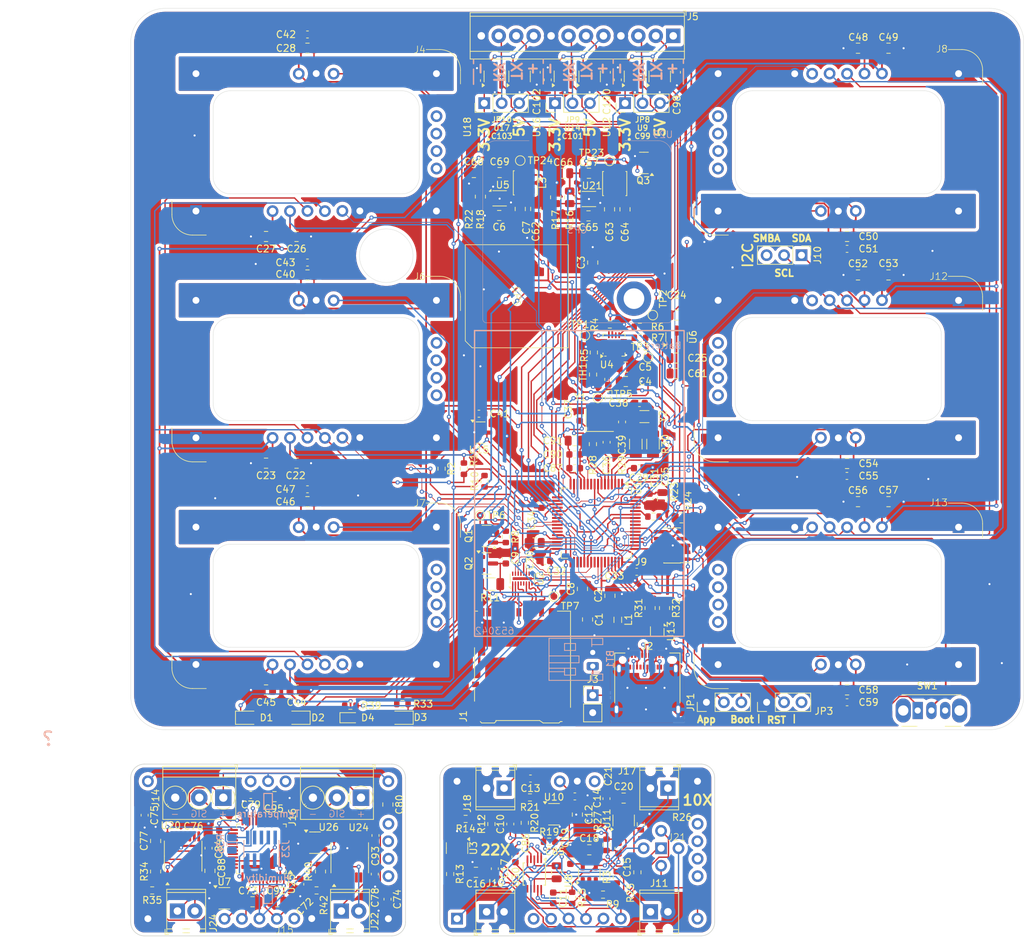
<source format=kicad_pcb>
(kicad_pcb (version 20240108) (generator "pcbnew") (generator_version "8.0")
  (layers (0 "F.Cu" signal) (1 "In1.Cu" signal) (2 "In2.Cu" signal) (31 "B.Cu" signal) (34 "B.Paste" user) (35 "F.Paste" user) (36 "B.SilkS" user "B.Silkscreen") (37 "F.SilkS" user "F.Silkscreen") (38 "B.Mask" user) (39 "F.Mask" user) (44 "Edge.Cuts" user))
  (net 0 "")
  (net 1 "GNDA")
  (net 2 "+3.3VA")
  (net 3 "Net-(BT1-+)")
  (net 4 "GND")
  (net 5 "VBUS")
  (net 6 "/Power Supply/VBATTREG")
  (net 7 "Net-(C4-Pad1)")
  (net 8 "+3V3")
  (net 9 "/Peripheral Connectors/3V3_SD")
  (net 10 "+5V")
  (net 11 "/MicroController/~{RST}")
  (net 12 "Net-(U1-VCAP_1)")
  (net 13 "Net-(U1-PH0)")
  (net 14 "Net-(C37-Pad1)")
  (net 15 "Net-(C38-Pad1)")
  (net 16 "Net-(C39-Pad1)")
  (net 17 "Net-(D1-K)")
  (net 18 "Net-(D2-K)")
  (net 19 "Net-(D3-K)")
  (net 20 "Net-(D4-K)")
  (net 21 "Net-(J1-DAT1)")
  (net 22 "Net-(J1-DAT2)")
  (net 23 "Net-(J1-DAT3{slash}CD)")
  (net 24 "Net-(J1-CMD)")
  (net 25 "Net-(J1-DAT0)")
  (net 26 "Net-(J1-CLK)")
  (net 27 "/MicroController/SCL")
  (net 28 "/MicroController/AIN1")
  (net 29 "/MicroController/SDA")
  (net 30 "/MicroController/GPIO1")
  (net 31 "/MicroController/AIN2")
  (net 32 "/MicroController/GPIO2")
  (net 33 "/MicroController/GPIO3")
  (net 34 "/MicroController/AIN3")
  (net 35 "/MicroController/AIN4")
  (net 36 "/MicroController/GPIO4")
  (net 37 "/MicroController/SMBA")
  (net 38 "/MicroController/GPIO5")
  (net 39 "/MicroController/AIN5")
  (net 40 "/MicroController/AIN6")
  (net 41 "/MicroController/GPIO6")
  (net 42 "/MicroController/GPIO7")
  (net 43 "/MicroController/AIN7")
  (net 44 "/MicroController/AIN8")
  (net 45 "Net-(JP1-C)")
  (net 47 "Net-(U21-SW)")
  (net 48 "Net-(U5-SW)")
  (net 49 "Net-(Q1-G)")
  (net 50 "Net-(Q1-D)")
  (net 51 "Net-(U4-ILIM)")
  (net 52 "Net-(U4-ISET)")
  (net 53 "Net-(U4-~{CHG})")
  (net 54 "Net-(U4-~{PGOOD})")
  (net 55 "Net-(U21-FB)")
  (net 56 "Net-(U5-FB)")
  (net 57 "/MicroController/BOOT0")
  (net 58 "Net-(J9-Pin_10)")
  (net 59 "Net-(U1-PH1)")
  (net 60 "Net-(U1-PC15)")
  (net 61 "Net-(U1-PC14)")
  (net 62 "/MicroController/USBMIC-")
  (net 63 "/MicroController/USB_D-")
  (net 64 "/MicroController/USBMIC+")
  (net 65 "/MicroController/USB_D+")
  (net 66 "Net-(U1-PB10)")
  (net 67 "Net-(U1-PB2)")
  (net 68 "Net-(U4-TS)")
  (net 69 "/Power Supply/VBATT+")
  (net 70 "/RH + Temp Breakout 1/I2C_SCL")
  (net 71 "/RH + Temp Breakout 1/I2C_SDA")
  (net 72 "/MicroController/SPI_CS_MUX1")
  (net 73 "/MicroController/SPI_CS_MUX2")
  (net 74 "/MicroController/SDIO_CMD")
  (net 75 "/MicroController/GPS_PSS")
  (net 76 "/MicroController/GPS_UART_MCU_TX")
  (net 77 "/MicroController/SDIO_D0")
  (net 78 "/MicroController/SWO")
  (net 79 "/MicroController/SPI_CS_MUX3")
  (net 80 "/MicroController/SDIO_CK")
  (net 81 "/MicroController/GPS_UART_MCU_RX")
  (net 82 "/MicroController/SWDCLK")
  (net 83 "/MicroController/USB_ID")
  (net 84 "/MicroController/SWDIO")
  (net 85 "/Peripheral Connectors/SD_D1")
  (net 86 "/Peripheral Connectors/SD_D2")
  (net 87 "/Peripheral Connectors/SD_D3")
  (net 93 "/Peripheral Connectors/USBPORT_D-")
  (net 94 "/Peripheral Connectors/USBPORT_D+")
  (net 95 "/UART Peripherals/UART2_POW")
  (net 96 "/UART Peripherals/UART1_POW")
  (net 97 "/UART Peripherals/UART3_POW")
  (net 98 "/UART Peripherals/UART1_LS_TX")
  (net 99 "/UART Peripherals/UART3_LS_TX")
  (net 100 "/UART Peripherals/UART2_LS_RX")
  (net 101 "/UART Peripherals/UART1_LS_RX")
  (net 102 "/UART Peripherals/UART3_LS_RX")
  (net 103 "/UART Peripherals/UART2_LS_TX")
  (net 104 "/MicroController/UART3V3_1_RX")
  (net 105 "/MicroController/UART3V3_2_RX")
  (net 106 "/MicroController/UART3V3_2_TX")
  (net 107 "/MicroController/UART3V3_3_RX")
  (net 108 "/MicroController/UART3V3_1_TX")
  (net 109 "/MicroController/UART3V3_3_TX")
  (net 112 "/Peripheral Connectors/USBPORT_VBUS")
  (net 113 "/MicroController/GPS_EN")
  (net 114 "/MicroController/GPSGND")
  (net 140 "/Transimpedance Amplifier Array Breakout/I_10K_1")
  (net 141 "/Transimpedance Amplifier Array Breakout/V_10K_1")
  (net 142 "/Transimpedance Amplifier Array Breakout/V_10K_2")
  (net 143 "/Transimpedance Amplifier Array Breakout/I_10K_2")
  (net 144 "/Transimpedance Amplifier Array Breakout/V_22K_1")
  (net 145 "/Transimpedance Amplifier Array Breakout/I_22K_1")
  (net 146 "/Transimpedance Amplifier Array Breakout/I_22K_2")
  (net 147 "/Transimpedance Amplifier Array Breakout/V_22K_2")
  (net 153 "Net-(J15-GNDA)")
  (net 158 "/Transimpedance Amplifier Array Breakout/I2C_SDA")
  (net 160 "Net-(J20-DATA)")
  (net 162 "/Transimpedance Amplifier Array Breakout/I2C_SCL")
  (net 163 "/Transimpedance Amplifier Array Breakout/I2C_ADDR_SEL")
  (net 164 "Net-(U8-+)")
  (net 165 "Net-(U3-+)")
  (net 166 "Net-(U10-+)")
  (net 167 "Net-(U11-+)")
  (net 168 "Net-(U24-EXCA)")
  (net 169 "Net-(U26-+)")
  (net 170 "Net-(U24-EXCB)")
  (net 180 "Net-(J22-Pin_2)")
  (net 181 "Net-(J22-Pin_1)")
  (net 182 "Net-(J24-Pin_1)")
  (net 183 "Net-(J24-Pin_2)")
  (net 184 "Net-(U7-+)")
  (net 185 "Net-(U20-EXCA)")
  (net 186 "Net-(U20-EXCB)")
  (net 197 "Net-(J16-Pin_2)")
  (net 213 "Net-(U20-SDA)")
  (net 222 "Net-(U20-SCL)")
  (net 230 "Net-(J14-Pin_2)")
  (net 234 "/RH + Temp Breakout 1/SWDCLK")
  (net 236 "/RH + Temp Breakout 1/SWDIO")
  (net 239 "Net-(J23-Pin_10)")
  (net 240 "/RH + Temp Breakout 1/~{RST}")
  (net 242 "/RH + Temp Breakout 1/Local_3V3")
  (net 243 "/RH + Temp Breakout 1/Local_GND")
  (net 244 "/RH + Temp Breakout 1/Local_5V")
  (net 245 "/Transimpedance Amplifier Array Breakout/Local_GNDA")
  (net 246 "/Transimpedance Amplifier Array Breakout/Local_3V3A")
  (net 247 "/Transimpedance Amplifier Array Breakout/Local_3V3")
  (net 248 "/Transimpedance Amplifier Array Breakout/Local_GND")
  (net 249 "/Transimpedance Amplifier Array Breakout/Local_5V5")
  (footprint "Capacitor_SMD:C_0805_2012Metric" (layer "F.Cu") (at 108.95 74.2 90)
    (property "Reference" "C62")
    (property "Value" "4.7uF")
  )
  (footprint "ProjectLib:FloggyModuleBase" (layer "F.Cu") (at 57 110)
    (property "Reference" "J6")
    (property "Value" "~")
    (fp_line (start 5 -7.5) (end 5 -17.5) (stroke (width 0.05)) (layer "Edge.Cuts"))
    (fp_line (start 7.5 -20) (end 32.5 -20) (stroke (width 0.05)) (layer "Edge.Cuts"))
    (fp_line (start 32.5 -5) (end 7.5 -5) (stroke (width 0.05)) (layer "Edge.Cuts"))
    (fp_line (start 35 -7.5) (end 35 -17.5) (stroke (width 0.05)) (layer "Edge.Cuts"))
    (fp_arc (start 5 -17.5) (mid 5.732233 -19.267767) (end 7.5 -20) (stroke (width 0.05)) (layer "Edge.Cuts"))
    (fp_arc (start 7.5 -5) (mid 5.732233 -5.732233) (end 5 -7.5) (stroke (width 0.05)) (layer "Edge.Cuts"))
    (fp_arc (start 32.5 -20) (mid 34.267767 -19.267767) (end 35 -17.5) (stroke (width 0.05)) (layer "Edge.Cuts"))
    (fp_arc (start 35 -7.5) (mid 34.267767 -5.732233) (end 32.5 -5) (stroke (width 0.05)) (layer "Edge.Cuts"))
  )
  (footprint "Capacitor_SMD:C_0603_1608Metric" (layer "F.Cu") (at 114.65 159.7)
    (property "Reference" "C14")
    (property "Value" "100nF")
  )
  (footprint "Resistor_SMD:R_0805_2012Metric" (layer "F.Cu") (at 100.9 72.4 -90)
    (property "Reference" "R18")
    (property "Value" "30K")
  )
  (footprint "Resistor_SMD:R_1206_3216Metric" (layer "F.Cu") (at 126.025 108.425 -90)
    (property "Reference" "R30")
    (property "Value" "0")
  )
  (footprint "Capacitor_SMD:C_0603_1608Metric" (layer "F.Cu") (at 85.63 165.385 -90)
    (property "Reference" "C93")
    (property "Value" "100nF")
  )
  (footprint "Connector_PinHeader_2.54mm:PinHeader_1x03_P2.54mm_Vertical" (layer "F.Cu") (at 142.56 146 90)
    (property "Reference" "JP3")
    (property "Value" "Jumper_3_Open")
  )
  (footprint "Capacitor_SMD:C_0805_2012Metric" (layer "F.Cu") (at 100.25 170.75 180)
    (property "Reference" "C16")
    (property "Value" "1uF")
  )
  (footprint "Inductor_SMD:L_0805_2012Metric" (layer "F.Cu") (at 120.9 134 -90)
    (property "Reference" "L1")
    (property "Value" "100Ω@100MHz")
  )
  (footprint "Capacitor_SMD:C_0805_2012Metric" (layer "F.Cu") (at 117.25 82 90)
    (property "Reference" "C3")
    (property "Value" "4.7uF")
  )
  (footprint "Capacitor_SMD:C_0805_2012Metric" (layer "F.Cu") (at 121.95 74.25 90)
    (property "Reference" "C64")
    (property "Value" "4.7uF")
  )
  (footprint "Capacitor_SMD:C_0805_2012Metric" (layer "F.Cu") (at 129.45 95.9 180)
    (property "Reference" "C25")
    (property "Value" "1uF")
  )
  (footprint "Capacitor_SMD:C_0805_2012Metric" (layer "F.Cu") (at 154.27 111.25 180)
    (property "Reference" "C54")
    (property "Value" "4.7uF")
  )
  (footprint "LED_SMD:LED_0805_2012Metric" (layer "F.Cu") (at 66.9375 148.25)
    (property "Reference" "D1")
    (property "Value" "LED_GRN")
  )
  (footprint "Resistor_SMD:R_0603_1608Metric" (layer "F.Cu") (at 102.5 163.725 90)
    (property "Reference" "R12")
    (property "Value" "10K")
  )
  (footprint "Package_TO_SOT_SMD:SOT-23-5" (layer "F.Cu") (at 97.5 167.225 -90)
    (property "Reference" "U3")
    (property "Value" "OPA336Nx")
  )
  (footprint "Capacitor_SMD:C_0805_2012Metric" (layer "F.Cu") (at 74.14 144.2)
    (property "Reference" "C44")
    (property "Value" "4.7uF")
  )
  (footprint "LED_SMD:LED_0805_2012Metric" (layer "F.Cu") (at 89.4375 148.25 180)
    (property "Reference" "D3")
    (property "Value" "LED_RED")
  )
  (footprint "Capacitor_SMD:C_0805_2012Metric" (layer "F.Cu") (at 155.86 83.8 180)
    (property "Reference" "C52")
    (property "Value" "4.7uF")
  )
  (footprint "Capacitor_SMD:C_0805_2012Metric" (layer "F.Cu") (at 154.27 78.2 180)
    (property "Reference" "C50")
    (property "Value" "4.7uF")
  )
  (footprint "Capacitor_SMD:C_0805_2012Metric" (layer "F.Cu") (at 160.3 50.8)
    (property "Reference" "C49")
    (property "Value" "4.7uF")
  )
  (footprint "ProjectLib:FloggyModuleShield" (layer "F.Cu") (at 70 167.3)
    (property "Reference" "J15")
    (property "Value" "~")
    (fp_line (start -20 10.7) (end -20 -10.3) (stroke (width 0.1)) (layer "Edge.Cuts"))
    (fp_line (start -18 -12.3) (end 18 -12.3) (stroke (width 0.1)) (layer "Edge.Cuts"))
    (fp_line (start -18 12.7) (end 18 12.7) (stroke (width 0.1)) (layer "Edge.Cuts"))
    (fp_line (start 20 10.7) (end 20 -10.3) (stroke (width 0.1)) (layer "Edge.Cuts"))
    (fp_arc (start -20 -10.3) (mid -19.414214 -11.714214) (end -18 -12.3) (stroke (width 0.1)) (layer "Edge.Cuts"))
    (fp_arc (start -18 12.7) (mid -19.414214 12.114214) (end -20 10.7) (stroke (width 0.1)) (layer "Edge.Cuts"))
    (fp_arc (start 18 -12.3) (mid 19.414214 -11.714214) (end 20 -10.3) (stroke (width 0.1)) (layer "Edge.Cuts"))
    (fp_arc (start 20 10.7) (mid 19.414214 12.114214) (end 18 12.7) (stroke (width 0.1)) (layer "Edge.Cuts"))
  )
  (footprint "Capacitor_SMD:C_0603_1608Metric" (layer "F.Cu") (at 114.625 111.925)
    (property "Reference" "C87")
    (property "Value" "100nF")
  )
  (footprint "Capacitor_SMD:C_0805_2012Metric" (layer "F.Cu") (at 112.95 69 180)
    (property "Reference" "C66")
    (property "Value" "10uF")
  )
  (footprint "TestPoint:TestPoint_Pad_D1.0mm" (layer "F.Cu") (at 116.1125 92.6125)
    (property "Reference" "TP1")
    (property "Value" "VCHG")
  )
  (footprint "Capacitor_SMD:C_0603_1608Metric" (layer "F.Cu") (at 109.775 116.925 90)
    (property "Reference" "C34")
    (property "Value" "100nF")
  )
  (footprint "Capacitor_SMD:C_0603_1608Metric" (layer "F.Cu") (at 125.5 116.425 -90)
    (property "Reference" "C31")
    (property "Value" "100nF")
  )
  (footprint "Package_TO_SOT_SMD:SOT-23" (layer "F.Cu") (at 101.8 125.8)
    (property "Reference" "Q2")
    (property "Value" "AO3401A")
  )
  (footprint "Resistor_SMD:R_1206_3216Metric" (layer "F.Cu") (at 123.525 108.425 -90)
    (property "Reference" "R29")
    (property "Value" "0")
  )
  (footprint "Capacitor_SMD:C_0603_1608Metric" (layer "F.Cu") (at 119.25 160.025 90)
    (property "Reference" "C21")
    (property "Value" "100nF")
  )
  (footprint "Resistor_SMD:R_0603_1608Metric" (layer "F.Cu") (at 104.6 121.925 -90)
    (property "Reference" "R8")
    (property "Value" "1.5K")
  )
  (footprint "Connector_PinHeader_1.00mm:PinHeader_2x05_P1.00mm_Vertical_SMD" (layer "F.Cu") (at 128.8 123.175 180)
    (property "Reference" "J9")
    (property "Value" "CTX_DBG")
  )
  (footprint "Capacitor_SMD:C_0805_2012Metric" (layer "F.Cu") (at 122.0625 97.2125)
    (property "Reference" "C5")
    (property "Value" "10uF")
  )
  (footprint "Resistor_SMD:R_0603_1608Metric" (layer "F.Cu") (at 96.5 171 -90)
    (property "Reference" "R13")
    (property "Value" "22K")
  )
  (footprint "Capacitor_SMD:C_0603_1608Metric" (layer "F.Cu") (at 106 168.5 90)
    (property "Reference" "C86")
    (property "Value" "100nF")
  )
  (footprint "Package_DFN_QFN:OnSemi_UDFN-16-1EP_1.35x3.3mm_P0.4mm_EP0.4x2.8mm" (layer "F.Cu") (at 107 128 90)
    (property "Reference" "U2")
    (property "Value" "CM1624")
  )
  (footprint "TerminalBlock_Phoenix:TerminalBlock_Phoenix_MPT-0,5-2-2.54_1x02_P2.54mm_Horizontal" (layer "F.Cu") (at 104.345 158.5 180)
    (property "Reference" "J18")
    (property "Value" "XIMPEDANCE_22K")
  )
  (footprint "Package_TO_SOT_SMD:SOT-23-5" (layer "F.Cu") (at 76.83 166.435)
    (property "Reference" "U26")
    (property "Value" "OPA336Nx")
  )
  (footprint "ProjectLib:FloggyModuleBase" (layer "F.Cu") (at 57 77)
    (property "Reference" "J4")
    (property "Value" "~")
    (fp_line (start 5 -7.5) (end 5 -17.5) (stroke (width 0.05)) (layer "Edge.Cuts"))
    (fp_line (start 7.5 -20) (end 32.5 -20) (stroke (width 0.05)) (layer "Edge.Cuts"))
    (fp_line (start 32.5 -5) (end 7.5 -5) (stroke (width 0.05)) (layer "Edge.Cuts"))
    (fp_line (start 35 -7.5) (end 35 -17.5) (stroke (width 0.05)) (layer "Edge.Cuts"))
    (fp_arc (start 5 -17.5) (mid 5.732233 -19.267767) (end 7.5 -20) (stroke (width 0.05)) (layer "Edge.Cuts"))
    (fp_arc (start 7.5 -5) (mid 5.732233 -5.732233) (end 5 -7.5) (stroke (width 0.05)) (layer "Edge.Cuts"))
    (fp_arc (start 32.5 -20) (mid 34.267767 -19.267767) (end 35 -17.5) (stroke (width 0.05)) (layer "Edge.Cuts"))
    (fp_arc (start 35 -7.5) (mid 34.267767 -5.732233) (end 32.5 -5) (stroke (width 0.05)) (layer "Edge.Cuts"))
  )
  (footprint "Capacitor_SMD:C_0805_2012Metric" (layer "F.Cu") (at 119.75 130.5 90)
    (property "Reference" "C2")
    (property "Value" "1uF")
  )
  (footprint "Capacitor_SMD:C_0805_2012Metric" (layer "F.Cu") (at 155.86 116.8 180)
    (property "Reference" "C56")
    (property "Value" "4.7uF")
  )
  (footprint "Resistor_SMD:R_0603_1608Metric" (layer "F.Cu") (at 117.4125 95.0875 90)
    (property "Reference" "R5")
    (property "Value" "1K")
  )
  (footprint "Connector_Card:microSD_HC_Hirose_DM3AT-SF-PEJM5" (layer "F.Cu") (at 107.025 140.625)
    (property "Reference" "J1")
    (property "Value" "Micro_SD_Card")
  )
  (footprint "Package_TO_SOT_SMD:SOT-23-6" (layer "F.Cu") (at 103 54.9 90)
    (property "Reference" "U18")
    (property "Value" "TXB0101DBV")
  )
  (footprint "ProjectLib:FloggyModuleShield" (layer "F.Cu") (at 115 167.3)
    (property "Reference" "J20" (hide yes))
    (property "Value" "~")
    (fp_line (start -20 10.7) (end -20 -10.3) (stroke (width 0.1)) (layer "Edge.Cuts"))
    (fp_line (start -18 -12.3) (end 18 -12.3) (stroke (width 0.1)) (layer "Edge.Cuts"))
    (fp_line (start -18 12.7) (end 18 12.7) (stroke (width 0.1)) (layer "Edge.Cuts"))
    (fp_line (start 20 10.7) (end 20 -10.3) (stroke (width 0.1)) (layer "Edge.Cuts"))
    (fp_arc (start -20 -10.3) (mid -19.414214 -11.714214) (end -18 -12.3) (stroke (width 0.1)) (layer "Edge.Cuts"))
    (fp_arc (start -18 12.7) (mid -19.414214 12.114214) (end -20 10.7) (stroke (width 0.1)) (layer "Edge.Cuts"))
    (fp_arc (start 18 -12.3) (mid 19.414214 -11.714214) (end 20 -10.3) (stroke (width 0.1)) (layer "Edge.Cuts"))
    (fp_arc (start 20 10.7) (mid 19.414214 12.114214) (end 18 12.7) (stroke (width 0.1)) (layer "Edge.Cuts"))
  )
  (footprint "Connector_PinHeader_2.54mm:PinHeader_1x03_P2.54mm_Vertical" (layer "F.Cu") (at 111.76 58.8 90)
    (property "Reference" "JP9")
    (property "Value" "Jumper_3_Open")
  )
  (footprint "Resistor_SMD:R_0603_1608Metric" (layer "F.Cu") (at 108.1125 159.85 180)
    (property "Reference" "R21")
    (property "Value" "22K")
  )
  (footprint "Capacitor_SMD:C_0603_1608Metric" (layer "F.Cu") (at 74.68 172.485 -90)
    (property "Reference" "C72")
    (property "Value" "100nF")
  )
  (footprint "LED_SMD:LED_0805_2012Metric" (layer "F.Cu") (at 74.4375 148.25 180)
    (property "Reference" "D2")
    (property "Value" "LED_RED")
  )
  (footprint "Resistor_SMD:R_0603_1608Metric" (layer "F.Cu") (at 98.5 112 -90)
    (property "Reference" "R1")
    (property "Value" "1.8K")
  )
  (footprint "Capacitor_SMD:C_0805_2012Metric" (layer "F.Cu") (at 116.7 69)
    (property "Reference" "C67")
    (property "Value" "10uF")
  )
  (footprint "Inductor_SMD:L_Sunlord_SWPA3015S" (layer "F.Cu") (at 107.45 70.4 -90)
    (property "Reference" "L3")
    (property "Value" "2.2uH")
  )
  (footprint "Package_TO_SOT_SMD:SOT-23-6" (layer "F.Cu") (at 127 54.9 90)
    (property "Reference" "U9")
    (property "Value" "TXB0101DBV")
  )
  (footprint "Inductor_SMD:L_Sunlord_SWPA3015S" (layer "F.Cu") (at 120.45 70.5 -90)
    (property "Reference" "L2" (hide yes))
    (property "Value" "2.2uH")
  )
  (footprint "Resistor_SMD:R_0603_1608Metric" (layer "F.Cu") (at 101.5 113.825 90)
    (property "Reference" "R10")
    (property "Value" "100K")
  )
  (footprint "Package_TO_SOT_SMD:SOT-23" (layer "F.Cu") (at 100.9375 106.75)
    (property "Reference" "U15")
    (property "Value" "TPS3839G33DBZ")
  )
  (footprint "Resistor_SMD:R_0603_1608Metric" (layer "F.Cu") (at 98.75 162.975 180)
    (property "Reference" "R14")
    (property "Value" "1K")
  )
  (footprint "Capacitor_SMD:C_0805_2012Metric" (layer "F.Cu") (at 103.7 68.9)
    (property "Reference" "C69")
    (property "Value" "10uF")
  )
  (footprint "Capacitor_SMD:C_0603_1608Metric" (layer "F.Cu") (at 114 168.75 90)
    (property "Reference" "C19")
    (property "Value" "100nF")
  )
  (footprint "Capacitor_SMD:C_0805_2012Metric" (layer "F.Cu") (at 71.33 175.035 180)
    (property "Reference" "C73")
    (property "Value" "4.7uF")
  )
  (footprint "Package_SON:WSON-6-1EP_2x2mm_P0.65mm_EP1x1.6mm" (layer "F.Cu") (at 116.7 72.75)
    (property "Reference" "U21")
    (property "Value" "TPS61099DRV")
  )
  (footprint "Resistor_SMD:R_0603_1608Metric" (layer "F.Cu") (at 123.75 170.75 -90)
    (property "Reference" "R25")
    (property "Value" "22K")
  )
  (footprint "TestPoint:TestPoint_Pad_D1.0mm" (layer "F.Cu") (at 119.7 67.2)
    (property "Reference" "TP23")
    (property "Value" "5V")
  )
  (footprint "Capacitor_SMD:C_0805_2012Metric" (layer "F.Cu") (at 103.6375 75.15 180)
    (property "Reference" "C6")
    (property "Value" "10uF")
  )
  (footprint "Capacitor_SMD:C_0603_1608Metric" (layer "F.Cu") (at 108.1875 157.1 180)
    (property "Reference" "C13")
    (property "Value" "10pF")
  )
  (footprint "Resistor_SMD:R_0603_1608Metric" (layer "F.Cu") (at 126.1 118.975 180)
    (property "Reference" "R23")
    (property "Value" "10K")
  )
  (footprint "Capacitor_SMD:C_0805_2012Metric" (layer "F.Cu") (at 122.0625 99.3125)
    (property "Reference" "C4")
    (property "Value" "4.7uF")
  )
  (footprint "Capacitor_SMD:C_0805_2012Metric" (layer "F.Cu") (at 129.45 89.65 180)
    (property "Reference" "C24")
    (property "Value" "1uF")
  )
  (footprint "Resistor_SMD:R_0603_1608Metric" (layer "F.Cu") (at 124.25 163.75 -90)
    (property "Reference" "R26")
    (property "Value" "1K")
  )
  (footprint "Capacitor_SMD:C_0603_1608Metric" (layer "F.Cu") (at 154.27 146 180)
    (property "Reference" "C59")
    (property "Value" "100nF")
  )
  (footprint "Capacitor_SMD:C_0603_1608Metric" (layer "F.Cu") (at 104.6 125.025 90)
    (property "Reference" "C9")
    (property "Value" "100nF")
  )
  (footprint "Capacitor_SMD:C_0603_1608Metric" (layer "F.Cu") (at 120.9 55.4 90)
    (property "Reference" "C99")
    (property "Value" "100nF")
  )
  (footprint "Capacitor_SMD:C_0603_1608Metric" (layer "F.Cu") (at 121.525 105.2 -90)
    (property "Reference" "C39")
    (property "Value" "18pF")
  )
  (footprint "Package_TO_SOT_SMD:SOT-23" (layer "F.Cu") (at 101.8 121.8 180)
    (property "Reference" "Q1")
    (property "Value" "HL3400A")
  )
  (footprint "TestPoint:TestPoint_Pad_D1.0mm" (layer "F.Cu") (at 125.3 95.8)
    (property "Reference" "TP3")
    (property "Value" "~{PGOOD}")
  )
  (footprint "ProjectLib:GouuTech-Extra" (layer "F.Cu") (at 106.2 86.9 -90)
    (property "Reference" "REF**" (hide yes))
    (property "Value" "GouuTech-Extra")
  )
  (footprint "ProjectLib:FloggyModuleBase" (layer "F.Cu") (at 173 52 180)
    (property "Reference" "J8")
    (property "Value" "~")
    (fp_line (start 35 -7.5) (end 35 -17.5) (stroke (width 0.05)) (layer "Edge.Cuts"))
    (fp_line (start 32.5 -5) (end 7.5 -5) (stroke (width 0.05)) (layer "Edge.Cuts"))
    (fp_line (start 7.5 -20) (end 32.5 -20) (stroke (width 0.05)) (layer "Edge.Cuts"))
    (fp_line (start 5 -7.5) (end 5 -17.5) (stroke (width 0.05)) (layer "Edge.Cuts"))
    (fp_arc (start 35 -7.5) (mid 34.267767 -5.732233) (end 32.5 -5) (stroke (width 0.05)) (layer "Edge.Cuts"))
    (fp_arc (start 32.5 -20) (mid 34.267767 -19.267767) (end 35 -17.5) (stroke (width 0.05)) (layer "Edge.Cuts"))
    (fp_arc (start 7.5 -5) (mid 5.732233 -5.732233) (end 5 -7.5) (stroke (width 0.05)) (layer "Edge.Cuts"))
    (fp_arc (start 5 -17.5) (mid 5.732233 -19.267767) (end 7.5 -20) (stroke (width 0.05)) (layer "Edge.Cuts"))
  )
  (footprint "Capacitor_SMD:C_0805_2012Metric" (layer "F.Cu") (at 155.86 50.8 180)
    (property "Reference" "C48")
    (property "Value" "4.7uF")
  )
  (footprint "Capacitor_SMD:C_0805_2012Metric" (layer "F.Cu") (at 69.7 111.2 180)
    (property "Reference" "C23")
    (property "Value" "4.7uF")
  )
  (footprint "Resistor_SMD:R_0603_1608Metric" (layer "F.Cu") (at 124.1375 92.95 180)
    (property "Reference" "R7")
    (property "Value" "1K")
  )
  (footprint "Capacitor_SMD:C_0603_1608Metric" (layer "F.Cu") (at 121 167.25 -90)
    (property "Reference" "C15")
    (property "Value" "10pF")
  )
  (footprint "TestPoint:TestPoint_Pad_D1.0mm" (layer "F.Cu") (at 111.6 130.6)
    (property "Reference" "TP7")
    (property "Value" "3V3_SD")
  )
  (footprint "Resistor_SMD:R_0805_2012Metric" (layer "F.Cu") (at 53.63 170.635 90)
    (property "Reference" "R34")
    (property "Value" "100K")
  )
  (footprint "Capacitor_SMD:C_0805_2012Metric" (layer "F.Cu") (at 75.73 116.8)
    (property "Reference" "C46")
    (property "Value" "4.7uF")
  )
  (footprint "Capacitor_SMD:C_0603_1608Metric" (layer "F.Cu") (at 110.7 55.4 90)
    (property "Reference" "C101")
    (property "Value" "100nF")
  )
  (footprint "TerminalBlock_Phoenix:TerminalBlock_Phoenix_MPT-0,5-2-2.54_1x02_P2.54mm_Horizontal" (layer "F.Cu") (at 101.805 176.5)
    (property "Reference" "J19")
    (property "Value" "XIMPEDANCE_22K")
  )
  (footprint "Connector_PinHeader_2.54mm:PinHeader_1x03_P2.54mm_Vertical" (layer "F.Cu") (at 147.64 80.925 -90)
    (property "Reference" "J10")
    (property "Value" "Conn_01x03_Pin")
  )
  (footprint "Package_SO:TSSOP-16_4.4x5mm_P0.65mm" (layer "F.Cu") (at 81.88 168.635 90)
    (property "Reference" "U24")
    (property "Value" "AD7745")
  )
  (footprint "Capacitor_SMD:C_0603_1608Metric" (layer "F.Cu") (at 75.73 48.8)
    (property "Reference" "C42")
    (property "Value" "100nF")
  )
  (footprint "Package_DFN_QFN:VQFN-16-1EP_3x3mm_P0.5mm_EP1.6x1.6mm" (layer "F.Cu") (at 120.35 94.0125 90)
    (property "Reference" "U4")
    (property "Value" "BQ24075RGT")
  )
  (footprint "Capacitor_SMD:C_0805_2012Metric" (layer "F.Cu") (at 115.75 129.5 90)
    (property "Reference" "C8")
    (property "Value" "10uF")
  )
  (footprint "Capacitor_SMD:C_0805_2012Metric" (layer "F.Cu") (at 154.27 144.2 180)
    (property "Reference" "C58")
    (property "Value" "4.7uF")
  )
  (footprint "Package_TO_SOT_SMD:SOT-23-5" (layer "F.Cu") (at 111.6125 162.3)
    (property "Reference" "U10")
    (property "Value" "OPA336Nx")
  )
  (footprint "TerminalBlock_Phoenix:TerminalBlock_Phoenix_PT-1,5-3-3.5-H_1x03_P3.50mm_Horizontal" (layer "F.Cu") (at 83.52 159.885 180)
    (property "Reference" "J16")
    (property "Value" "Conn_01x03_Socket")
  )
  (footprint "Capacitor_SMD:C_0805_2012Metric" (layer "F.Cu") (at 112 170.75 90)
    (property "Reference" "C85")
    (property "Value" "10uF")
  )
  (footprint "Capacitor_SMD:C_0603_1608Metric" (layer "F.Cu") (at 119.275 108.15 -90)
    (property "Reference" "C36")
    (property "Value" "18pF")
  )
  (footprint "Capacitor_SMD:C_0603_1608Metric" (layer "F.Cu") (at 100.6875 104 180)
    (property "Reference" "C41")
    (property "Value" "100nF")
  )
  (footprint "TerminalBlock_TE-Connectivity:TerminalBlock_TE_1-282834-2_1x12_P2.54mm_Horizontal" (layer "F.Cu") (at 128.97 49 180)
    (property "Reference" "J5")
    (property "Value" "Conn_01x12_Socket")
  )
  (footprint "Capacitor_SMD:C_0805_2012Metric" (layer "F.Cu") (at 53.63 166.185 90)
    (property "Reference" "C77")
    (property "Value" "4.7uF")
  )
  (footprint "Capacitor_SMD:C_0603_1608Metric" (layer "F.Cu") (at 62.105 164.635 180)
    (property "Reference" "C76")
    (property "Value" "100nF")
  )
  (footprint "Package_TO_SOT_SMD:SOT-23-5" (layer "F.Cu") (at 116.75 170.975 90)
    (property "Reference" "U8")
    (property "Value" "OPA336Nx")
  )
  (footprint "Resistor_SMD:R_0603_1608Metric" (layer "F.Cu") (at 119.25 166.75 -90)
    (property "Reference" "R27")
    (property "Value" "22K")
  )
  (footprint "Capacitor_SMD:C_0603_1608Metric" (layer "F.Cu") (at 67.48 159.485 180)
    (property "Reference" "C79")
    (property "Value" "100nF")
  )
  (footprint "Package_TO_SOT_SMD:SOT-23-6" (layer "F.Cu") (at 116.8 54.9 90)
    (property "Reference" "U14")
    (property "Value" "TXB0101DBV")
  )
  (footprint "Resistor_SMD:R_0603_1608Metric" (layer "F.Cu") (at 114.25 174.475 -90)
    (property "Reference" "R15")
    (property "Value" "10K")
  )
  (footprint "Resistor_SMD:R_0805_2012Metric" (layer "F.Cu") (at 125.6 132.2875 90)
    (property "Reference" "R31")
    (property "Value" "15")
  )
  (footprint "Resistor_SMD:R_0603_1608Metric" (layer "F.Cu") (at 89.55 146.25)
    (property "Reference" "R33")
    (property "Value" "390")
  )
  (footprint "Capacitor_SMD:C_0603_1608Metric" (layer "F.Cu") (at 75.73 82)
    (property "Reference" "C43")
    (property "Value" "100nF")
  )
  (footprint "Capacitor_SMD:C_0603_1608Metric" (layer "F.Cu") (at 85.53 171.01 -90)
    (property "Reference" "C78")
    (property "Value" "100nF")
  )
  (footprint "Button_Switch_THT:SW_Slide_SPDT_Angled_CK_OS102011MA1Q" (layer "F.Cu") (at 164.55 147.2)
    (property "Reference" "SW1")
    (property "Value" "SW_SPDT")
  )
  (footprint "Capacitor_SMD:C_0805_2012Metric" (layer "F.Cu") (at 108.8 122.8 180)
    (property "Reference" "C30")
    (property "Value" "4.7uF")
  )
  (footprint "TestPoint:TestPoint_Pad_D1.0mm" (layer "F.Cu") (at 118 101.7)
    (property "Reference" "TP5")
    (property "Value" "VBATT")
  )
  (footprint "Capacitor_SMD:C_0603_1608Metric" (layer "F.Cu") (at 124.025 111.925)
    (property "Reference" "C29")
    (property "Value" "100nF")
  )
  (footprint "Capacitor_SMD:C_0805_2012Metric" (layer "F.Cu") (at 70.93 159.735)
    (property "Reference" "C95")
    (property "Value" "4.7uF")
  )
  (footprint "TestPoint:TestPoint_Pad_D1.0mm" (layer "F.Cu") (at 100.8625 118.8)
    (property "Reference" "TP6")
    (property "Value" "Q2B")
  )
  (footprint "TerminalBlock_Phoenix:TerminalBlock_Phoenix_MPT-0,5-2-2.54_1x02_P2.54mm_Horizontal" (layer "F.Cu") (at 80.655 176.385)
    (property "Reference" "J22")
    (property "Value" "RHSENSE1")
  )
  (footprint "Capacitor_SMD:C_0805_2012Metric" (layer "F.Cu") (at 116.6375 75.2 180)
    (property "Reference" "C65")
    (property "Value" "10uF")
  )
  (footprint "Package_TO_SOT_SMD:SOT-23" (layer "F.Cu") (at 129.45 92.8375 90)
    (property "Reference" "U6")
    (property "Value" "TPS7A0533PDBZ")
  )
  (footprint "Resistor_SMD:R_0805_2012Metric" (layer "F.Cu") (at 130.15 119.15)
    (property "Reference" "R24")
    (property "Value" "22")
  )
  (footprint "Capacitor_SMD:C_0603_1608Metric" (layer "F.Cu") (at 100.4 55.5 90)
    (property "Reference" "C103")
    (property "Value" "100nF")
  )
  (footprint "Capacitor_SMD:C_0603_1608Metric" (layer "F.Cu") (at 154.25 113.05 180)
    (property "Reference" "C55")
    (property "Value" "100nF")
  )
  (footprint "Capacitor_SMD:C_0603_1608Metric" (layer "F.Cu") (at 119.3 54.3 -90)
    (property "Reference" "C100")
    (property "Value" "100nF")
  )
  (footprint "Capacitor_SMD:C_0603_1608Metric" (layer "F.Cu") (at 111.5 174.475 -90)
    (property "Reference" "C11")
    (property "Value" "10pF")
  )
  (footprint "Capacitor_SMD:C_0805_2012Metric" (layer "F.Cu") (at 99.95 68.9 180)
    (property "Reference" "C68")
    (property "Value" "10uF")
  )
  (footprint "TestPoint:TestPoint_Pad_D1.0mm" (layer "F.Cu") (at 106.7 67.15)
    (property "Reference" "TP24")
    (property "Value" "3V")
  )
  (footprint "Capacitor_SMD:C_0805_2012Metric" (layer "F.Cu") (at 114.625 107.925)
    (property "Reference" "C91")
    (property "Value" "4.7uF")
  )
  (footprint "Resistor_SMD:R_0201_0603Metric" (layer "F.Cu") (at 99.25 72.9675 90)
    (property "Reference" "R22")
    (property "Value" "13K")
  )
  (footprint "Capacitor_SMD:C_0805_2012Metric" (layer "F.Cu") (at 127.4 116.425 -90)
    (property "Reference" "C35")
    (property "Value" "4.7uF")
  )
  (footprint "Package_TO_SOT_SMD:SOT-23-6" (layer "F.Cu") (at 113.2 54.9 90)
    (property "Reference" "U16")
    (property "Value" "TXB0101DBV")
  )
  (footprint "Capacitor_SMD:C_0805_2012Metric" (layer "F.Cu") (at 87.43 160.885 -90)
    (property "Reference" "C80")
    (property "Value" "4.7uF")
  )
  (footprint "Capacitor_SMD:C_0603_1608Metric" (layer "F.Cu") (at 123.65 127 180)
    (property "Reference" "C33")
    (property "Value" "100nF")
  )
  (footprint "Capacitor_SMD:C_0805_2012Metric" (layer "F.Cu") (at 116.75 167.475)
    (property "Reference" "C18")
    (property "Value" "1uF")
  )
  (footprint "Capacitor_SMD:C_0603_1608Metric" (layer "F.Cu") (at 52.03 162.435 -90)
    (property "Reference" "C75")
    (property "Value" "100nF")
  )
  (footprint "Resistor_SMD:R_0603_1608Metric" (layer "F.Cu") (at 77.055 173.385 180)
    (property "Reference" "R42")
    (property "Value" "115K")
  )
  (footprint "Package_QFP:LQFP-48_7x7mm_P0.5mm" (layer "F.Cu") (at 69.03 167.335 180)
    (property "Reference" "U25")
    (property "Value" "STM32F030C8Tx")
  )
  (footprint "Resistor_SMD:R_0603_1608Metric" (layer "F.Cu") (at 124.1125 91.35)
    (property "Reference" "R6")
    (property "Value" "1K")
  )
  (footprint "Connector_PinHeader_2.54mm:PinHeader_1x03_P2.54mm_Vertical" (layer "F.Cu") (at 101.46 58.8 90)
    (property "Reference" "JP10")
    (property "Value" "Jumper_3_Open")
  )
  (footprint "Capacitor_SMD:C_0805_2012Metric" (layer "F.Cu") (at 106.7 74.2 90)
    (property "Reference" "C7")
    (property "Value" "1uF")
  )
  (footprint "Capacitor_SMD:C_0805_2012Metric" (layer "F.Cu") (at 121.75 159.95)
    (property "Reference" "C20")
    (property "Value" "1uF")
  )
  (footprint "Resistor_SMD:R_0603_1608Metric" (layer "F.Cu") (at 120.75 171.475 90)
    (property "Reference" "R3")
    (property "Value" "22K")
  )
  (footprint "Capacitor_SMD:C_0805_2012Metric" (layer "F.Cu") (at 61.53 170.535 -90)
    (property "Reference" "C88")
    (property "Value" "10uF")
  )
  (footprint "Capacitor_SMD:C_0805_2012Metric" (layer "F.Cu") (at 74.14 111.2)
    (property "Reference" "C22")
    (property "Value" "4.7uF")
  )
  (footprint "Package_SO:TSSOP-16_4.4x5mm_P0.65mm" (layer "F.Cu") (at 57.63 168.385 90)
    (property "Reference" "U20")
    (property "Value" "AD7745")
  )
  (footprint "Package_SON:WSON-6-1EP_2x2mm_P0.65mm_EP1x1.6mm" (layer "F.Cu") (at 103.7 72.65)
    (property "Reference" "U5")
    (property "Value" "TPS61099DRV")
  )
  (footprint "Capacitor_SMD:C_0805_2012Metric" (layer "F.Cu") (at 160.3 83.8)
    (property "Reference" "C53")
    (property "Value" "4.7uF")
  )
  (footprint "Resistor_SMD:R_0805_2012Metric" (layer "F.Cu") (at 127.7 132.2875 90)
    (property "Reference" "R32")
    (property "Value" "15")
  )
  (footprint "Resistor_SMD:R_0603_1608Metric" (layer "F.Cu") (at 53.13 173.385 180)
    (property "Reference" "R35")
    (property "Value" "115K")
  )
  (footprint "LED_SMD:LED_0603_1608Metric" (layer "F.Cu") (at 81.9375 148.25)
    (property "Reference" "D4")
    (property "Value" "LED_WHT")
  )
  (footprint "Resistor_SMD:R_0603_1608Metric" (layer "F.Cu") (at 81.975 146.5 180)
    (property "Reference" "R39")
    (property "Value" "390")
  )
  (footprint "Package_TO_SOT_SMD:SOT-23-6" (layer "F.Cu") (at 123.4 54.9 90)
    (property "Reference" "U12")
    (property "Value" "TXB0101DBV")
  )
  (footprint "TerminalBlock_Phoenix:TerminalBlock_Phoenix_MPT-0,5-2-2.54_1x02_P2.54mm_Horizontal" (layer "F.Cu") (at 125.655 176.5)
    (property "Reference" "J11")
    (property "Value" "XIMPEDANCE_10K")
  )
  (footprint "ProjectLib:FloggyModuleBase" (layer "F.Cu") (at 57 143)
    (property "Reference" "J7")
    (property "Value" "~")
    (fp_line (start 5 -7.5) (end 5 -17.5) (stroke (width 0.05)) (layer "Edge.Cuts"))
    (fp_line (start 7.5 -20) (end 32.5 -20) (stroke (width 0.05)) (layer "Edge.Cuts"))
    (fp_line (start 32.5 -5) (end 7.5 -5) (stroke (width 0.05)) (layer "Edge.Cuts"))
    (fp_line (start 35 -7.5) (end 35 -17.5) (stroke (width 0.05)) (layer "Edge.Cuts"))
    (fp_arc (start 5 -17.5) (mid 5.732233 -19.267767) (end 7.5 -20) (stroke (width 0.05)) (layer "Edge.Cuts"))
    (fp_arc (start 7.5 -5) (mid 5.732233 -5.732233) (end 5 -7.5) (stroke (width 0.05)) (layer "Edge.Cuts"))
    (fp_arc (start 32.5 -20) (mid 34.267767 -19.267767) (end 35 -17.5) (stroke (width 0.05)) (layer "Edge.Cuts"))
    (fp_arc (start 35 -7.5) (mid 34.267767 -5.732233) (end 32.5 -5) (stroke (width 0.05)) (layer "Edge.Cuts"))
  )
  (footprint "Capacitor_SMD:C_0805_2012Metric" (layer "F.Cu") (at 69.7 78.2 180)
    (property "Reference" "C27")
    (property "Value" "4.7uF")
  )
  (footprint "Resistor_SMD:R_0603_1608Metric" (layer "F.Cu") (at 110.9125 166.3)
    (property "Reference" "R19")
    (property "Value" "22K")
  )
  (footprint "Connector_PinHeader_2.54mm:PinHeader_1x03_P2.54mm_Vertical" (layer "F.Cu") (at 121.96 58.8 90)
    (property "Reference" "JP8")
    (property "Value" "Jumper_3_Open")
  )
  (footprint "Resistor_SMD:R_0805_2012Metric" (layer "F.Cu") (at 77.63 170.635 -90)
    (property "Reference" "R40")
    (property "Value" "100K")
  )
  (footprint "Capacitor_SMD:C_0603_1608Metric" (layer "F.Cu") (at 114.625 109.925)
    (property "Reference" "C90")
    (property "Value" "100nF")
  )
  (footprint "Package_TO_SOT_SMD:SOT-23-5" (layer "F.Cu") (at 63.63 174.535)
    (property "Reference" "U7")
    (property "Value" "OPA336Nx")
  )
  (footprint "TerminalBlock_Phoenix:TerminalBlock_Phoenix_MPT-0,5-2-2.54_1x02_P2.54mm_Horizontal" (layer "F.Cu") (at 128.195 158.5 180)
    (property "Reference" "J17")
    (property "Value" "XIMPEDANCE_10K")
  )
  (footprint "Capacitor_SMD:C_0603_1608Metric" (layer "F.Cu") (at 105.25 163.725 90)
    (property "Reference" "C10")
    (property "Value" "10pF")
  )
  (footprint "Capacitor_SMD:C_0805_2012Metric" (layer "F.Cu") (at 129.45 98.15 180)
    (property "Reference" "C61")
    (property "Value" "4.7uF")
  )
  (footprint "Capacitor_SMD:C_0805_2012Metric" (layer "F.Cu") (at 75.73 83.8)
    (property "Reference" "C40")
    (property "Value" "4.7uF")
  )
  (footprint "ProjectLib:FuseLine" (layer "F.Cu") (at 119.5125 99 -90)
    (property "Reference" "F1")
    (property "Value" "2A@100ms")
  )
  (footprint "Capacitor_SMD:C_0603_1608Metric" (layer "F.Cu") (at 75.73 115)
    (property "Reference" "C47")
    (property "Value" "100nF")
  )
  (footprint "Capacitor_SMD:C_0805_2012Metric" (layer "F.Cu") (at 115.0125 162.35 -90)
    (property "Reference" "C12")
    (property "Value" "1uF")
  )
  (footprint "Resistor_SMD:R_0603_1608Metric" (layer "F.Cu") (at 118.75 174)
    (property "Reference" "R9")
    (property "Value" "1K")
  )
  (footprint "Crystal:Crystal_SMD_3225-4Pin_3.2x2.5mm" (layer "F.Cu") (at 118.275 104.925)
    (property "Reference" "Y1")
    (property "Value" "25MHz")
  )
  (footprint "Package_TO_SOT_SMD:SOT-23-6" (layer "F.Cu") (at 106.6 54.9 90)
    (property "Reference" "U17")
    (property "Value" "TXB0101DBV")
  )
  (footprint "Capacitor_SMD:C_0603_1608Metric" (layer "F.Cu") (at 124.05 102.45 180)
    (property "Reference" "C38")
    (property "Value" "18pF")
  )
  (footprint "Capacitor_SMD:C_0805_2012Metric" (layer "F.Cu") (at 116.5 133.95 -90)
    (property "Reference" "C1")
    (property "Value" "4.7uF")
  )
  (footprint "Connector_USB:USB_C_Receptacle_Amphenol_12401610E4-2A" (layer "F.Cu") (at 125.2 144.2)
    (property "Reference" "J2")
    (property "Value" "USB_C_Receptacle_USB2.0_14P")
  )
  (footprint "ProjectLib:FloggyModuleBase" (layer "F.Cu") (at 173 118.016 180)
    (property "Reference" "J13")
    (property "Value" "~")
    (fp_line (start 35 -7.5) (end 35 -17.5) (stroke (width 0.05)) (layer "Edge.Cuts"))
    (fp_line (start 32.5 -5) (end 7.5 -5) (stroke (width 0.05)) (layer "Edge.Cuts"))
    (fp_line (start 7.5 -20) (end 32.5 -20) (stroke (width 0.05)) (layer "Edge.Cuts"))
    (fp_line (start 5 -7.5) (end 5 -17.5) (stroke (width 0.05)) (layer "Edge.Cuts"))
    (fp_arc (start 35 -7.5) (mid 34.267767 -5.732233) (end 32.5 -5) (stroke (width 0.05)) (layer "Edge.Cuts"))
    (fp_arc (start 32.5 -20) (mid 34.267767 -19.267767) (end 35 -17.5) (stroke (width 0.05)) (layer "Edge.Cuts"))
    (fp_arc (start 7.5 -5) (mid 5.732233 -5.732233) (end 5 -7.5) (stroke (width 0.05)) (layer "Edge.Cuts"))
    (fp_arc (start 5 -17.5) (mid 5.732233 -19.267767) (end 7.5 -20) (stroke (width 0.05)) (layer "Edge.Cuts"))
  )
  (footprint "Capacitor_SMD:C_0603_1608Metric" (layer "F.Cu") (at 129.5 54.3 -90)
    (property "Reference" "C98")
    (property "Value" "100nF")
  )
  (footprint "Resistor_SMD:R_0603_1608Metric" (layer "F.Cu") (at 119.7375 91.0125)
    (property "Reference" "R4")
    (property "Value" "2.2K")
  )
  (footprint "Connector_PinHeader_2.54mm:PinHeader_1x03_P2.54mm_Vertical" (layer "F.Cu") (at 133.8 146 90)
    (property "Reference" "JP1")
    (property "Value" "Jumper_3_Open")
  )
  (footprint "Resistor_SMD:R_0805_2012Metric" (layer "F.Cu") (at 111.85 72.5 90)
    (property "Reference" "R17")
    (property "Value" "3K")
  )
  (footprint "Package_QFP:LQFP-64_10x10mm_P0.5mm" (layer "F.Cu") (at 117.775 119.925 -90)
    (property "Reference" "U1")
    (property "Value" "STM32F412RGTx")
  )
  (footprint "Package_SO:TSSOP-10_3x3mm_P0.5mm" (layer "F.Cu") (at 108.75 171 -90)
    (property "Reference" "U30")
    (property "Value" "ADS1115IDGS")
  )
  (footprint "Capacitor_SMD:C_0603_1608Metric" (layer "F.Cu") (at 87.38 174.66 -90)
    (property "Reference" "C74")
    (property "Value" "100nF")
  )
  (footprint "Capacitor_SMD:C_0603_1608Metric" (layer "F.Cu") (at 154.27 80 180)
    (property "Reference" "C51")
    (property "Value" "100nF")
  )
  (footprint "Resistor_SMD:R_0603_1608Metric" (layer "F.Cu") (at 117.3 98.3 -90)
    (property "Reference" "TH1")
    (property "Value" "10K NTC")
  )
  (footprint "Capacitor_SMD:C_0603_1608Metric" (layer "F.Cu") (at 115.35 104.25 90)
    (property "Reference" "C37")
    (property "Value" "18pF")
  )
  (footprint "Crystal:Crystal_SMD_3215-2Pin_3.2x1.5mm" (layer "F.Cu") (at 124.775 104.425 180)
    (property "Reference" "Y2")
    (property "Value" "32.768kHz")
  )
  (footprint "Package_TO_SOT_SMD:SOT-23-5" (layer "F.Cu") (at 121.75 163.2 90)
    (property "Reference" "U11")
    (property "Value" "OPA336Nx")
  )
  (footprint "Capacitor_SMD:C_0805_2012Metric" (layer "F.Cu") (at 160.3 116.8)
    (property "Reference" "C57")
    (property "Value" "4.7uF")
  )
  (footprint "Resistor_SMD:R_0603_1608Metric" (layer "F.Cu") (at 95.25 112 -90)
    (property "Reference" "R2")
    (property "Value" "1.8K")
  )
  (footprint "ProjectLib:I2C Addr Picker" (layer "F.Cu") (at 127.2 167.25)
    (property "Reference" "J21")
    (property "Value" "~")
  )
  (footprint "Capacitor_SMD:C_0805_2012Metric" (layer "F.Cu") (at 67.73 175.035)
    (property "Reference" "C92")
    (property "Value" "4.7uF")
  )
  (footprint "Capacitor_SMD:C_0805_2012Metric" (layer "F.Cu") (at 69.7 144.2 180)
    (property "Reference" "C45")
    (property "Value" "4.7uF")
  )
  (footprint "Capacitor_SMD:C_0603_1608Metric" (layer "F.Cu") (at 109.1 54.3 -90)
    (property "Reference" "C102")
    (property "Value" "100nF")
  )
  (footprint "TerminalBlock_Phoenix:TerminalBlock_Phoenix_PT-1,5-3-3.5-H_1x03_P3.50mm_Horizontal" (layer "F.Cu") (at 63.48 159.885 180)
    (property "Reference" "J14")
    (property "Value" "Conn_01x03_Socket")
  )
  (footprint "Capacitor_SMD:C_0805_2012Metric" (layer "F.Cu") (at 119.7 74.25 90)
    (property "Reference" "C63")
    (property "Value" "1uF")
  )
  (footprint "Capacitor_SMD:C_0603_1608Metric" (layer "F.Cu") (at 61.33 167.235 -90)
    (property "Reference" "C84")
    (property "Value" "100nF")
  )
  (footprint "Package_TO_SOT_SMD:SOT-23" (layer "F.Cu") (at 124.7 67.5 180)
    (property "Reference" "Q3")
    (property "Value" "HL3400A")
  )
  (footprint "Capacitor_SMD:C_0805_2012Metric" (layer "F.Cu") (at 75.73 50.8)
    (property "Reference" "C28")
    (property "Value" "4.7uF")
  )
  (footprint "Capacitor_SMD:C_0603_1608Metric" (layer "F.Cu") (at 103 170.225 -90)
    (property "Reference" "C17")
    (property "Value" "100nF")
  )
  (footprint "Connector_PinHeader_2.54mm:PinHeader_1x02_P2.54mm_Vertical" (layer "F.Cu") (at 117.25 144.975)
    (property "Reference" "J3")
    (property "Value" "Conn_01x02_Pin")
  )
  (footprint "TerminalBlock_Phoenix:TerminalBlock_Phoenix_MPT-0,5-2-2.54_1x02_P2.54mm_Horizontal" (layer "F.Cu") (at 56.805 176.385)
    (property "Reference" "J24")
    (property "Value" "RHSENSE2")
  )
  (footprint "TestPoint:TestPoint_Pad_D1.0mm" (layer "F.Cu") (at 126 89.65)
    (property "Reference" "TP2")
    (property "Value" "~{CHG}")
  )
  (footprint "Resistor_SMD:R_0603_1608Metric" (layer "F.Cu") (at 117.275 108.425 -90)
    (property "Reference" "R28")
    (property "Value" "390")
  )
  (footprint "Resistor_SMD:R_0603_1608Metric" (layer "F.Cu") (at 107.3625 163.55 -90)
    (property "Reference" "R20")
    (property "Value" "1K")
  )
  (footprint "Resistor_SMD:R_0805_2012Metric" (layer "F.Cu") (at 113.9 72.5 -90)
    (property "Reference" "R16")
    (property "Value" "12K")
  )
  (footprint "ProjectLib:FloggyModuleBase" (layer "F.Cu") (at 173 85 180)
    (property "Reference" "J12")
    (property "Value" "~")
    (fp_line (start 35 -7.5) (end 35 -17.5) (stroke (width 0.05)) (layer "Edge.Cuts"))
    (fp_line (start 32.5 -5) (end 7.5 -5) (stroke (width 0.05)) (layer "Edge.Cuts"))
    (fp_line (start 7.5 -20) (end 32.5 -20) (stroke (width 0.05)) (layer "Edge.Cuts"))
    (fp_line (start 5 -7.5) (end 5 -17.5) (stroke (width 0.05)) (layer "Edge.Cuts"))
    (fp_arc (start 35 -7.5) (mid 34.267767 -5.732233) (end 32.5 -5) (stroke (width 0.05)) (layer "Edge.Cuts"))
    (fp_arc (start 32.5 -20) (mid 34.267767 -19.267767) (end 35 -17.5) (stroke (width 0.05)) (layer "Edge.Cuts"))
    (fp_arc (start 7.5 -5) (mid 5.732233 -5.732233) (end 5 -7.5) (stroke (width 0.05)) (layer "Edge.Cuts"))
    (fp_arc (start 5 -17.5) (mid 5.732233 -19.267767) (end 7.5 -20) (stroke (width 0.05)) (layer "Edge.Cuts"))
  )
  (footprint "Resistor_SMD:R_1206_3216Metric" (layer "F.Cu") (at 102.325 128.8 180)
    (property "Reference" "R11")
    (property "Value" "0")
  )
  (footprint "Capacitor_SMD:C_0603_1608Metric" (layer "F.Cu") (at 110.275 125.425 180)
    (property "Reference" "C32")
    (property "Value" "100nF")
  )
  (footprint "Package_TO_SOT_SMD:SOT-666" (layer "F.Cu") (at 126.6375 135.65 -90)
    (property "Reference" "U13")
    (property "Value" "USBLC6-2P6")
  )
  (footprint "Capacitor_SMD:C_0805_2012Metric" (layer "F.Cu") (at 74.14 78.2)
    (property "Reference" "C26")
    (property "Value" "4.7uF")
  )
  (footprint "Connector_PinHeader_1.00mm:PinHeader_2x05_P1.00mm_Vertical_SMD" (layer "B.Cu") (at 69.03 167.335 90)
    (property "Reference" "J23")
    (property "Value" "CTX_DBG")
  )
  (footprint "ProjectLib:GouuTech GT-U7" (layer "B.Cu") (at 115 77.25 180)
    (property "Reference" "U29")
    (property "Value" "GoouuTech GT-U7")
  )
  (footprint "Resistor_SMD:R_0805_2012Metric" (layer "B.Cu") (at 64.73 166.6225 -90)
    (property "Reference" "R36")
    (property "Value" "22")
  )
  (footprint "Connector_JST:JST_PH_S2B-PH-K_1x02_P2.00mm_Horizontal" (layer "B.Cu") (at 117.25 140.75 90)
    (property "Reference" "BT1")
    (property "Value" "Battery")
  )
  (gr_line (start 120.23 56) (end 120.23 52.4) (stroke (width 0.2) (type dash)) (layer "B.SilkS"))
  (gr_line (start 110.05 56) (end 110.05 52.4) (stroke (width 0.2) (type dash)) (layer "B.SilkS"))
  (gr_rect (start 100.05 91.9) (end 130.55 136.4) (stroke (width 0.2)) (fill none) (layer "B.SilkS"))
  (gr_line (start 130.45 56) (end 130.45 52.4) (stroke (width 0.2) (type dash)) (layer "B.SilkS"))
  (gr_line (start 99.9 56.05) (end 99.9 52.45) (stroke (width 0.2) (type dash)) (layer "B.SilkS"))
  (gr_line (start 146.585 147.8) (end 146.585 149) (stroke (width 0.2)) (layer "F.SilkS"))
  (gr_line (start 141.415 147.8) (end 141.415 149) (stroke (width 0.2)) (layer "F.SilkS"))
  (gr_line (start 55 45) (end 175 45) (stroke (width 0.05)) (layer "Edge.Cuts"))
  (gr_arc (start 50 50) (mid 51.464466 46.464466) (end 55 45) (stroke (width 0.05)) (layer "Edge.Cuts"))
  (gr_circle (center 87.2 81) (end 91.1 81) (stroke (width 0.05)) (fill none) (layer "Edge.Cuts"))
  (gr_line (start 50 145) (end 50 50) (stroke (width 0.05)) (layer "Edge.Cuts"))
  (gr_line (start 175 150) (end 55 150) (stroke (width 0.05)) (layer "Edge.Cuts"))
  (gr_arc (start 180 145) (mid 178.535534 148.535534) (end 175 150) (stroke (width 0.05)) (layer "Edge.Cuts"))
  (gr_line (start 180 50) (end 180 145) (stroke (width 0.05)) (layer "Edge.Cuts"))
  (gr_arc (start 55 150) (mid 51.464466 148.535534) (end 50 145) (stroke (width 0.05)) (layer "Edge.Cuts"))
  (gr_arc (start 175 45) (mid 178.535534 46.464466) (end 180 50) (stroke (width 0.05)) (layer "Edge.Cuts"))
  (gr_text "Battery" (at 130.25 93.5 -0) (layer "B.SilkS") (effects (font (size 1 1) (thickness 0.1)) (justify left top mirror)))
  (gr_text "+" (at 108.65 53.764286 -90) (layer "B.SilkS") (effects (font (size 1.5 1.5) (thickness 0.3) (bold yes)) (justify mirror)))
  (gr_text "-" (at 101.03 53.764286 -90) (layer "B.SilkS") (effects (font (size 1.5 1.5) (thickness 0.3) (bold yes)) (justify mirror)))
  (gr_text "TX" (at 106.11 54.121428 -90) (layer "B.SilkS") (effects (font (size 1.5 1.5) (thickness 0.3) (bold yes)) (justify mirror)))
  (gr_text "+" (at 63.43 162.235 0) (layer "B.SilkS") (effects (font (size 1 1) (thickness 0.1)) (justify mirror)))
  (gr_text "+" (at 118.81 53.764286 -90) (layer "B.SilkS") (effects (font (size 1.5 1.5) (thickness 0.3) (bold yes)) (justify mirror)))
  (gr_text "-" (at 56.43 162.235 0) (layer "B.SilkS") (effects (font (size 1 1) (thickness 0.1)) (justify mirror)))
  (gr_text "SIG" (at 80.02 162.235 0) (layer "B.SilkS") (effects (font (size 1 1) (thickness 0.1)) (justify mirror)))
  (gr_text "+" (at 83.52 162.235 0) (layer "B.SilkS") (effects (font (size 1 1) (thickness 0.1)) (justify mirror)))
  (gr_text "SIG" (at 59.93 162.235 0) (layer "B.SilkS") (effects (font (size 1 1) (thickness 0.1)) (justify mirror)))
  (gr_text "RX" (at 103.57 54.3 -90) (layer "B.SilkS") (effects (font (size 1.5 1.5) (thickness 0.3) (bold yes)) (justify mirror)))
  (gr_text "🌡️" (at 69.999999 160.335 0) (layer "B.SilkS") (effects (font (size 2 2) (thickness 0.1)) (justify mirror)))
  (gr_text "TX" (at 116.27 54.121428 -90) (layer "B.SilkS") (effects (font (size 1.5 1.5) (thickness 0.3) (bold yes)) (justify mirror)))
  (gr_text "🌡️	" (at 39 152.5 0) (layer "B.SilkS") (effects (font (size 2 2) (thickness 0.3)) (justify left bottom mirror)))
  (gr_text "TX" (at 126.43 54.121428 -90) (layer "B.SilkS") (effects (font (size 1.5 1.5) (thickness 0.3) (bold yes)) (justify mirror)))
  (gr_text "Temperature" (at 69.999999 162.235 0) (layer "B.SilkS") (effects (font (size 1 1)) (justify mirror)))
  (gr_text "RX" (at 113.73 54.3 -90) (layer "B.SilkS") (effects (font (size 1.5 1.5) (thickness 0.3) (bold yes)) (justify mirror)))
  (gr_text "-" (at 111.19 53.764286 -90) (layer "B.SilkS") (effects (font (size 1.5 1.5) (thickness 0.3) (bold yes)) (justify mirror)))
  (gr_text "653042" (at 100.05 136.2 -0) (layer "B.SilkS") (effects (font (size 1 1) (thickness 0.1)) (justify right bottom mirror)))
  (gr_text "RX" (at 123.89 54.3 -90) (layer "B.SilkS") (effects (font (size 1.5 1.5) (thickness 0.3) (bold yes)) (justify mirror)))
  (gr_text "💧" (at 70 174.035 0) (layer "B.SilkS") (effects (font (size 2 2) (thickness 0.1)) (justify mirror)))
  (gr_text "-" (at 76.52 162.235 0) (layer "B.SilkS") (effects (font (size 1 1) (thickness 0.1)) (justify mirror)))
  (gr_text "+" (at 128.97 53.764286 -90) (layer "B.SilkS") (effects (font (size 1.5 1.5) (thickness 0.3) (bold yes)) (justify mirror)))
  (gr_text "-" (at 121.35 53.764286 -90) (layer "B.SilkS") (effects (font (size 1.5 1.5) (thickness 0.3) (bold yes)) (justify mirror)))
  (gr_text "Humidity" (at 70 171.585 0) (layer "B.SilkS") (effects (font (size 1 1)) (justify mirror)))
  (gr_text "10X" (at 132.5 160.25 0) (layer "F.SilkS") (effects (font (size 1.5 1.5) (thickness 0.3) (bold yes))))
  (gr_text "3.3V" (at 101.46 60.8 90) (layer "F.SilkS") (effects (font (size 1.5 1.5) (thickness 0.3) (bold yes)) (justify right)))
  (gr_text "SCL" (at 145.1 82.95 0) (layer "F.SilkS") (effects (font (size 1 1) (thickness 0.25) (bold yes)) (justify top)))
  (gr_text "3.3V" (at 121.96 60.8 90) (layer "F.SilkS") (effects (font (size 1.5 1.5) (thickness 0.3) (bold yes)) (justify right)))
  (gr_text "I2C" (at 140.7 80.925001 90) (layer "F.SilkS") (effects (font (size 1.5 1.5) (thickness 0.25) (bold yes)) (justify bottom)))
  (gr_text "App" (at 133.8 148.5 0) (layer "F.SilkS") (effects (font (size 1 1) (thickness 0.25) (bold yes))))
  (gr_text "5V" (at 116.84 60.8 90) (layer "F.SilkS") (effects (font (size 1.5 1.5) (thickness 0.3) (bold yes)) (justify right)))
  (gr_text "5V" (at 106.54 60.8 90) (layer "F.SilkS") (effects (font (size 1.5 1.5) (thickness 0.3) (bold yes)) (justify right)))
  (gr_text "RST" (at 144 148 0) (layer "F.SilkS") (effects (font (size 1 1) (thickness 0.25) (bold yes)) (justify top)))
  (gr_text "SDA" (at 147.64 79.05 0) (layer "F.SilkS") (effects (font (size 1 1) (thickness 0.25) (bold yes)) (justify bottom)))
  (gr_text "SMBA" (at 142.56 79.05 0) (layer "F.SilkS") (effects (font (size 1 1) (thickness 0.25) (bold yes)) (justify bottom)))
  (gr_text "5V" (at 127.04 60.8 90) (layer "F.SilkS") (effects (font (size 1.5 1.5) (thickness 0.3) (bold yes)) (justify right)))
  (gr_text "22X" (at 103.075 167.5 0) (layer "F.SilkS") (effects (font (size 1.5 1.5) (thickness 0.3) (bold yes))))
  (gr_text "3.3V" (at 111.76 60.8 90) (layer "F.SilkS") (effects (font (size 1.5 1.5) (thickness 0.3) (bold yes)) (justify right)))
  (gr_text "Boot" (at 140.845477 148.5 0) (layer "F.SilkS") (effects (font (size 1 1) (thickness 0.25) (bold yes)) (justify right)))
  (segment (start 76.505 83.625) (end 76.68 83.8) (width 0.2) (layer "F.Cu") (net 1))
  (segment (start 153.32 142.12) (end 153.32 144.2) (width 0.2) (layer "F.Cu") (net 1))
  (segment (start 153 140.516) (end 153 141.8) (width 0.2) (layer "F.Cu") (net 1))
  (segment (start 128.5 98.15) (end 128.5 97.05) (width 0.2) (layer "F.Cu") (net 1))
  (segment (start 153.32 111.25) (end 153.32 112.895) (width 0.2) (layer "F.Cu") (net 1))
  (segment (start 77 87.484) (end 77 86.2) (width 0.2) (layer "F.Cu") (net 1))
  (segment (start 115.4 110.9) (end 115.4 109.925) (width 0.2) (layer "F.Cu") (net 1))
  (segment (start 76.505 48.8) (end 76.505 50.625) (width 0.2) (layer "F.Cu") (net 1))
  (segment (start 76.68 85.88) (end 76.68 83.8) (width 0.2) (layer "F.Cu") (net 1))
  (segment (start 153 74.516) (end 153 75.9) (width 0.2) (layer "F.Cu") (net 1))
  (segment (start 115.4 111.925) (end 115.4 110.9) (width 0.2) (layer "F.Cu") (net 1))
  (segment (start 77 119.2) (end 76.68 118.88) (width 0.2) (layer "F.Cu") (net 1))
  (segment (start 153 75.9) (end 153.32 76.22) (width 0.2) (layer "F.Cu") (net 1))
  (segment (start 115.4 109.925) (end 115.4 109.2) (width 0.2) (layer "F.Cu") (net 1))
  (segment (start 153 141.8) (end 153.32 142.12) (width 0.2) (layer "F.Cu") (net 1))
  (segment (start 153.32 109.22) (end 153.32 111.25) (width 0.2) (layer "F.Cu") (net 1))
  (segment (start 115.4 110.9) (end 116 110.9) (width 0.2) (layer "F.Cu") (net 1))
  (segment (start 77 120.484) (end 77 119.2) (width 0.2) (layer "F.Cu") (net 1))
  (segment (start 115.575 109.025) (end 115.575 107.925) (width 0.2) (layer "F.Cu") (net 1))
  (segment (start 116.025 113.325) (end 115.4 112.7) (width 0.2) (layer "F.Cu") (net 1))
  (segment (start 76.68 116.8) (end 76.68 115.175) (width 0.2) (layer "F.Cu") (net 1))
  (segment (start 153.32 76.22) (end 153.32 78.2) (width 0.2) (layer "F.Cu") (net 1))
  (segment (start 153.32 145.825) (end 153.495 146) (width 0.2) (layer "F.Cu") (net 1))
  (segment (start 153.495 78.375) (end 153.32 78.2) (width 0.2) (layer "F.Cu") (net 1))
  (segment (start 77 53.2) (end 76.68 52.88) (width 0.2) (layer "F.Cu") (net 1))
  (segment (start 76.68 118.88) (end 76.68 116.8) (width 0.2) (layer "F.Cu") (net 1))
  (segment (start 77 86.2) (end 76.68 85.88) (width 0.2) (layer "F.Cu") (net 1))
  (segment (start 153.32 112.895) (end 153.475 113.05) (width 0.2) (layer "F.Cu") (net 1))
  (segment (start 77 54.484) (end 77 53.2) (width 0.2) (layer "F.Cu") (net 1))
  (segment (start 130.95 87.2) (end 130.95 79) (width 0.2) (layer "F.Cu") (net 1))
  (segment (start 128.5 93.775) (end 128.5 89.65) (width 0.2) (layer "F.Cu") (net 1))
  (segment (start 128.5 95.9) (end 128.5 93.775) (width 0.2) (layer "F.Cu") (net 1))
  (segment (start 76.505 50.625) (end 76.68 50.8) (width 0.2) (layer "F.Cu") (net 1))
  (segment (start 76.68 52.88) (end 76.68 50.8) (width 0.2) (layer "F.Cu") (net 1))
  (segment (start 153 108.9) (end 153.32 109.22) (width 0.2) (layer "F.Cu") (net 1))
  (segment (start 76.68 115.175) (end 76.505 115) (width 0.2) (layer "F.Cu") (net 1))
  (segment (start 128.5 97.05) (end 128.5 95.9) (width 0.2) (layer "F.Cu") (net 1))
  (segment (start 153.495 80) (end 153.495 78.375) (width 0.2) (layer "F.Cu") (net 1))
  (segment (start 76.505 82) (end 76.505 83.625) (width 0.2) (layer "F.Cu") (net 1))
  (segment (start 116.025 114.25) (end 116.025 113.325) (width 0.2) (layer "F.Cu") (net 1))
  (segment (start 115.4 109.2) (end 115.575 109.025) (width 0.2) (layer "F.Cu") (net 1))
  (segment (start 128.5 89.65) (end 130.95 87.2) (width 0.2) (layer "F.Cu") (net 1))
  (segment (start 115.4 112.7) (end 115.4 111.925) (width 0.2) (layer "F.Cu") (net 1))
  (segment (start 153 107.516) (end 153 108.9) (width 0.2) (layer "F.Cu") (net 1))
  (segment (start 153.32 144.2) (end 153.32 145.825) (width 0.2) (layer "F.Cu") (net 1))
  (segment (start 115.4 111.925) (end 115.65 111.925) (width 0.2) (layer "F.Cu") (net 1))
  (segment (start 116 110.9) (end 116.05 110.95) (width 0.2) (layer "F.Cu") (net 1))
  (via (at 116.05 110.95) (size 0.6) (drill 0.3) (layers "F.Cu" "B.Cu") (net 1))
  (via (at 128.5 97.05) (size 0.6) (drill 0.3) (layers "F.Cu" "B.Cu") (net 1))
  (via (at 130.95 79) (size 0.6) (drill 0.3) (layers "F.Cu" "B.Cu") (net 1))
  (via (at 163.019999 140.5) (size 0.6) (drill 0.3) (layers "F.Cu" "B.Cu") (net 1))
  (segment (start 113.85 109.25) (end 113.675 109.075) (width 0.2) (layer "F.Cu") (net 2))
  (segment (start 130.4 98.15) (end 130.4 95.9) (width 0.2) (layer "F.Cu") (net 2))
  (segment (start 74.46 86.14) (end 74.78 85.82) (width 0.25) (layer "F.Cu") (net 2))
  (segment (start 74.78 116.8) (end 74.78 115.175) (width 0.25) (layer "F.Cu") (net 2))
  (segment (start 132.006289 106.309) (end 132 106.315289) (width 0.2) (layer "F.Cu") (net 2))
  (segment (start 154.365 139.309) (end 155.54 140.484) (width 0.2) (layer "F.Cu") (net 2))
  (segment (start 74.955 50.625) (end 74.78 50.8) (width 0.25) (layer "F.Cu") (net 2))
  (segment (start 93 102.85) (end 105.4 102.85) (width 0.25) (layer "F.Cu") (net 2))
  (segment (start 155.22 142.28) (end 155.22 144.2) (width 0.25) (layer "F.Cu") (net 2))
  (segment (start 74.955 48.8) (end 74.955 50.625) (width 0.25) (layer "F.Cu") (net 2))
  (segment (start 155.54 74.484) (end 155.54 75.76) (width 0.25) (layer "F.Cu") (net 2))
  (segment (start 113.675 109.075) (end 113.675 107.925) (width 0.2) (layer "F.Cu") (net 2))
  (segment (start 154.056 73) (end 133.1 73) (width 0.2) (layer "F.Cu") (net 2))
  (segment (start 132 74.1) (end 132 99.95) (width 0.2) (layer "F.Cu") (net 2))
  (segment (start 75.635 121.691) (end 74.46 120.516) (width 0.25) (layer "F.Cu") (net 2))
  (segment (start 128.375 104.45) (end 126.625 102.7) (width 0.2) (layer "F.Cu") (net 2))
  (segment (start 155.54 107.484) (end 154.365 106.309) (width 0.2) (layer "F.Cu") (net 2))
  (segment (start 93 57.7) (end 93 88.6) (width 0.25) (layer "F.Cu") (net 2))
  (segment (start 74.78 83.8) (end 74.78 82.175) (width 0.25) (layer "F.Cu") (net 2))
  (segment (start 133.5 139.309) (end 154.365 139.309) (width 0.2) (layer "F.Cu") (net 2))
  (segment (start 92.009 121.691) (end 75.635 121.691) (width 0.25) (layer "F.Cu") (net 2))
  (segment (start 155.045 80) (end 155.045 78.375) (width 0.25) (layer "F.Cu") (net 2))
  (segment (start 113 104.625) (end 113 107.004709) (width 0.2) (layer "F.Cu") (net 2))
  (segment (start 74.46 87.516) (end 74.46 86.14) (width 0.25) (layer "F.Cu") (net 2))
  (segment (start 155.045 78.375) (end 155.22 78.2) (width 0.25) (layer "F.Cu") (net 2))
  (segment (start 132 99.95) (end 132 106.315289) (width 0.2) (layer "F.Cu") (net 2))
  (segment (start 91 55.7) (end 93 57.7) (width 0.25) (layer "F.Cu") (net 2))
  (segment (start 74.78 118.92) (end 74.78 116.8) (width 0.25) (layer "F.Cu") (net 2))
  (segment (start 91 55.691) (end 91 55.7) (width 0.25) (layer "F.Cu") (net 2))
  (segment (start 155.22 145.825) (end 155.045 146) (width 0.25) (layer "F.Cu") (net 2))
  (segment (start 114 112.6) (end 113.85 112.45) (width 0.2) (layer "F.Cu") (net 2))
  (segment (start 133.3 139.109) (end 133.5 139.309) (width 0.2) (layer "F.Cu") (net 2))
  (segment (start 113.027 107.277) (end 113.675 107.925) (width 0.2) (layer "F.Cu") (net 2))
  (segment (start 93 120.7) (end 92.009 121.691) (width 0.25) (layer "F.Cu") (net 2))
  (segment (start 155.54 140.484) (end 155.54 141.96) (width 0.25) (layer "F.Cu") (net 2))
  (segment (start 131.1 109.251471) (end 131.875 110.026471) (width 0.2) (layer "F.Cu") (net 2))
  (segment (start 114.68241 112.6) (end 114 112.6) (width 0.2) (layer "F.Cu") (net 2))
  (segment (start 113 107.004709) (end 113.027 107.031709) (width 0.2) (layer "F.Cu") (net 2))
  (segment (start 74.78 52.72) (end 74.78 50.8) (width 0.25) (layer "F.Cu") (net 2))
  (segment (start 74.46 54.516) (end 75.635 55.691) (width 0.25) (layer "F.Cu") (net 2))
  (segment (start 75.635 88.691) (end 92.909 88.691) (width 0.25) (layer "F.Cu") (net 2))
  (segment (start 130.4 99.95) (end 132 99.95) (width 0.2) (layer "F.Cu") (net 2))
  (segment (start 155.54 108.86) (end 155.22 109.18) (width 0.25) (layer "F.Cu") (net 2))
  (segment (start 75.635 55.691) (end 91 55.691) (width 0.25) (layer "F.Cu") (net 2))
  (segment (start 74.46 87.516) (end 75.635 88.691) (width 0.25) (layer "F.Cu") (net 2))
  (segment (start 74.46 120.516) (end 74.46 119.24) (width 0.25) (layer "F.Cu") (net 2))
  (segment (start 131.875 123.773529) (end 133.3 125.198529) (width 0.2) (layer "F.Cu") (net 2))
  (segment (start 131.875 110.026471) (end 131.875 123.773529) (width 0.2) (layer "F.Cu") (net 2))
  (segment (start 116.4 101.75) (end 114.45 101.75) (width 0.2) (layer "F.Cu") (net 2))
  (segment (start 74.78 115.175) (end 74.955 115) (width 0.25) (layer "F.Cu") (net 2))
  (segment (start 130.4 95.9) (end 130.4 93.775) (width 0.2) (layer "F.Cu") (net 2))
  (segment (start 132 106.315289) (end 131.1 107.215289) (width 0.2) (layer "F.Cu") (net 2))
  (segment (start 155.54 75.76) (end 155.22 76.08) (width 0.25) (layer "F.Cu") (net 2))
  (segment (start 113.027 107.031709) (end 113.027 107.277) (width 0.2) (layer "F.Cu") (net 2))
  (segment (start 93 102.85) (end 93 120.7) (width 0.25) (layer "F.Cu") (net 2))
  (segment (start 155.54 141.96) (end 155.22 142.28) (width 0.25) (layer "F.Cu") (net 2))
  (segment (start 74.78 82.175) (end 74.955 82) (width 0.25) (layer "F.Cu") (net 2))
  (segment (start 93 88.6) (end 93 102.85) (width 0.25) (layer "F.Cu") (net 2))
  (segment (start 105.4 102.85) (end 106.3 103.75) (width 0.25) (layer "F.Cu") (net 2))
  (segment (start 115.525 113.44259) (end 114.68241 112.6) (width 0.2) (layer "F.Cu") (net 2))
  (segment (start 133.1 73) (end 132 74.1) (width 0.2) (layer "F.Cu") (net 2))
  (segment (start 131.1 107.215289) (end 131.1 109.251471) (width 0.2) (layer "F.Cu") (net 2))
  (segment (start 113.85 111.925) (end 113.85 109.925) (width 0.2) (layer "F.Cu") (net 2))
  (segment (start 155.22 109.18) (end 155.22 111.25) (width 0.25) (layer "F.Cu") (net 2))
  (segment (start 133.3 125.198529) (end 133.3 139.109) (width 0.2) (layer "F.Cu") (net 2))
  (segment (start 74.78 85.82) (end 74.78 83.8) (width 0.25) (layer "F.Cu") (net 2))
  (segment (start 113.85 109.925) (end 113.85 109.25) (width 0.2) (layer "F.Cu") (net 2))
  (segment (start 74.46 54.516) (end 74.46 53.04) (width 0.25) (layer "F.Cu") (net 2))
  (segment (start 115.525 114.25) (end 115.525 113.44259) (width 0.2) (layer "F.Cu") (net 2))
  (segment (start 155.54 107.484) (end 155.54 108.86) (width 0.25) (layer "F.Cu") (net 2))
  (segment (start 155.22 76.08) (end 155.22 78.2) (width 0.25) (layer "F.Cu") (net 2))
  (segment (start 130.4 98.15) (end 130.4 99.95) (width 0.2) (layer "F.Cu") (net 2))
  (segment (start 74.46 119.24) (end 74.78 118.92) (width 0.25) (layer "F.Cu") (net 2))
  (segment (start 74.46 53.04) (end 74.78 52.72) (width 0.25) (layer "F.Cu") (net 2))
  (segment (start 154.056 73) (end 155.54 74.484) (width 0.2) (layer "F.Cu") (net 2))
  (segment (start 155.22 144.2) (end 155.22 145.825) (width 0.25) (layer "F.Cu") (net 2))
  (segment (start 154.365 106.309) (end 132.006289 106.309) (width 0.2) (layer "F.Cu") (net 2))
  (segment (start 92.909 88.691) (end 93 88.6) (width 0.25) (layer "F.Cu") (net 2))
  (segment (start 113.675 103.95) (end 113 104.625) (width 0.2) (layer "F.Cu") (net 2))
  (segment (start 155.22 111.25) (end 155.22 112.855) (width 0.25) (layer "F.Cu") (net 2))
  (segment (start 155.22 112.855) (end 155.025 113.05) (width 0.25) (layer "F.Cu") (net 2))
  (segment (start 128.375 105.5) (end 128.375 104.45) (width 0.2) (layer "F.Cu") (net 2))
  (segment (start 113.85 112.45) (end 113.85 111.925) (width 0.2) (layer "F.Cu") (net 2))
  (via (at 130.4 99.95) (size 0.6) (drill 0.3) (layers "F.Cu" "B.Cu") (net 2))
  (via (at 116.4 101.75) (size 0.6) (drill 0.3) (layers "F.Cu" "B.Cu") (net 2))
  (via (at 106.3 103.75) (size 0.6) (drill 0.3) (layers "F.Cu" "B.Cu") (net 2))
  (via (at 128.375 105.5) (size 0.6) (drill 0.3) (layers "F.Cu" "B.Cu") (net 2))
  (via (at 126.625 102.7) (size 0.6) (drill 0.3) (layers "F.Cu" "B.Cu") (net 2))
  (via (at 114.45 101.75) (size 0.6) (drill 0.3) (layers "F.Cu" "B.Cu") (net 2))
  (via (at 113.675 103.95) (size 0.6) (drill 0.3) (layers "F.Cu" "B.Cu") (net 2))
  (segment (start 106.525 103.975) (end 106.3 103.75) (width 0.25) (layer "B.Cu") (net 2))
  (segment (start 113.675 103.95) (end 113.675 102.525) (width 0.2) (layer "B.Cu") (net 2))
  (segment (start 113.675 103.95) (end 113.65 103.975) (width 0.25) (layer "B.Cu") (net 2))
  (segment (start 125.675 101.75) (end 116.4 101.75) (width 0.2) (layer "B.Cu") (net 2))
  (segment (start 113.675 102.525) (end 114.45 101.75) (width 0.2) (layer "B.Cu") (net 2))
  (segment (start 130.4 103.475) (end 130.4 99.95) (width 0.2) (layer "B.Cu") (net 2))
  (segment (start 113.65 103.975) (end 106.525 103.975) (width 0.25) (layer "B.Cu") (net 2))
  (segment (start 128.375 105.5) (end 130.4 103.475) (width 0.2) (layer "B.Cu") (net 2))
  (segment (start 126.625 102.7) (end 125.675 101.75) (width 0.2) (layer "B.Cu") (net 2))
  (segment (start 117.25 144.975) (end 125.775 144.975) (width 0.2) (layer "F.Cu") (net 3))
  (segment (start 117.25 140.75) (end 117.25 144.975) (width 0.2) (layer "F.Cu") (net 3))
  (segment (start 161.870101 145.15) (end 163.2 145.15) (width 0.2) (layer "F.Cu") (net 3))
  (segment (start 129.4 148.6) (end 158.420101 148.6) (width 0.2) (layer "F.Cu") (net 3))
  (segment (start 164.55 146.5) (end 164.55 147.2) (width 0.2) (layer "F.Cu") (net 3))
  (segment (start 125.775 144.975) (end 129.4 148.6) (width 0.2) (layer "F.Cu") (net 3))
  (segment (start 158.420101 148.6) (end 161.870101 145.15) (width 0.2) (layer "F.Cu") (net 3))
  (segment (start 163.2 145.15) (end 164.55 146.5) (width 0.2) (layer "F.Cu") (net 3))
  (segment (start 111.85 71.5875) (end 111.85 70.5125) (width 0.25) (layer "F.Cu") (net 4))
  (segment (start 122.2 140.88) (end 121.28 140.88) (width 0.25) (layer "F.Cu") (net 4))
  (segment (start 110.25 116.15) (end 110.775 116.675) (width 0.25) (layer "F.Cu") (net 4))
  (segment (start 129.9 140.52) (end 129.33 141.09) (width 0.25) (layer "F.Cu") (net 4))
  (segment (start 125.877942 111.925) (end 125.976471 111.826471) (width 0.2) (layer "F.Cu") (net 4))
  (segment (start 121.025 93.3375) (end 120.35 94.0125) (width 0.2) (layer "F.Cu") (net 4))
  (segment (start 119.275 108.925) (end 120.75 107.45) (width 0.2) (layer "F.Cu") (net 4))
  (segment (start 103.7 74.1375) (end 103.7 72.65) (width 0.25) (layer "F.Cu") (net 4))
  (segment (start 117.15 70.8125) (end 116.7 71.2625) (width 0.25) (layer "F.Cu") (net 4))
  (segment (start 102.8125 72) (end 103.05 72) (width 0.25) (layer "F.Cu") (net 4))
  (segment (start 127.610486 135.525) (end 128.0875 136.002013) (width 0.25) (layer "F.Cu") (net 4))
  (segment (start 102.6875 75.15) (end 103.7 74.1375) (width 0.25) (layer "F.Cu") (net 4))
  (segment (start 117.65 70.3125) (end 117.15 70.8125) (width 0.25) (layer "F.Cu") (net 4))
  (segment (start 115.75 128.55) (end 115.4 128.2) (width 0.2) (layer "F.Cu") (net 4))
  (segment (start 126.125 117.2) (end 126.3 117.375) (width 0.25) (layer "F.Cu") (net 4))
  (segment (start 122.45 139.979949) (end 122.45 139.18) (width 0.25) (layer "F.Cu") (net 4))
  (segment (start 119.3 55.075) (end 119.3 56.1) (width 0.2) (layer "F.Cu") (net 4))
  (segment (start 118.3625 73.3) (end 118.35 73.3125) (width 0.25) (layer "F.Cu") (net 4))
  (segment (start 122.45 139.18) (end 122.45 138.2) (width 0.25) (layer "F.Cu") (net 4))
  (segment (start 110.8 128.2) (end 110.6 128) (width 0.2) (layer "F.Cu") (net 4))
  (segment (start 111.04896 123.175) (end 109.87396 124.35) (width 0.25) (layer "F.Cu") (net 4))
  (segment (start 119.7 73.3) (end 118.3625 73.3) (width 0.25) (layer "F.Cu") (net 4))
  (segment (start 121.2125 96.0125) (end 122.1125 96.0125) (width 0.25) (layer "F.Cu") (net 4))
  (segment (start 110.775 116.675) (end 112.1 116.675) (width 0.25) (layer "F.Cu") (net 4))
  (segment (start 122.276304 102.45) (end 121.513152 103.213152) (width 0.2) (layer "F.Cu") (net 4))
  (segment (start 116.05 72.1) (end 116.7 72.75) (width 0.25) (layer "F.Cu") (net 4))
  (segment (start 123.0125 97.2125) (end 123.0125 99.3125) (width 0.25) (layer "F.Cu") (net 4))
  (segment (start 126.6375 134.725) (end 126.6375 135.1073) (width 0.25) (layer "F.Cu") (net 4))
  (segment (start 106.6 56.0375) (end 106.6 57.2) (width 0.2) (layer "F.Cu") (net 4))
  (segment (start 116.5 134.9) (end 116.5 135.25) (width 0.2) (layer "F.Cu") (net 4))
  (segment (start 123.0125 96.3125) (end 123.0125 97.2125) (width 0.25) (layer "F.Cu") (net 4))
  (segment (start 108.401103 116.349632) (end 108.600735 116.15) (width 0.25) (layer "F.Cu") (net 4))
  (segment (start 121.525 105.975) (end 120.775 105.975) (width 0.2) (layer "F.Cu") (net 4))
  (segment (start 109.1 55.075) (end 109.1 56.1) (width 0.2) (layer "F.Cu") (net 4))
  (segment (start 120.75 103.976304) (end 120.75 105.2) (width 0.2) (layer "F.Cu") (net 4))
  (segment (start 117.15 70.8125) (end 117.05 70.8125) (width 0.25) (layer "F.Cu") (net 4))
  (segment (start 115.8125 72.1) (end 116.05 72.1) (width 0.25) (layer "F.Cu") (net 4))
  (segment (start 125.7 140.88) (end 125.7 142.65) (width 0.25) (layer "F.Cu") (net 4))
  (segment (start 109.5 125.2) (end 108.65 124.35) (width 0.25) (layer "F.Cu") (net 4))
  (segment (start 75.09 144.2) (end 76.25 144.2) (width 0.25) (layer "F.Cu") (net 4))
  (segment (start 125.5 117.2) (end 126.125 117.2) (width 0.25) (layer "F.Cu") (net 4))
  (segment (start 120.775 105.975) (end 120.75 105.95) (width 0.2) (layer "F.Cu") (net 4))
  (segment (start 100 105.8) (end 100 106.7) (width 0.25) (layer "F.Cu") (net 4))
  (segment (start 106.7 73.25) (end 105.35 73.25) (width 0.25) (layer "F.Cu") (net 4))
  (segment (start 105.35 124.25) (end 105.95 123.65) (width 0.2) (layer "F.Cu") (net 4))
  (segment (start 122.875 127) (end 122.875 127.725) (width 0.2) (layer "F.Cu") (net 4))
  (segment (start 127 56.0375) (end 127 57.2) (width 0.2) (layer "F.Cu") (net 4))
  (segment (start 167.6 50.8) (end 162.5 50.8) (width 0.25) (layer "F.Cu") (net 4))
  (segment (start 153.75 83.8) (end 154.91 83.8) (width 0.25) (layer "F.Cu") (net 4))
  (segment (start 124.45 138.53) (end 124.12 138.2) (width 0.25) (layer "F.Cu") (net 4))
  (segment (start 100 105.8) (end 100 104.0875) (width 0.25) (layer "F.Cu") (net 4))
  (segment (start 123.45 116.675) (end 124.292764 116.675) (width 0.25) (layer "F.Cu") (net 4))
  (segment (start 107 128) (end 110.6 128) (width 0.2) (layer "F.Cu") (net 4))
  (segment (start 121.95 73.3) (end 119.7 73.3) (width 0.25) (layer "F.Cu") (net 4))
  (segment (start 122.05 116.4) (end 122.325 116.675) (width 0.25) (layer "F.Cu") (net 4))
  (segment (start 128.649787 141.09) (end 128.437969 140.878182) (width 0.25) (layer "F.Cu") (net 4))
  (segment (start 76.25 78.2) (end 75.09 78.2) (width 0.25) (layer "F.Cu") (net 4))
  (segment (start 67.5 144.2) (end 68.75 144.2) (width 0.25) (layer "F.Cu") (net 4))
  (segment (start 120.5625 91.0125) (end 121.8125 91.0125) (width 0.25) (layer "F.Cu") (net 4))
  (segment (start 123.32 142.65) (end 125.7 142.65) (width 0.25) (layer "F.Cu") (net 4))
  (segment (start 123.45 66.55) (end 123.4 66.5) (width 0.2) (layer "F.Cu") (net 4))
  (segment (start 67.5 78.2) (end 68.75 78.2) (width 0.25) (layer "F.Cu") (net 4))
  (segment (start 122.2 140.88) (end 122.2 141.53) (width 0.25) (layer "F.Cu") (net 4))
  (segment (start 109.87396 124.35) (end 108.65 124.35) (width 0.25) (layer "F.Cu") (net 4))
  (segment (start 127.7 141.4) (end 127.7 140.88) (width 0.25) (layer "F.Cu") (net 4))
  (segment (start 121.28 140.88) (end 121.07 141.09) (width 0.25) (layer "F.Cu") (net 4))
  (segment (start 121.1 95.45) (end 121.1 95.9) (width 0.25) (layer "F.Cu") (net 4))
  (segment (start 120.9 54.625) (end 120.9 53.6) (width 0.2) (layer "F.Cu") (net 4))
  (segment (start 121.61759 127) (end 122.875 127) (width 0.2) (layer "F.Cu") (net 4))
  (segment (start 130.45 121.175) (end 129.7 121.175) (width 0.25) (layer "F.Cu") (net 4))
  (segment (start 122.8625 94.7625) (end 123.0125 94.9125) (width 0.25) (layer "F.Cu") (net 4))
  (segment (start 170.5 53.7) (end 167.6 50.8) (width 0.25) (layer "F.Cu") (net 4))
  (segment (start 113.2 56.0375) (end 113.2 57.2) (width 0.2) (layer "F.Cu") (net 4))
  (segment (start 117.65 69) (end 117.65 70.3125) (width 0.25) (layer "F.Cu") (net 4))
  (segment (start 121.7875 93.2625) (end 121.364386 93.2625) (width 0.2) (layer "F.Cu") (net 4))
  (segment (start 124.3375 99.3125) (end 124.35 99.3) (width 0.25) (layer "F.Cu") (net 4))
  (segment (start 102.7375 120.85) (end 102.7375 121.5875) (width 0.2) (layer "F.Cu") (net 4))
  (segment (start 117.05 70.8125) (end 115.45 70.8125) (width 0.25) (layer "F.Cu") (net 4))
  (segment (start 146.634 54.5) (end 146.65 54.516) (width 0.25) (layer "F.Cu") (net 4))
  (segment (start 67.5 111.2) (end 68.75 111.2) (width 0.25) (layer "F.Cu") (net 4))
  (segment (start 112.1 123.175) (end 111.04896 123.175) (width 0.25) (layer "F.Cu") (net 4))
  (segment (start 103.7 72.65) (end 103.7 70.9) (width 0.25) (layer "F.Cu") (net 4))
  (segment (start 104.6 124.25) (end 105.35 124.25) (width 0.2) (layer "F.Cu") (net 4))
  (segment (start 116.7 74.1875) (end 115.6875 75.2) (width 0.25) (layer "F.Cu") (net 4))
  (segment (start 116.8 56.0375) (end 116.8 57.2) (width 0.2) (layer "F.Cu") (net 4))
  (segment (start 124.742764 117.125) (end 124.75 117.125) (width 0.25) (layer "F.Cu") (net 4))
  (segment (start 125.7 142.65) (end 126.45 142.65) (width 0.25) (layer "F.Cu") (net 4))
  (segment (start 122.1125 95.8625) (end 122.1125 95.4625) (width 0.25) (layer "F.Cu") (net 4))
  (segment (start 128.437969 140.878182) (end 128.436151 140.88) (width 0.25) (layer "F.Cu") (net 4))
  (segment (start 110.7 54.625) (end 110.7 53.6) (width 0.2) (layer "F.Cu") (net 4))
  (segment (start 166.8 116.8) (end 162.5 116.8) (width 0.25) (layer "F.Cu") (net 4))
  (segment (start 103 56.1) (end 103 57.2) (width 0.2) (layer "F.Cu") (net 4))
  (segment (start 116.5 135.25) (end 117.5 136.25) (width 0.2) (layer "F.Cu") (net 4))
  (segment (start 128.0875 136.002013) (end 128.0875 138.0625) (width 0.25) (layer "F.Cu") (net 4))
  (segment (start 162.5 50.8) (end 161.25 50.8) (width 0.25) (layer "F.Cu") (net 4))
  (segment (start 127.0552 135.525) (end 127.610486 135.525) (width 0.25) (layer "F.Cu") (net 4))
  (segment (start 108.600735 116.15) (end 109.775 116.15) (width 0.25) (layer "F.Cu") (net 4))
  (segment (start 170.5 54.5) (end 170.5 53.7) (width 0.25) (layer "F.Cu") (net 4))
  (segment (start 130.45 123.175) (end 128.9 123.175) (width 0.25) (layer "F.Cu") (net 4))
  (segment (start 120.8 129.55) (end 121.5 130.25) (width 0.2) (layer "F.Cu") (net 4))
  (segment (start 124.75 117.125) (end 124.825 117.2) (width 0.25) (layer "F.Cu") (net 4))
  (segment (start 129.33 141.09) (end 128.649787 141.09) (width 0.25) (layer "F.Cu") (net 4))
  (segment (start 99.25 70.5) (end 99.25 72.6475) (width 0.25) (layer "F.Cu") (net 4))
  (segment (start 123.0125 94.9125) (end 123.0125 96.0125) (width 0.25) (layer "F.Cu") (net 4))
  (segment (start 128.9 121.975) (end 128.9 123.175) (width 0.25) (layer "F.Cu") (net 4))
  (segment (start 124.12 138.2) (end 122.45 138.2) (width 0.25) (layer "F.Cu") (net 4))
  (segment (start 126.3 117.375) (end 127.4 117.375) (width 0.25) (layer "F.Cu") (net 4))
  (segment (start 121.475 103.175) (end 121.513152 103.213152) (width 0.2) (layer "F.Cu") (net 4))
  (segment (start 125.6375 66.55) (end 123.45 66.55) (width 0.2) (layer "F.Cu") (net 4))
  (segment (start 115.35 103.475) (end 115.65 103.175) (width 0.2) (layer "F.Cu") (net 4))
  (segment (start 170.5 120.5) (end 166.8 116.8) (width 0.25) (layer "F.Cu") (net 4))
  (segment (start 115.65 103.175) (end 121.475 103.175) (width 0.2) (layer "F.Cu") (net 4))
  (segment (start 111.85 70.5125) (end 112 70.3625) (width 0.25) (layer "F.Cu") (net 4))
  (segment (start 102.6875 75.15) (end 101.55 75.15) (width 0.25) (layer "F.Cu") (net 4))
  (segment (start 108.95 73.25) (end 106.7 73.25) (width 0.25) (layer "F.Cu") (net 4))
  (segment (start 83.366 107.5) (end 83.35 107.484) (width 0.25) (layer "F.Cu") (net 4))
  (segment (start 121.7875 94.7625) (end 122.8625 94.7625) (width 0.25) (layer "F.Cu") (net 4))
  (segment (start 129.1 124.175) (end 128.9 123.975) (width 0.25) (layer "F.Cu") (net 4))
  (segment (start 121.1 94.7625) (end 120.35 94.0125) (width 0.25) (layer "F.Cu") (net 4))
  (segment (start 123.4 56.0375) (end 123.4 57.2) (width 0.2) (layer "F.Cu") (net 4))
  (segment (start 104.3 134.4) (end 104.3 132.9) (width 0.2) (layer "F.Cu") (net 4))
  (segment (start 153.75 50.8) (end 154.91 50.8) (width 0.25) (layer "F.Cu") (net 4))
  (segment (start 146.65 54.516) (end 150.366 50.8) (width 0.25) (layer "F.Cu") (net 4))
  (segment (start 128.436151 140.88) (end 127.7 140.88) (width 0.25) (layer "F.Cu") (net 4))
  (segment (start 122.2 141.53) (end 123.32 142.65) (width 0.25) (layer "F.Cu") (net 4))
  (segment (start 99 68.9) (end 99 70.25) (width 0.25) (layer "F.Cu") (net 4))
  (segment (start 109.5 125.425) (end 109.5 125.2) (width 0.25) (layer "F.Cu") (net 4))
  (segment (start 117.3 99.125) (end 117.3 100.1) (width 0.2) (layer "F.Cu") (net 4))
  (segment (start 127.95 139.18) (end 127.95 138.2) (width 0.25) (layer "F.Cu") (net 4))
  (segment (start 120.75 107.45) (end 120.75 105.95) (width 0.2) (layer "F.Cu") (net 4))
  (segment (start 121.7875 94.7625) (end 121.1 94.7625) (width 0.25) (layer "F.Cu") (net 4))
  (segment (start 83.366 74.5) (end 83.35 74.484) (width 0.25) (layer "F.Cu") (net 4))
  (segment (start 103.7 70.9) (end 104.65 69.95) (width 0.25) (layer "F.Cu") (net 4))
  (segment (start 123.0125 96.0125) (end 123.0125 96.3125) (width 0.25) (layer "F.Cu") (net 4))
  (segment (start 129.5 55.075) (end 129.5 56.2) (width 0.2) (layer "F.Cu") (net 4))
  (segment (start 128.9 123.975) (end 128.9 123.175) (width 0.25) (layer "F.Cu") (net 4))
  (segment (start 109.775 116.15) (end 110.25 116.15) (width 0.25) (layer "F.Cu") (net 4))
  (segment (start 121.025 125.6) (end 121.025 126.40741) (width 0.2) (layer "F.Cu") (net 4))
  (segment (start 123.275 102.45) (end 122.276304 102.45) (width 0.2) (layer "F.Cu") (net 4))
  (segment (start 117.25 81.05) (end 117.25 79.75) (width 0.2) (layer "F.Cu") (net 4))
  (segment (start 102.7375 121.5875) (end 102.75 121.6) (width 0.2) (layer "F.Cu") (net 4))
  (segment (start 162.5 116.8) (end 161.25 116.8) (width 0.25) (layer "F.Cu") (net 4))
  (segment (start 124.292764 116.675) (end 124.742764 117.125) (width 0.25) (layer "F.Cu") (net 4))
  (segment (start 121.364386 93.2625) (end 121.289386 93.3375) (width 0.2) (layer "F.Cu") (net 4))
  (segment (start 100.4 54.725) (end 100.4 53.7) (width 0.2) (layer "F.Cu") (net 4))
  (segment (start 116.7 72.75) (end 116.7 74.1875) (width 0.25) (layer "F.Cu") (net 4))
  (segment (start 124.8 111.925) (end 125.877942 111.925) (width 0.2) (layer "F.Cu") (net 4))
  (segment (start 102.8 70.9) (end 102.75 70.95) (width 0.25) (layer "F.Cu") (net 4))
  (segment (start 127.95 138.2) (end 128.653503 138.2) (width 0.25) (layer "F.Cu") (net 4))
  (segment (start 153.75 116.8) (end 154.91 116.8) (width 0.25) (layer "F.Cu") (net 4))
  (segment (start 121.513152 103.213152) (end 120.75 103.976304) (width 0.2) (layer "F.Cu") (net 4))
  (segment (start 103.7 70.9) (end 102.8 70.9) (width 0.25) (layer "F.Cu") (net 4))
  (segment (start 124.825 117.2) (end 125.5 117.2) (width 0.25) (layer "F.Cu") (net 4))
  (segment (start 104.65 69.95) (end 104.65 68.9) (width 0.25) (layer "F.Cu") (net 4))
  (segment (start 121.025 126.40741) (end 121.61759 127) (width 0.2) (layer "F.Cu") (net 4))
  (segment (start 99 70.25) (end 99.25 70.5) (width 0.25) (layer "F.Cu") (net 4))
  (segment (start 122.875 127.725) (end 123.4 128.25) (width 0.2) (layer "F.Cu") (net 4))
  (segment (start 122.2 140.88) (end 122.2 140.229949) (width 0.25) (layer "F.Cu") (net 4))
  (segment (start 130.45 124.175) (end 129.1 124.175) (width 0.25) (layer "F.Cu") (net 4))
  (segment (start 122.2 140.229949) (end 122.45 139.979949) (width 0.25) (layer "F.Cu") (net 4))
  (segment (start 128.0875 138.0625) (end 127.95 138.2) (width 0.25) (layer "F.Cu") (net 4))
  (segment (start 103.05 72) (end 103.7 72.65) (width 0.25) (layer "F.Cu") (net 4))
  (segment (start 76.25 111.2) (end 75.09 111.2) (width 0.25) (layer "F.Cu") (net 4))
  (segment (start 130.45 124.175) (end 130.45 123.175) (width 0.25) (layer "F.Cu") (net 4))
  (segment (start 126.6375 135.1073) (end 127.0552 135.525) (width 0.25) (layer "F.Cu") (net 4))
  (segment (start 146.634 87.5) (end 146.65 87.516) (width 0.25) (layer "F.Cu") (net 4))
  (segment (start 121.1 95.9) (end 121.2125 96.0125) (width 0.25) (layer "F.Cu") (net 4))
  (segment (start 115.4 128.2) (end 110.8 128.2) (width 0.2) (layer "F.Cu") (net 4))
  (segment (start 101.15 134.4) (end 101.15 132.9) (width 0.2) (layer "F.Cu") (net 4))
  (segment (start 100 104.0875) (end 99.9125 104) (width 0.25) (layer "F.Cu") (net 4))
  (segment (start 146.634 120.5) (end 146.65 120.516) (width 0.25) (layer "F.Cu") (net 4))
  (segment (start 107.85 122.8) (end 107.85 123.55) (width 0.25) (layer "F.Cu") (net 4))
  (segment (start 162.5 83.8) (end 161.25 83.8) (width 0.25) (layer "F.Cu") (net 4))
  (segment (start 126.45 142.65) (end 127.7 141.4) (width 0.25) (layer "F.Cu") (net 4))
  (segment (start 112 70.3625) (end 112 69) (width 0.25) (layer "F.Cu") (net 4))
  (segment (start 129.7 121.175) (end 128.9 121.975) (width 0.25) (layer "F.Cu") (net 4))
  (segment (start 107.85 123.55) (end 108.65 124.35) (width 0.25) (layer "F.Cu") (net 4))
  (segment (start 120.75 105.95) (end 120.75 105.2) (width 0.2) (layer "F.Cu") (net 4))
  (segment (start 119.75 129.55) (end 120.8 129.55) (width 0.2) (layer "F.Cu") (net 4))
  (segment (start 122.325 116.675) (end 123.45 116.675) (width 0.25) (layer "F.Cu") (net 4))
  (segment (start 124.45 139.18) (end 124.45 138.53) (width 0.25) (layer "F.Cu") (net 4))
  (segment (start 121.289386 93.3375) (end 121.025 93.3375) (width 0.2) (layer "F.Cu") (net 4))
  (segment (start 129.9 139.446497) (end 129.9 140.52) (width 0.25) (layer "F.Cu") (net 4))
  (segment (start 128.653503 138.2) (end 129.9 139.446497) (width 0.25) (layer "F.Cu") (net 4))
  (segment (start 117.4125 94.2625) (end 116.2625 94.2625) (width 0.25) (layer "F.Cu") (net 4))
  (segment (start 150.366 50.8) (end 153.75 50.8) (width 0.25) (layer "F.Cu") (net 4))
  (segment (start 118.9125 94.2625) (end 117.4125 94.2625) (width 0.25) (layer "F.Cu") (net 4))
  (segment (start 123.0125 99.3125) (end 124.3375 99.3125) (width 0.25) (layer "F.Cu") (net 4))
  (segment (start 116.7 71.2625) (end 116.7 72.75) (width 0.25) (layer "F.Cu") (net 4))
  (segment (start 122.1125 96.0125) (end 122.1125 95.8625) (width 0.25) (layer "F.Cu") (net 4))
  (segment (start 122.1125 96.0125) (end 123.0125 96.0125) (width 0.25) (layer "F.Cu") (net 4))
  (via (at 102.75 70.95) (size 0.6) (drill 0.3) (layers "F.Cu" "B.Cu") (net 4))
  (via (at 127.7 83.6) (size 0.6) (drill 0.3) (layers "F.Cu" "B.Cu") (net 4))
  (via (at 116.7 72.75) (size 0.6) (drill 0.3) (layers "F.Cu" "B.Cu") (net 4))
  (via (at 166.7 80.3) (size 0.6) (drill 0.3) (layers "F.Cu" "B.Cu") (net 4))
  (via (at 127.7 143.9) (size 0.6) (drill 0.3) (layers "F.Cu" "B.Cu") (net 4))
  (via (at 123.4 57.2) (size 0.6) (drill 0.3) (layers "F.Cu" "B.Cu") (net 4))
  (via (at 101.55 75.15) (size 0.6) (drill 0.3) (layers "F.Cu" "B.Cu") (net 4))
  (via (at 119.3 56.1) (size 0.6) (drill 0.3) (layers "F.Cu" "B.Cu") (net 4))
  (via (at 59.3 63.5) (size 0.6) (drill 0.3) (layers "F.Cu" "B.Cu") (net 4))
  (via (at 127.95 138.2) (size 0.6) (drill 0.3) (layers "F.Cu" "B.Cu") (net 4))
  (via (at 104.3 134.4) (size 0.6) (drill 0.3) (layers "F.Cu" "B.Cu") (net 4))
  (via (at 115.45 70.8125) (size 0.6) (drill 0.3) (layers "F.Cu" "B.Cu") (net 4))
  (via (at 113.2 57.2) (size 0.6) (drill 0.3) (layers "F.Cu" "B.Cu") (net 4))
  (via (at 123.4 66.5) (size 0.6) (drill 0.3) (layers "F.Cu" "B.Cu") (net 4))
  (via (at 105.35 73.25) (size 0.6) (drill 0.3) (layers "F.Cu" "B.Cu") (net 4))
  (via (at 83.1 115.9) (size 0.6) (drill 0.3) (layers "F.Cu" "B.Cu") (net 4))
  (via (at 137.6 82.7) (size 0.6) (drill 0.3) (layers "F.Cu" "B.Cu") (net 4))
  (via (at 58.75 130.25) (size 0.6) (drill 0.3) (layers "F.Cu" "B.Cu") (net 4))
  (via (at 175 128.8) (size 0.6) (drill 0.3) (layers "F.Cu" "B.Cu") (net 4))
  (via (at 117.25 79.75) (size 0.6) (drill 0.3) (layers "F.Cu" "B.Cu") (net 4))
  (via (at 176.8 140.3) (size 0.6) (drill 0.3) (layers "F.Cu" "B.Cu") (net 4))
  (via (at 153.75 83.8) (size 0.6) (drill 0.3) (layers "F.Cu" "B.Cu") (net 4))
  (via (at 112 70.3625) (size 0.6) (drill 0.3) (layers "F.Cu" "B.Cu") (net 4))
  (via (at 122.1125 95.4625) (size 0.6) (drill 0.3) (layers "F.Cu" "B.Cu") (net 4))
  (via (at 103.6 80.4) (size 0.6) (drill 0.3) (layers "F.Cu" "B.Cu") (net 4))
  (via (at 104.75 107.25) (size 0.6) (drill 0.3) (layers "F.Cu" "B.Cu") (net 4))
  (via (at 62.3 116.3) (size 0.6) (drill 0.3) (layers "F.Cu" "B.Cu") (net 4))
  (via (at 116.2625 94.2625) (size 0.6) (drill 0.3) (layers "F.Cu" "B.Cu") (net 4))
  (via (at 101.4 85.9) (size 0.6) (drill 0.3) (layers "F.Cu" "B.Cu") (net 4))
  (via (at 100.4 53.7) (size 0.6) (drill 0.3) (layers "F.Cu" "B.Cu") (net 4))
  (via (at 98.5 95.5) (size 0.6) (drill 0.3) (layers "F.Cu" "B.Cu") (net 4))
  (via (at 99.25 70.5) (size 0.6) (drill 0.3) (layers "F.Cu" "B.Cu") (net 4))
  (via (at 122.05 116.4) (size 0.6) (drill 0.3) (layers "F.Cu" "B.Cu") (net 4))
  (via (at 108.401103 116.349632) (size 0.6) (drill 0.3) (layers "F.Cu" "B.Cu") (net 4))
  (via (at 127 57.2) (size 0.6) (drill 0.3) (layers "F.Cu" "B.Cu") (net 4))
  (via (at 108.65 124.35) (size 0.6) (drill 0.3) (layers "F.Cu" "B.Cu") (net 4))
  (via (at 109.1 56.1) (size 0.6) (drill 0.3) (layers "F.Cu" "B.Cu") (net 4))
  (via (at 100 106.7) (size 0.6) (drill 0.3) (layers "F.Cu" "B.Cu") (net 4))
  (via (at 101.15 134.4) (size 0.6) (drill 0.3) (layers "F.Cu" "B.Cu") (net 4))
  (via (at 76.25 144.2) (size 0.6) (drill 0.3) (layers "F.Cu" "B.Cu") (net 4))
  (via (at 125 147.04) (size 0.6) (drill 0.3) (layers "F.Cu" "B.Cu") (net 4))
  (via (at 162.5 50.8) (size 0.6) (drill 0.3) (layers "F.Cu" "B.Cu") (net 4))
  (via (at 107.7 78.4) (size 0.6) (drill 0.3) (layers "F.Cu" "B.Cu") (net 4))
  (via (at 121.8125 91.0125) (size 0.6) (drill 0.3) (layers "F.Cu" "B.Cu") (net 4))
  (via (at 121.5 130.25) (size 0.6) (drill 0.3) (layers "F.Cu" "B.Cu") (net 4))
  (via (at 162.5 83.8) (size 0.6) (drill 0.3) (layers "F.Cu" "B.Cu") (net 4))
  (via (at 162.5 116.8) (size 0.6) (drill 0.3) (layers "F.Cu" "B.Cu") (net 4))
  (via (at 102.75 121.6) (size 0.6) (drill 0.3) (layers "F.Cu" "B.Cu") (net 4))
  (via (at 68.2 82.2) (size 0.6) (drill 0.3) (layers "F.Cu" "B.Cu") (net 4))
  (via (at 100.9 97.1) (size 0.6) (drill 0.3) (layers "F.Cu" "B.Cu") (net 4))
  (via (at 129.5 56.2) (size 0.6) (drill 0.3) (layers "F.Cu" "B.Cu") (net 4))
  (via (at 76.25 111.2) (size 0.6) (drill 0.3) (layers "F.Cu" "B.Cu") (net 4))
  (via (at 133.5 79) (size 0.6) (drill 0.3) (layers "F.Cu" "B.Cu") (net 4))
  (via (at 128.9 123.175) (size 0.6) (drill 0.3) (layers "F.Cu" "B.Cu") (net 4))
  (via (at 67.5 111.2) (size 0.6) (drill 0.3) (layers "F.Cu" "B.Cu") (net 4))
  (via (at 125 143.9) (size 0.6) (drill 0.3) (layers "F.Cu" "B.Cu") (net 4))
  (via (at 67.5 144.2) (size 0.6) (drill 0.3) (layers "F.Cu" "B.Cu") (net 4))
  (via (at 110.6 128) (size 0.6) (drill 0.3) (layers "F.Cu" "B.Cu") (net 4))
  (via (at 125.976471 111.826471) (size 0.6) (drill 0.3) (layers "F.Cu" "B.Cu") (net 4))
  (via (at 76.25 78.2) (size 0.6) (drill 0.3) (layers "F.Cu" "B.Cu") (net 4))
  (via (at 117.3 100.1) (size 0.6) (drill 0.3) (layers "F.Cu" "B.Cu") (net 4))
  (via (at 106.6 57.2) (size 0.6) (drill 0.3) (layers "F.Cu" "B.Cu") (net 4))
  (via (at 166.1 113.5) (size 0.6) (drill 0.3) (layers "F.Cu" "B.Cu") (net 4))
  (via (at 138.5 115.8) (size 0.6) (drill 0.3) (layers "F.Cu" "B.Cu") (net 4))
  (via (at 103 57.2) (size 0.6) (drill 0.3) (layers "F.Cu" "B.Cu") (net 4))
  (via (at 118.35 73.3125) (size 0.6) (drill 0.3) (layers "F.Cu" "B.Cu") (net 4))
  (via (at 147 113.2) (size 0.6) (drill 0.3) (layers "F.Cu" "B.Cu") (net 4))
  (via (at 105.95 123.65) (size 0.6) (drill 0.3) (layers "F.Cu" "B.Cu") (net 4))
  (via (at 124.35 99.3) (size 0.6) (drill 0.3) (layers "F.Cu" "B.Cu") (net 4))
  (via (at 153.75 50.8) (size 0.6) (drill 0.3) (layers "F.Cu" "B.Cu") (net 4))
  (via (at 120.75 107.45) (size 0.6) (drill 0.3) (layers "F.Cu" "B.Cu") (net 4))
  (via (at 117.5 136.25) (size 0.6) (drill 0.3) (layers "F.Cu" "B.Cu") (net 4))
  (via (at 103.7 72.7) (size 0.6) (drill 0.3) (layers "F.Cu" "B.Cu") (net 4))
  (via (at 123.4 128.25) (size 0.6) (drill 0.3) (layers "F.Cu" "B.Cu") (net 4))
  (via (at 120.9 53.6) (size 0.6) (drill 0.3) (layers "F.Cu" "B.Cu") (net 4))
  (via (at 67.5 78.2) (size 0.6) (drill 0.3) (layers "F.Cu" "B.Cu") (net 4))
  (via (at 122.45 138.2) (size 0.6) (drill 0.3) (layers "F.Cu" "B.Cu") (net 4))
  (via (at 116.8 57.2) (size 0.6) (drill 0.3) (layers "F.Cu" "B.Cu") (net 4))
  (via (at 110.7 53.6) (size 0.6) (drill 0.3) (layers "F.Cu" "B.Cu") (net 4))
  (via (at 153.75 116.8) (size 0.6) (drill 0.3) (layers "F.Cu" "B.Cu") (net 4))
  (via (at 122.3 143.9) (size 0.6) (drill 0.3) (layers "F.Cu" "B.Cu") (net 4))
  (segment (start 120.9 132.9375) (end 118.570503 132.9375) (width 0.25) (layer "F.Cu") (net 5))
  (segment (start 128.9 113.65) (end 128.9 108.7) (width 0.25) (layer "F.Cu") (net 5))
  (segment (start 118.525 131.5) (end 118.525 132.891997) (width 0.25) (layer "F.Cu") (net 5))
  (segment (start 118.0875 92.6125) (end 118.1 92.6) (width 0.25) (layer "F.Cu") (net 5))
  (segment (start 117.7125 93.2625) (end 118.9125 93.2625) (width 0.25) (layer "F.Cu") (net 5))
  (segment (start 128.45 114.1) (end 128.9 113.65) (width 0.25) (layer "F.Cu") (net 5))
  (segment (start 118.575 131.45) (end 118.525 131.5) (width 0.25) (layer "F.Cu") (net 5))
  (segment (start 119.75 131.45) (end 118.575 131.45) (width 0.25) (layer "F.Cu") (net 5))
  (segment (start 118.525 128.3) (end 118.525 125.6) (width 0.25) (layer "F.Cu") (net 5))
  (segment (start 118.525 128.3) (end 119.5 128.3) (width 0.25) (layer "F.Cu") (net 5))
  (segment (start 117.0625 92.6125) (end 117.7125 93.2625) (width 0.25) (layer "F.Cu") (net 5))
  (segment (start 116.5625 132.9375) (end 116.5 133) (width 0.25) (layer "F.Cu") (net 5))
  (segment (start 116.1125 92.6125) (end 117.0625 92.6125) (width 0.25) (layer "F.Cu") (net 5))
  (segment (start 117.0625 92.6125) (end 118.0875 92.6125) (width 0.25) (layer "F.Cu") (net 5))
  (segment (start 118.525 132.891997) (end 118.570503 132.9375) (width 0.25) (layer "F.Cu") (net 5))
  (segment (start 118.525 128.3) (end 118.525 131.5) (width 0.25) (layer "F.Cu") (net 5))
  (segment (start 118.570503 132.9375) (end 116.5625 132.9375) (width 0.25) (layer "F.Cu") (net 5))
  (segment (start 128.9 108.7) (end 128.3 108.1) (width 0.25) (layer "F.Cu") (net 5))
  (via (at 118.1 92.6) (size 0.6) (drill 0.3) (layers "F.Cu" "B.Cu") (net 5))
  (via (at 128.45 114.1) (size 0.6) (drill 0.3) (layers "F.Cu" "B.Cu") (net 5))
  (via (at 128.3 108.1) (size 0.6) (drill 0.3) (layers "F.Cu" "B.Cu") (net 5))
  (via (at 119.5 128.3) (size 0.6) (drill 0.3) (layers "F.Cu" "B.Cu") (net 5))
  (segment (start 123.024695 92.6) (end 127.35 96.925305) (width 0.25) (layer "B.Cu") (net 5))
  (segment (start 127.35 107.15) (end 128.3 108.1) (width 0.25) (layer "B.Cu") (net 5))
  (segment (start 128.25 114.3) (end 128.25 117.8) (width 0.25) (layer "B.Cu") (net 5))
  (segment (start 124.121785 121.928215) (end 124.121785 123.678215) (width 0.25) (layer "B.Cu") (net 5))
  (segment (start 118.1 92.6) (end 123.024695 92.6) (width 0.25) (layer "B.Cu") (net 5))
  (segment (start 124.121785 123.678215) (end 119.5 128.3) (width 0.25) (layer "B.Cu") (net 5))
  (segment (start 127.35 96.925305) (end 127.35 107.15) (width 0.25) (layer "B.Cu") (net 5))
  (segment (start 128.45 114.1) (end 128.25 114.3) (width 0.25) (layer "B.Cu") (net 5))
  (segment (start 128.25 117.8) (end 124.121785 121.928215) (width 0.25) (layer "B.Cu") (net 5))
  (segment (start 107.45 69.25) (end 109.65 69.25) (width 0.25) (layer "F.Cu") (net 6))
  (segment (start 130.4 91.55) (end 130.05 91.9) (width 0.25) (layer "F.Cu") (net 6))
  (segment (start 117.975 82.95) (end 119 83.975) (width 0.2) (layer "F.Cu") (net 6))
  (segment (start 110.783884 76.266116) (end 110.8 76.25) (width 0.25) (layer "F.Cu") (net 6))
  (segment (start 117.35 85.9) (end 117.1 85.9) (width 0.2) (layer "F.Cu") (net 6))
  (segment (start 107.3 84.6) (end 110.783884 84.6) (width 0.25) (layer "F.Cu") (net 6))
  (segment (start 104.6 87.3) (end 107.3 84.6) (width 0.25) (layer "F.Cu") (net 6))
  (segment (start 117.25 82.95) (end 117.975 82.95) (width 0.2) (layer "F.Cu") (net 6))
  (segment (start 120.45 69.35) (end 122.2 69.35) (width 0.25) (layer "F.Cu") (net 6))
  (segment (start 116.5375 76.25) (end 117.5875 75.2) (width 0.25) (layer "F.Cu") (net 6))
  (segment (start 110.783884 83.95) (end 110.783884 76.266116) (width 0.25) (layer "F.Cu") (net 6))
  (segment (start 110.783884 84.6) (end 112.083884 85.9) (width 0.25) (layer "F.Cu") (net 6))
  (segment (start 73.5 148.25) (end 70.9 148.25) (width 0.25) (layer "F.Cu") (net 6))
  (segment (start 117.5875 73.4) (end 117.5875 75.2) (width 0.25) (layer "F.Cu") (net 6))
  (segment (start 117.5875 71.2125) (end 119.45 69.35) (width 0.2) (layer "F.Cu") (net 6))
  (segment (start 122.2 69.35) (end 123 70.15) (width 0.25) (layer "F.Cu") (net 6))
  (segment (start 120.1 91.773004) (end 119.8125 91.485504) (width 0.25) (layer "F.Cu") (net 6))
  (segment (start 129.45 91.9) (end 129.45 98.85) (width 0.25) (layer "F.Cu") (net 6))
  (segment (start 123 70.15) (end 123 75.2) (width 0.25) (layer "F.Cu") (net 6))
  (segment (start 97.45 118.6) (end 97.95 118.1) (width 0.25) (layer "F.Cu") (net 6))
  (segment (start 119.8125 91.485504) (end 119.8125 89.6625) (width 0.25) (layer "F.Cu") (net 6))
  (segment (start 119 83.975) (end 119 84.25) (width 0.2) (layer "F.Cu") (net 6))
  (segment (start 104.5875 72) (end 104.5875 70.8125) (width 0.25) (layer "F.Cu") (net 6))
  (segment (start 106.15 69.25) (end 107.45 69.25) (width 0.25) (layer "F.Cu") (net 6))
  (segment (start 130.05 91.9) (end 129.45 91.9) (width 0.25) (layer "F.Cu") (net 6))
  (segment (start 129.45 98.85) (end 128.6 99.7) (width 0.25) (layer "F.Cu") (net 6))
  (segment (start 119 84.25) (end 117.35 85.9) (width 0.2) (layer "F.Cu") (net 6))
  (segment (start 119.7 75.2) (end 117.5875 75.2) (width 0.25) (layer "F.Cu") (net 6))
  (segment (start 120.1 92.575) (end 120.6 92.575) (width 0.25) (layer "F.Cu") (net 6))
  (segment (start 70.9 148.25) (end 67.875 148.25) (width 0.25) (layer "F.Cu") (net 6))
  (segment (start 109.65 69.25) (end 110.8 70.4) (width 0.25) (layer "F.Cu") (net 6))
  (segment (start 121.95 75.2) (end 119.7 75.2) (width 0.25) (layer "F.Cu") (net 6))
  (segment (start 110.05 76.25) (end 110.8 76.25) (width 0.25) (layer "F.Cu") (net 6))
  (segment (start 120.1 92.575) (end 120.1 91.773004) (width 0.25) (layer "F.Cu") (net 6))
  (segment (start 104.5875 70.8125) (end 106.15 69.25) (width 0.25) (layer "F.Cu") (net 6))
  (segment (start 108.95 75.15) (end 106.7 75.15) (width 0.25) (layer "F.Cu") (net 6))
  (segment (start 110.8 70.4) (end 110.8 76.25) (width 0.25) (layer "F.Cu") (net 6))
  (segment (start 123 75.2) (end 121.95 75.2) (width 0.25) (layer "F.Cu") (net 6))
  (segment (start 117.5875 72.1) (end 117.5875 71.2125) (width 0.2) (layer "F.Cu") (net 6))
  (segment (start 119.45 69.35) (end 120.45 69.35) (width 0.2) (layer "F.Cu") (net 6))
  (segment (start 130.4 89.65) (end 130.4 91.55) (width 0.25) (layer "F.Cu") (net 6))
  (segment (start 97.45 134.05) (end 97.45 118.6) (width 0.25) (layer "F.Cu") (net 6))
  (segment (start 110.8 76.25) (end 116.5375 76.25) (width 0.25) (layer "F.Cu") (net 6))
  (segment (start 87.4 144.1) (end 97.45 134.05) (width 0.25) (layer "F.Cu") (net 6))
  (segment (start 108.95 75.15) (end 110.05 76.25) (width 0.25) (layer "F.Cu") (net 6))
  (segment (start 106.7 75.15) (end 104.5875 75.15) (width 0.25) (layer "F.Cu") (net 6))
  (segment (start 112.083884 85.9) (end 117.1 85.9) (width 0.25) (layer "F.Cu") (net 6))
  (segment (start 104.5875 75.15) (end 104.5875 73.3) (width 0.25) (layer "F.Cu") (net 6))
  (segment (start 77.65 144.1) (end 87.4 144.1) (width 0.25) (layer "F.Cu") (net 6))
  (segment (start 110.783884 84.6) (end 110.783884 83.95) (width 0.25) (layer "F.Cu") (net 6))
  (segment (start 73.5 148.25) (end 77.65 144.1) (width 0.25) (layer "F.Cu") (net 6))
  (via (at 104.6 87.3) (size 0.6) (drill 0.3) (layers "F.Cu" "B.Cu") (net 6))
  (via (at 119.8125 89.6625) (size 0.6) (drill 0.3) (layers "F.Cu" "B.Cu") (net 6))
  (via (at 128.6 99.7) (size 0.6) (drill 0.3) (layers "F.Cu" "B.Cu") (net 6))
  (via (at 97.95 118.1) (size 0.6) (drill 0.3) (layers "F.Cu" "B.Cu") (net 6))
  (via (at 117.1 85.9) (size 0.6) (drill 0.3) (layers "F.Cu" "B.Cu") (net 6))
  (segment (start 127.75 96.169354) (end 121.243146 89.6625) (width 0.25) (layer "B.Cu") (net 6))
  (segment (start 102.475 113.575) (end 102.475 89.425) (width 0.25) (layer "B.Cu") (net 6))
  (segment (start 119.8125 88.6125) (end 119.8125 89.6625) (width 0.25) (layer "B.Cu") (net 6))
  (segment (start 127.75 98.85) (end 127.75 96.169354) (width 0.25) (layer "B.Cu") (net 6))
  (segment (start 128.6 99.7) (end 127.75 98.85) (width 0.25) (layer "B.Cu") (net 6))
  (segment (start 97.95 118.1) (end 102.475 113.575) (width 0.25) (layer "B.Cu") (net 6))
  (segment (start 102.475 89.425) (end 104.6 87.3) (width 0.25) (layer "B.Cu") (net 6))
  (segment (start 117.1 85.9) (end 119.8125 88.6125) (width 0.25) (layer "B.Cu") (net 6))
  (segment (start 121.243146 89.6625) (end 119.8125 89.6625) (width 0.25) (layer "B.Cu") (net 6))
  (segment (start 121.1125 97.2125) (end 120.6 96.7) (width 0.2) (layer "F.Cu") (net 7))
  (segment (start 120.6 95.45) (end 120.1 95.45) (width 0.2) (layer "F.Cu") (net 7))
  (segment (start 121.1125 97.2125) (end 121.1125 99.3125) (width 0.2) (layer "F.Cu") (net 7))
  (segment (start 119.7875 97.2125) (end 119.5795 97.4205) (width 0.2) (layer "F.Cu") (net 7))
  (segment (start 121.1125 97.2125) (end 119.7875 97.2125) (width 0.2) (layer "F.Cu") (net 7))
  (segment (start 120.6 96.7) (end 120.6 95.45) (width 0.2) (layer "F.Cu") (net 7))
  (segment (start 119.5795 97.4205) (end 119.5795 98.2125) (width 0.2) (layer "F.Cu") (net 7))
  (segment (start 73.19 144.2) (end 73.19 144.69) (width 0.25) (layer "F.Cu") (net 8))
  (segment (start 111.05 125.425) (end 111.05 124.3) (width 0.2) (layer "F.Cu") (net 8))
  (segment (start 97.15 114.6) (end 97 114.75) (width 0.2) (layer "F.Cu") (net 8))
  (segment (start 99.9 114.6) (end 97.15 114.6) (width 0.2) (layer "F.Cu") (net 8))
  (segment (start 112.625001 55) (end 112.25 55.375001) (width 0.2) (layer "F.Cu") (net 8))
  (segment (start 134 143.5) (end 138.5 143.5) (width 0.25) (layer "F.Cu") (net 8))
  (segment (start 121.96 56.179321) (end 121.955679 56.175) (width 0.2) (layer "F.Cu") (net 8))
  (segment (start 85.75 148.25) (end 82.725 148.25) (width 0.25) (layer "F.Cu") (net 8))
  (segment (start 138.88 143.88) (end 138.88 146) (width 0.25) (layer "F.Cu") (net 8))
  (segment (start 95.25 110.5) (end 95.75 110) (width 0.2) (layer "F.Cu") (net 8))
  (segment (start 115.85 56.0375) (end 115.85 55.009146) (width 0.2) (layer "F.Cu") (net 8))
  (segment (start 104.5 67.15) (end 106.7 67.15) (width 0.25) (layer "F.Cu") (net 8))
  (segment (start 126.275 115.65) (end 126.45 115.475) (width 0.25) (layer "F.Cu") (net 8))
  (segment (start 110.7 56.175) (end 111.747936 56.175) (width 0.2) (layer "F.Cu") (net 8))
  (segment (start 156.81 118.5) (end 140.75 118.5) (width 0.25) (layer "F.Cu") (net 8))
  (segment (start 120.075 54.3) (end 120.075 55.35) (width 0.2) (layer "F.Cu") (net 8))
  (segment (start 125.5 115.65) (end 126.275 115.65) (width 0.25) (layer "F.Cu") (net 8))
  (segment (start 151.562 83.249536) (end 151.562 74.027536) (width 0.25) (layer "F.Cu") (net 8))
  (segment (start 127 53.7625) (end 127 55) (width 0.2) (layer "F.Cu") (net 8))
  (segment (start 112.1125 56.175) (end 112.25 56.0375) (width 0.2) (layer "F.Cu") (net 8))
  (segment (start 124.65 116.175) (end 125.175 115.65) (width 0.25) (layer "F.Cu") (net 8))
  (segment (start 101.458015 56.275) (end 101.458015 56.458015) (width 0.2) (layer "F.Cu") (net 8))
  (segment (start 123.4 55) (end 126.054566 55) (width 0.2) (layer "F.Cu") (net 8))
  (segment (start 110.9 117.175) (end 110.375 117.7) (width 0.25) (layer "F.Cu") (net 8))
  (segment (start 102.05 55.375001) (end 102.411948 55.013053) (width 0.2) (layer "F.Cu") (net 8))
  (segment (start 115.840854 55) (end 112.625001 55) (width 0.2) (layer "F.Cu") (net 8))
  (segment (start 122.45 55.375001) (end 122.825001 55) (width 0.2) (layer "F.Cu") (net 8))
  (segment (start 102.05 56.0375) (end 102.05 55.375001) (width 0.2) (layer "F.Cu") (net 8))
  (segment (start 98.5 111.175) (end 98.5 110) (width 0.2) (layer "F.Cu") (net 8))
  (segment (start 109.875 54.3) (end 109.1 53.525) (width 0.2) (layer "F.Cu") (net 8))
  (segment (start 120.566645 119.922646) (end 120.973 120.329001) (width 0.2) (layer "F.Cu") (net 8))
  (segment (start 106.6 53.7625) (end 106.6 54.998545) (width 0.2) (layer "F.Cu") (net 8))
  (segment (start 100.9 71.4875) (end 100.9375 71.4875) (width 0.25) (layer "F.Cu") (net 8))
  (segment (start 107.55 116.4) (end 108.85 117.7) (width 0.2) (layer "F.Cu") (net 8))
  (segment (start 127 55) (end 128.025 55) (width 0.2) (layer "F.Cu") (net 8))
  (segment (start 101.4625 106.3375) (end 101.875 106.75) (width 0.25) (layer "F.Cu") (net 8))
  (segment (start 126.05 55.004566) (end 126.054566 55) (width 0.2) (layer "F.Cu") (net 8))
  (segment (start 122.825001 55) (end 123.4 55) (width 0.2) (layer "F.Cu") (net 8))
  (segment (start 120.973 120.329001) (end 120.973 121.189448) (width 0.2) (layer "F.Cu") (net 8))
  (segment (start 131.6 65.1) (end 131.6 51.425) (width 0.25) (layer "F.Cu") (net 8))
  (segment (start 123.45 116.175) (end 124.65 116.175) (width 0.25) (layer "F.Cu") (net 8))
  (segment (start 103 55.013053) (end 105.65 55.013053) (width 0.2) (layer "F.Cu") (net 8))
  (segment (start 126.45 115.475) (end 127.4 115.475) (width 0.25) (layer "F.Cu") (net 8))
  (segment (start 120.598698 124.325) (end 120.598698 124.298698) (width 0.2) (layer "F.Cu") (net 8))
  (segment (start 156.81 50.8) (end 156.81 49.755877) (width 0.25) (layer "F.Cu") (net 8))
  (segment (start 101.46 61.5) (end 101.46 66.7) (width 0.2) (layer "F.Cu") (net 8))
  (segment (start 101.46 68.894354) (end 101.465646 68.9) (width 0.2) (layer "F.Cu") (net 8))
  (segment (start 111.05 124.3) (end 111.05 123.775) (width 0.2) (layer "F.Cu") (net 8))
  (segment (start 73.19 107.516) (end 73.19 111.2) (width 0.25) (layer "F.Cu") (net 8))
  (segment (start 120.598698 124.298698) (end 120.5 124.2) (width 0.2) (layer "F.Cu") (net 8))
  (segment (start 105.65 56.0375) (end 105.65 55.013053) (width 0.2) (layer "F.Cu") (net 8))
  (segment (start 156.81 88.497536) (end 151.562 83.249536) (width 0.25) (layer "F.Cu") (net 8))
  (segment (start 133.275 49.75) (end 156.804123 49.75) (width 0.25) (layer "F.Cu") (net 8))
  (segment (start 115.840854 55) (end 116.8 55) (width 0.2) (layer "F.Cu") (net 8))
  (segment (start 150.916464 73.382) (end 138.918 73.382) (width 0.25) (layer "F.Cu") (net 8))
  (segment (start 101.46 56.46) (end 101.46 58.8) (width 0.2) (layer "F.Cu") (net 8))
  (segment (start 130.45 130.5) (end 130.45 139.95) (width 0.25) (layer "F.Cu") (net 8))
  (segment (start 100.9 71.4875) (end 100.9 68.9) (width 0.25) (layer "F.Cu") (net 8))
  (segment (start 101.46 61.5) (end 106.5 61.5) (width 0.2) (layer "F.Cu") (net 8))
  (segment (start 129.9 130.5) (end 130.45 130.5) (width 0.2) (layer "F.Cu") (net 8))
  (segment (start 125.5 115.65) (end 125.5 114.854) (width 0.25) (layer "F.Cu") (net 8))
  (segment (start 101.458015 56.275) (end 101.875 56.275) (width 0.2) (layer "F.Cu") (net 8))
  (segment (start 120.9 56.175) (end 121.955679 56.175) (width 0.2) (layer "F.Cu") (net 8))
  (segment (start 121.525 124.79259) (end 121.525 125.6) (width 0.2) (layer "F.Cu") (net 8))
  (segment (start 73.19 144.69) (end 74.4 145.9) (width 0.25) (layer "F.Cu") (net 8))
  (segment (start 119.3 53.525) (end 120.075 54.3) (width 0.2) (layer "F.Cu") (net 8))
  (segment (start 125.175 115.65) (end 125.5 115.65) (width 0.25) (layer "F.Cu") (net 8))
  (segment (start 132.427942 125.175) (end 130.45 125.175) (width 0.25) (layer "F.Cu") (net 8))
  (segment (start 121.96 58.8) (end 121.96 56.179321) (width 0.2) (layer "F.Cu") (net 8))
  (segment (start 100.8625 128.8) (end 102.2125 130.15) (width 0.2) (layer "F.Cu") (net 8))
  (segment (start 101.875 56.275) (end 102.05 56.1) (width 0.2) (layer "F.Cu") (net 8))
  (segment (start 111.15 123.675) (end 112.1 123.675) (width 0.2) (layer "F.Cu") (net 8))
  (segment (start 97.7 78.55) (end 97 79.25) (width 0.2) (layer "F.Cu") (net 8))
  (segment (start 103 53.7625) (end 103 55.013053) (width 0.2) (layer "F.Cu") (net 8))
  (segment (start 156.81 50.8) (end 156.81 54.484) (width 0.25) (layer "F.Cu") (net 8))
  (segment (start 101.458015 56.458015) (end 101.46 56.46) (width 0.2) (layer "F.Cu") (net 8))
  (segment (start 132.2125 50.8125) (end 133.275 49.75) (width 0.25) (layer "F.Cu") (net 8))
  (segment (start 128.025 55) (end 129.5 53.525) (width 0.2) (layer "F.Cu") (net 8))
  (segment (start 102.75 68.9) (end 104.5 67.15) (width 0.25) (layer "F.Cu") (net 8))
  (segment (start 119.290552 53.525) (end 119.3 53.525) (width 0.2) (layer "F.Cu") (net 8))
  (segment (start 95.25 111.175) (end 95.25 110.5) (width 0.2) (layer "F.Cu") (net 8))
  (segment (start 124.425 127.966116) (end 124.425 127) (width 0.2) (layer "F.Cu") (net 8))
  (segment (start 112.1 117.175) (end 110.9 117.175) (width 0.25) (layer "F.Cu") (net 8))
  (segment (start 100.9 68.9) (end 101.465646 68.9) (width 0.25) (layer "F.Cu") (net 8))
  (segment (start 120.598698 124.325) (end 121.05741 124.325) (width 0.2) (layer "F.Cu") (net 8))
  (segment (start 116.8 53.7625) (end 116.8 55) (width 0.2) (layer "F.Cu") (net 8))
  (segment (start 125.629442 129.170558) (end 124.425 127.966116) (width 0.2) (layer "F.Cu") (net 8))
  (segment (start 129.5 53.525) (end 132.2125 50.8125) (width 0.25) (layer "F.Cu") (net 8))
  (segment (start 101.465646 68.9) (end 102.75 68.9) (width 0.25) (layer "F.Cu") (net 8))
  (segment (start 130.45 129.2) (end 130.45 130.5) (width 0.25) (layer "F.Cu") (net 8))
  (segment (start 156.81 87.484) (end 156.81 88.497536) (width 0.25) (layer "F.Cu") (net 8))
  (segment (start 101.85 107.75) (end 101.85 106.775) (width 0.2) (layer "F.Cu") (net 8))
  (segment (start 123.4 53.7625) (end 123.4 55) (width 0.2) (layer "F.Cu") (net 8))
  (segment (start 101.5 113) (end 99.9 114.6) (width 0.2) (layer "F.Cu") (net 8))
  (segment (start 109.875 55.35) (end 109.875 54.3) (width 0.2) (layer "F.Cu") (net 8))
  (segment (start 100.7 66.7) (end 100.65 66.75) (width 0.2) (layer "F.Cu") (net 8))
  (segment (start 111.76 58.8) (end 111.76 56.187064) (width 0.2) (layer "F.Cu") (net 8))
  (segment (start 111.05 123.775) (end 111.15 123.675) (width 0.2) (layer "F.Cu") (net 8))
  (segment (start 125.5 114.854) (end 125.1 114.454) (width 0.25) (layer "F.Cu") (net 8))
  (segment (start 88.5 148.25) (end 85.75 148.25) (width 0.25) (layer "F.Cu") (net 8))
  (segment (start 120.075 55.35) (end 120.9 56.175) (width 0.2) (layer "F.Cu") (net 8))
  (segment (start 111.747936 56.175) (end 112.1125 56.175) (width 0.2) (layer "F.Cu") (net 8))
  (segment (start 101.46 58.8) (end 101.46 61.5) (width 0.2) (layer "F.Cu") (net 8))
  (segment (start 120.384091 124.110393) (end 120.598698 124.325) (width 0.2) (layer "F.Cu") (net 8))
  (segment (start 107.625 55) (end 109.1 53.525) (width 0.2) (layer "F.Cu") (net 8))
  (segment (start 114.324265 129.024265) (end 110.524265 129.024265) (width 0.2) (layer "F.Cu") (net 8))
  (segment (start 82 147.525) (end 82 145.825) (width 0.25) (layer "F.Cu") (net 8))
  (segment (start 130.45 125.175) (end 130.45 129.2) (width 0.25) (layer "F.Cu") (net 8))
  (segment (start 101.4625 104) (end 101.4625 106.3375) (width 0.25) (layer "F.Cu") (net 8))
  (segment (start 156.81 116.8) (end 156.81 118.5) (width 0.25) (layer "F.Cu") (net 8))
  (segment (start 97.7 76.4) (end 97.7 78.55) (width 0.2) (layer "F.Cu") (net 8))
  (segment (start 156.81 49.755877) (end 156.804123 49.75) (width 0.25) (layer "F.Cu") (net 8))
  (segment (start 115.85 55.009146) (end 115.840854 55) (width 0.2) (layer "F.Cu") (net 8))
  (segment (start 106.598545 55) (end 107.625 55) (width 0.2) (layer "F.Cu") (net 8))
  (segment (start 120.322646 119.922646) (end 120.566645 119.922646) (width 0.2) (layer "F.Cu") (net 8))
  (segment (start 101.46 66.7) (end 101.46 68.894354) (width 0.2) (layer "F.Cu") (net 8))
  (segment (start 132.543413 125.290471) (end 132.427942 125.175) (width 0.25) (layer "F.Cu") (net 8))
  (segment (start 105.663053 55) (end 106.598545 55) (width 0.2) (layer "F.Cu") (net 8))
  (segment (start 95.75 110) (end 98.5 110) (width 0.2) (layer "F.Cu") (net 8))
  (segment (start 122.45 56.0375) (end 122.45 55.375001) (width 0.2) (layer "F.Cu") (net 8))
  (segment (start 101.85 106.775) (end 101.875 106.75) (width 0.2) (layer "F.Cu") (net 8))
  (segment (start 156.81 83.8) (end 156.81 87.484) (width 0.25) (layer "F.Cu") (net 8))
  (segment (start 138.918 73.382) (end 134.3 78) (width 0.25) (layer "F.Cu") (net 8))
  (segment (start 120.973 121.189448) (end 120.384091 121.778357) (width 0.2) (layer "F.Cu") (net 8))
  (segment (start 113.2 53.7625) (end 113.2 54.991017) (width 0.2) (layer "F.Cu") (net 8))
  (segment (start 110.375 117.7) (end 109.775 117.7) (width 0.25) (layer "F.Cu") (net 8))
  (segment (start 121.05741 124.325) (end 121.525 124.79259) (width 0.2) (layer "F.Cu") (net 8))
  (segment (start 102.2125 130.15) (end 102.7 130.15) (width 0.2) (layer "F.Cu") (net 8))
  (segment (start 111.2 126.41767) (end 111.2 125.575) (width 0.2) (layer "F.Cu") (net 8))
  (segment (start 122.822794 114.25) (end 123.45 114.877206) (width 0.2) (layer "F.Cu") (net 8))
  (segment (start 126.054566 55) (end 127 55) (width 0.2) (layer "F.Cu") (net 8))
  (segment (start 111.2 125.575) (end 111.05 125.425) (width 0.2) (layer "F.Cu") (net 8))
  (segment (start 73.19 78.2) (end 73.19 74.516) (width 0.25) (layer "F.Cu") (net 8))
  (segment (start 100.4 56.275) (end 101.458015 56.275) (width 0.2) (layer "F.Cu") (net 8))
  (segment (start 121.525 125.6) (end 123.025 125.6) (width 0.2) (layer "F.Cu") (net 8))
  (segment (start 130.45 139.95) (end 134 143.5) (width 0.25) (layer "F.Cu") (net 8))
  (segment (start 111.76 56.187064) (end 111.747936 56.175) (width 0.2) (layer "F.Cu") (net 8))
  (segment (start 121.525 114.25) (end 122.822794 114.25) (width 0.2) (layer "F.Cu") (net 8))
  (segment (start 110.7 56.175) (end 109.875 55.35) (width 0.2) (layer "F.Cu") (net 8))
  (segment (start 105.65 55.013053) (end 105.663053 55) (width 0.2) (layer "F.Cu") (net 8))
  (segment (start 100.8625 128.8) (end 100.8625 126.75) (width 0.2) (layer "F.Cu") (net 8))
  (segment (start 106.6 54.998545) (end 106.598545 55) (width 0.2) (layer "F.Cu") (net 8))
  (segment (start 116.8 55) (end 117.815552 55) (width 0.2) (layer "F.Cu") (net 8))
  (segment (start 121.955679 56.175) (end 122.3125 56.175) (width 0.2) (layer "F.Cu") (net 8))
  (segment (start 115.75 130.45) (end 114.324265 129.024265) (width 0.2) (layer "F.Cu") (net 8))
  (segment (start 73.19 144.2) (end 73.19 140.516) (width 0.25) (layer "F.Cu") (net 8))
  (segment (start 122.3125 56.175) (end 122.45 56.0375) (width 0.2) (layer "F.Cu") (net 8))
  (segment (start 100.9375 71.4875) (end 102.1 72.65) (width 0.25) (layer "F.Cu") (net 8))
  (segment (start 126.05 56.0375) (end 126.05 55.004566) (width 0.2) (layer "F.Cu") (net 8))
  (segment (start 131.6 51.425) (end 132.2125 50.8125) (width 0.25) (layer "F.Cu") (net 8))
  (segment (start 123.45 114.877206) (end 123.45 116.175) (width 0.2) (layer "F.Cu") (net 8))
  (segment (start 156.81 118.5) (end 156.81 120.484) (width 0.25) (layer "F.Cu") (net 8))
  (segment (start 120.384091 121.778357) (end 120.384091 124.110393) (width 0.2) (layer "F.Cu") (net 8))
  (segment (start 140.75 118.5) (end 139.35 119.9) (width 0.25) (layer "F.Cu") (net 8))
  (segment (start 102.411948 55.013053) (end 103 55.013053) (width 0.2) (layer "F.Cu") (net 8))
  (segment (start 101.85 107.75) (end 106.25 112.15) (width 0.2) (layer "F.Cu") (net 8))
  (segment (start 82.725 148.25) (end 82 147.525) (width 0.25) (layer "F.Cu") (net 8))
  (segment (start 111.05 124.3) (end 112 124.3) (width 0.2) (layer "F.Cu") (net 8))
  (segment (start 102.1 72.65) (end 102.8125 72.65) (width 0.25) (layer "F.Cu") (net 8))
  (segment (start 123.025 125.6) (end 124.425 127) (width 0.2) (layer "F.Cu") (net 8))
  (segment (start 117.815552 55) (end 119.290552 53.525) (width 0.2) (layer "F.Cu") (net 8))
  (segment (start 112.25 55.375001) (end 112.25 56.0375) (width 0.2) (layer "F.Cu") (net 8))
  (segment (start 106.25 112.15) (end 106.25 112.45) (width 0.2) (layer "F.Cu") (net 8))
  (segment (start 151.562 74.027536) (end 150.916464 73.382) (width 0.25) (layer "F.Cu") (net 8))
  (segment (start 138.5 143.5) (end 138.88 143.88) (width 0.25) (layer "F.Cu") (net 8))
  (segment (start 101.46 66.7) (end 100.7 66.7) (width 0.2) (layer "F.Cu") (net 8))
  (segment (start 108.85 117.7) (end 109.775 117.7) (width 0.2) (layer "F.Cu") (net 8))
  (via (at 112 124.3) (size 0.6) (drill 0.3) (layers "F.Cu" "B.Cu") (net 8))
  (via (at 132.543413 125.290471) (size 0.6) (drill 0.3) (layers "F.Cu" "B.Cu") (net 8))
  (via (at 111.2 126.41767) (size 0.6) (drill 0.3) (layers "F.Cu" "B.Cu") (net 8))
  (via (at 82 145.825) (size 0.6) (drill 0.3) (layers "F.Cu" "B.Cu") (net 8))
  (via (at 97 79.25) (size 0.6) (drill 0.3) (layers "F.Cu" "B.Cu") (net 8))
  (via (at 98.5 110) (size 0.6) (drill 0.3) (layers "F.Cu" "B.Cu") (net 8))
  (via (at 120.598698 124.325) (size 0.6) (drill 0.3) (layers "F.Cu" "B.Cu") (net 8))
  (via (at 131.6 65.1) (size 0.6) (drill 0.3) (layers "F.Cu" "B.Cu") (net 8))
  (via (at 106.25 112.45) (size 0.6) (drill 0.3) (layers "F.Cu" "B.Cu") (net 8))
  (via (at 106.5 61.5) (size 0.6) (drill 0.3) (layers "F.Cu" "B.Cu") (net 8))
  (via (at 74.4 145.9) (size 0.6) (drill 0.3) (layers "F.Cu" "B.Cu") (net 8))
  (via (at 125.629442 129.170558) (size 0.6) (drill 0.3) (layers "F.Cu" "B.Cu") (net 8))
  (via (at 100.65 66.75) (size 0.6) (drill 0.3) (layers "F.Cu" "B.Cu") (net 8))
  (via (at 97.7 76.4) (size 0.6) (drill 0.3) (layers "F.Cu" "B.Cu") (net 8))
  (via (at 110.524265 129.024265) (size 0.6) (drill 0.3) (layers "F.Cu" "B.Cu") (net 8))
  (via (at 120.322646 119.922646) (size 0.6) (drill 0.3) (layers "F.Cu" "B.Cu") (net 8))
  (via (at 101.85 107.75) (size 0.6) (drill 0.3) (layers "F.Cu" "B.Cu") (net 8))
  (via (at 129.9 130.5) (size 0.6) (drill 0.3) (layers "F.Cu" "B.Cu") (net 8))
  (via (at 139.35 119.9) (size 0.6) (drill 0.3) (layers "F.Cu" "B.Cu") (net 8))
  (via (at 97 114.75) (size 0.6) (drill 0.3) (layers "F.Cu" "B.Cu") (net 8))
  (via (at 102.7 130.15) (size 0.6) (drill 0.3) (layers "F.Cu" "B.Cu") (net 8))
  (via (at 125.1 114.454) (size 0.6) (drill 0.3) (layers "F.Cu" "B.Cu") (net 8))
  (via (at 107.55 116.4) (size 0.6) (drill 0.3) (layers "F.Cu" "B.Cu") (net 8))
  (via (at 134.3 78) (size 0.6) (drill 0.3) (layers "F.Cu" "B.Cu") (net 8))
  (segment (start 98.5 110) (end 99.6 110) (width 0.2) (layer "B.Cu") (net 8))
  (segment (start 105.873 119.581709) (end 105.4 120.054709) (width 0.2) (layer "B.Cu") (net 8))
  (segment (start 106.25 115.1) (end 107.55 116.4) (width 0.2) (layer "B.Cu") (net 8))
  (segment (start 120.322646 119.922646) (end 119.630107 119.230107) (width 0.2) (layer "B.Cu") (net 8))
  (segment (start 74 143) (end 96.5 143) (width 0.2) (layer "B.Cu") (net 8))
  (segment (start 111.2 128.248529) (end 111.2 127.15) (width 0.2) (layer "B.Cu") (net 8))
  (segment (start 97 110) (end 98.5 110) (width 0.2) (layer "B.Cu") (net 8))
  (segment (start 97 79.25) (end 97 101.6) (width 0.2) (layer "B.Cu") (net 8))
  (segment (start 102.7 130.15) (end 102.85 130) (width 0.2) (layer "B.Cu") (net 8))
  (segment (start 81.925 145.9) (end 82 145.825) (width 0.25) (layer "B.Cu") (net 8))
  (segment (start 120.2 64.35) (end 120.2 61.6) (width 0.2) (layer "B.Cu") (net 8))
  (segment (start 105.873 115.477) (end 105.873 119.581709) (width 0.2) (layer "B.Cu") (net 8))
  (segment (start 102.85 130) (end 109.448529 130) (width 0.2) (layer "B.Cu") (net 8))
  (segment (start 120.2 60.56) (end 121.96 58.8) (width 0.2) (layer "B.Cu") (net 8))
  (segment (start 119.630107 117.869893) (end 120.573 116.927) (width 0.2) (layer "B.Cu") (net 8))
  (segment (start 73.19 142.19) (end 74 143) (width 0.2) (layer "B.Cu") (net 8))
  (segment (start 111.76 58.8) (end 111.76 61.46) (width 0.2) (layer "B.Cu") (net 8))
  (segment (start 106.25 112.45) (end 106.25 115.1) (width 0.2) (layer "B.Cu") (net 8))
  (segment (start 105.4 125.461292) (end 108.962973 129.024265) (width 0.2) (layer "B.Cu") (net 8))
  (segment (start 122.373 116.927) (end 124.6 114.7) (width 0.2) (layer "B.Cu") (net 8))
  (segment (start 97 101.6) (end 97 108.7) (width 0.2) (layer "B.Cu") (net 8))
  (segment (start 111.76 61.46) (end 111.8 61.5) (width 0.2) (layer "B.Cu") (net 8))
  (segment (start 106.5 61.5) (end 111.8 61.5) (width 0.2) (layer "B.Cu") (net 8))
  (segment (start 97.7 69.7) (end 97.7 76.4) (width 0.2) (layer "B.Cu") (net 8))
  (segment (start 73.19 74.516) (end 73.19 76.19) (width 0.2) (layer "B.Cu") (net 8))
  (segment (start 96.5 143) (end 97 142.5) (width 0.2) (layer "B.Cu") (net 8))
  (segment (start 84.858284 76.491716) (end 95.991716 76.491716) (width 0.2) (layer "B.Cu") (net 8))
  (segment (start 114.955579 123.725428) (end 112.574572 123.725428) (width 0.2) (layer "B.Cu") (net 8))
  (segment (start 132.543413 125.290471) (end 137.933884 119.9) (width 0.25) (layer "B.Cu") (net 8))
  (segment (start 105.4 120.054709) (end 105.4 125.461292) (width 0.2) (layer "B.Cu") (net 8))
  (segment (start 99.6 110) (end 101.85 107.75) (width 0.2) (layer "B.Cu") (net 8))
  (segment (start 129.45 130.05) (end 129.9 130.5) (width 0.2) (layer "B.Cu") (net 8))
  (segment (start 111.2 127.15) (end 111.2 126.41767) (width 0.2) (layer "B.Cu") (net 8))
  (segment (start 112.574572 123.725428) (end 112 124.3) (width 0.2) (layer "B.Cu") (net 8))
  (segment (start 120.2 61.6) (end 120.2 60.56) (width 0.2) (layer "B.Cu") (net 8))
  (segment (start 106.25 115.1) (end 105.873 115.477) (width 0.2) (layer "B.Cu") (net 8))
  (segment (start 124.846 114.454) (end 125.1 114.454) (width 0.2) (layer "B.Cu") (net 8))
  (segment (start 125.629442 129.170558) (end 126.508884 130.05) (width 0.2) (layer "B.Cu") (net 8))
  (segment (start 100.65 66.75) (end 97.7 69.7) (width 0.2) (layer "B.Cu") (net 8))
  (segment (start 137.933884 119.9) (end 139.35 119.9) (width 0.25) (layer "B.Cu") (net 8))
  (segment (start 97 142.5) (end 97 114.75) (width 0.2) (layer "B.Cu") (net 8))
  (segment (start 73.19 109.19) (end 73.19 107.516) (width 0.2) (layer "B.Cu") (net 8))
  (segment (start 120.573698 124.35) (end 115.580151 124.35) (width 0.2) (layer "B.Cu") (net 8))
  (segment (start 124.6 114.7) (end 124.846 114.454) (width 0.2) (layer "B.Cu") (net 8))
  (segment (start 108.962973 129.024265) (end 110.524265 129.024265) (width 0.2) (layer "B.Cu") (net 8))
  (segment (start 84.35 77) (end 84.858284 76.491716) (width 0.2) (layer "B.Cu") (net 8))
  (segment (start 126.508884 130.05) (end 129.45 130.05) (width 0.2) (layer "B.Cu") (net 8))
  (segment (start 115.580151 124.35) (end 114.955579 123.725428) (width 0.2) (layer "B.Cu") (net 8))
  (segment (start 134.3 78) (end 131.6 75.3) (width 0.25) (layer "B.Cu") (net 8))
  (segment (start 97 110) (end 97 108.7) (width 0.2) (layer "B.Cu") (net 8))
  (segment (start 120.573 116.927) (end 122.373 116.927) (width 0.2) (layer "B.Cu") (net 8))
  (segment (start 97 110) (end 74 110) (width 0.2) (layer "B.Cu") (net 8))
  (segment (start 74 77) (end 84.35 77) (width 0.2) (layer "B.Cu") (net 8))
  (segment (start 73.19 76.19) (end 74 77) (width 0.2) (layer "B.Cu") (net 8))
  (segment (start 97 77.5) (end 97 79.25) (width 0.2) (layer "B.Cu") (net 8))
  (segment (start 97 114.75) (end 97 110) (width 0.2) (layer "B.Cu") (net 8))
  (segment (start 109.448529 130) (end 111.2 128.248529) (width 0.2) (layer "B.Cu") (net 8))
  (segment (start 74.4 145.9) (end 81.925 145.9) (width 0.25) (layer "B.Cu") (net 8))
  (segment (start 73.19 140.516) (end 73.19 142.19) (width 0.2) (layer "B.Cu") (net 8))
  (segment (start 131.6 75.3) (end 131.6 65.1) (width 0.25) (layer "B.Cu") (net 8))
  (segment (start 74 110) (end 73.19 109.19) (width 0.2) (layer "B.Cu") (net 8))
  (segment (start 119.630107 119.230107) (end 119.630107 117.869893) (width 0.2) (layer "B.Cu") (net 8))
  (segment (start 95.991716 76.491716) (end 97 77.5) (width 0.2) (layer "B.Cu") (net 8))
  (segment (start 120.598698 124.325) (end 120.573698 124.35) (width 0.2) (layer "B.Cu") (net 8))
  (segment (start 111.6 129.75) (end 111.6 130.6) (width 0.2) (layer "F.Cu") (net 9))
  (segment (start 103.8 125.8) (end 104.6 125.8) (width 0.2) (layer "F.Cu") (net 9))
  (segment (start 107.2 127.2875) (end 107.2 125.4) (width 0.2) (layer "F.Cu") (net 9))
  (segment (start 102.7375 125.8) (end 103.8 125.8) (width 0.2) (layer "F.Cu") (net 9))
  (segment (start 103.7875 125.8125) (end 103.8 125.8) (width 0.2) (layer "F.Cu") (net 9))
  (segment (start 103.7875 129.9875) (end 104.4 130.6) (width 0.2) (layer "F.Cu") (net 9))
  (segment (start 103.7875 128.8) (end 103.7875 129.9875) (width 0.2) (layer "F.Cu") (net 9))
  (segment (start 103.7875 128.8) (end 103.7875 125.8125) (width 0.2) (layer "F.Cu") (net 9))
  (segment (start 106.5 134.4) (end 106.5 132.9) (width 0.2) (layer "F.Cu") (net 9))
  (via (at 106.5 134.4) (size 0.6) (drill 0.3) (layers "F.Cu" "B.Cu") (net 9))
  (via (at 107.2 125.4) (size 0.6) (drill 0.3) (layers "F.Cu" "B.Cu") (net 9))
  (via (at 104.4 130.6) (size 0.6) (drill 0.3) (layers "F.Cu" "B.Cu") (net 9))
  (via (at 111.6 129.75) (size 0.6) (drill 0.3) (layers "F.Cu" "B.Cu") (net 9))
  (segment (start 108.898529 124.95) (end 108.401471 124.95) (width 0.2) (layer "B.Cu") (net 9))
  (segment (start 106.5 130.60003) (end 106.50003 130.6) (width 0.2) (layer "B.Cu") (net 9))
  (segment (start 110.75 130.6) (end 106.50003 130.6) (width 0.2) (layer "B.Cu") (net 9))
  (segment (start 108.948529 124.9) (end 108.898529 124.95) (width 0.2) (layer "B.Cu") (net 9))
  (segment (start 108.401471 124.95) (end 108.351471 124.9) (width 0.2) (layer "B.Cu") (net 9))
  (segment (start 112.65 128.7) (end 112.65 126.5) (width 0.2) (layer "B.Cu") (net 9))
  (segment (start 111.6 129.75) (end 110.75 130.6) (width 0.2) (layer "B.Cu") (net 9))
  (segment (start 107.7 124.9) (end 107.2 125.4) (width 0.2) (layer "B.Cu") (net 9))
  (segment (start 111.6 129.75) (end 112.65 128.7) (width 0.2) (layer "B.Cu") (net 9))
  (segment (start 111.05 124.9) (end 108.948529 124.9) (width 0.2) (layer "B.Cu") (net 9))
  (segment (start 106.5 134.4) (end 106.5 130.60003) (width 0.2) (layer "B.Cu") (net 9))
  (segment (start 108.351471 124.9) (end 107.7 124.9) (width 0.2) (layer "B.Cu") (net 9))
  (segment (start 104.4 130.6) (end 106.50003 130.6) (width 0.2) (layer "B.Cu") (net 9))
  (segment (start 112.65 126.5) (end 111.05 124.9) (width 0.2) (layer "B.Cu") (net 9))
  (segment (start 113.9 69) (end 115.75 69) (width 0.25) (layer "F.Cu") (net 10))
  (segment (start 159.35 50.8) (end 159.35 54.484) (width 0.25) (layer "F.Cu") (net 10))
  (segment (start 80.5 80) (end 72 80) (width 0.2) (layer "F.Cu") (net 10))
  (segment (start 70.65 78.2) (end 70.65 78.65) (width 0.25) (layer "F.Cu") (net 10))
  (segment (start 114.4 99.4) (end 115.85 100.85) (width 0.25) (layer "F.Cu") (net 10))
  (segment (start 122.96354 94.2625) (end 123.95 95.24896) (width 0.2) (layer "F.Cu") (net 10))
  (segment (start 159.35 50.8) (end 160.4 49.75) (width 0.25) (layer "F.Cu") (net 10))
  (segment (start 115.75 68.15) (end 115.75 69) (width 0.2) (layer "F.Cu") (net 10))
  (segment (start 85.05 75.45) (end 80.5 80) (width 0.2) (layer "F.Cu") (net 10))
  (segment (start 70.65 111.2) (end 70.65 107.516) (width 0.25) (layer "F.Cu") (net 10))
  (segment (start 115.0625 72.75) (end 115.8125 72.75) (width 0.25) (layer "F.Cu") (net 10))
  (segment (start 116.3 67.2) (end 116.3 67.6) (width 0.2) (layer "F.Cu") (net 10))
  (segment (start 54.2 137.55) (end 54.2 109.05) (width 0.25) (layer "F.Cu") (net 10))
  (segment (start 121.7875 94.2625) (end 122.96354 94.2625) (width 0.2) (layer "F.Cu") (net 10))
  (segment (start 70.65 78.65) (end 72 80) (width 0.25) (layer "F.Cu") (net 10))
  (segment (start 176 57.39896) (end 176 85.45) (width 0.25) (layer "F.Cu") (net 10))
  (segment (start 168.35104 49.75) (end 176 57.39896) (width 0.25) (layer "F.Cu") (net 10))
  (segment (start 69.491 141.675) (end 58.325 141.675) (width 0.25) (layer "F.Cu") (net 10))
  (segment (start 54.2 80) (end 54.2 109.05) (width 0.25) (layer "F.Cu") (net 10))
  (segment (start 123.95 95.24896) (end 123.95 95.5) (width 0.2) (layer "F.Cu") (net 10))
  (segment (start 113.9 71.5875) (end 115.0625 72.75) (width 0.25) (layer "F.Cu") (net 10))
  (segment (start 116.3 67.6) (end 115.75 68.15) (width 0.2) (layer "F.Cu") (net 10))
  (segment (start 159.35 83.8) (end 159.35 87.484) (width 0.25) (layer "F.Cu") (net 10))
  (segment (start 159.35 116.8) (end 159.35 120.484) (width 0.25) (layer "F.Cu") (net 10))
  (segment (start 116.3 67.2) (end 119.7 67.2) (width 0.2) (layer "F.Cu") (net 10))
  (segment (start 70.65 78.2) (end 70.65 74.516) (width 0.25) (layer "F.Cu") (net 10))
  (segment (start 115.85 100.85) (end 117 100.85) (width 0.25) (layer "F.Cu") (net 10))
  (segment (start 70.65 144.2) (end 70.65 140.516) (width 0.25) (layer "F.Cu") (net 10))
  (segment (start 160.4 49.75) (end 168.35104 49.75) (width 0.25) (layer "F.Cu") (net 10))
  (segment (start 70.65 144.2) (end 70.65 144.65) (width 0.25) (layer "F.Cu") (net 10))
  (segment (start 70.65 140.516) (end 69.491 141.675) (width 0.25) (layer "F.Cu") (net 10))
  (segment (start 58.325 141.675) (end 54.2 137.55) (width 0.25) (layer "F.Cu") (net 10))
  (segment (start 176 117.4) (end 176 85.45) (width 0.25) (layer "F.Cu") (net 10))
  (segment (start 113.9 69) (end 113.9 71.5875) (width 0.25) (layer "F.Cu") (net 10))
  (via (at 116.3 67.2) (size 0.6) (drill 0.3) (layers "F.Cu" "B.Cu") (net 10))
  (via (at 176 117.4) (size 0.6) (drill 0.3) (layers "F.Cu" "B.Cu") (net 10))
  (via (at 123.95 95.5) (size 0.6) (drill 0.3) (layers "F.Cu" "B.Cu") (net 10))
  (via (at 85.05 75.45) (size 0.6) (drill 0.3) (layers "F.Cu" "B.Cu") (net 10))
  (via (at 54.2 80) (size 0.6) (drill 0.3) (layers "F.Cu" "B.Cu") (net 10))
  (via (at 54.2 109.05) (size 0.6) (drill 0.3) (layers "F.Cu" "B.Cu") (net 10))
  (via (at 113.9 71.5875) (size 0.6) (drill 0.3) (layers "F.Cu" "B.Cu") (net 10))
  (via (at 114.4 99.4) (size 0.6) (drill 0.3) (layers "F.Cu" "B.Cu") (net 10))
  (via (at 72 80) (size 0.6) (drill 0.3) (layers "F.Cu" "B.Cu") (net 10))
  (via (at 117 100.85) (size 0.6) (drill 0.3) (layers "F.Cu" "B.Cu") (net 10))
  (via (at 176 85.45) (size 0.6) (drill 0.3) (layers "F.Cu" "B.Cu") (net 10))
  (segment (start 173.5 117.4) (end 173.475 117.425) (width 0.25) (layer "B.Cu") (net 10))
  (segment (start 117 100.85) (end 118.6 100.85) (width 0.25) (layer "B.Cu") (net 10))
  (segment (start 173.475 117.425) (end 162.409 117.425) (width 0.25) (layer "B.Cu") (net 10))
  (segment (start 116.84 58.8) (end 117.99 57.65) (width 0.2) (layer "B.Cu") (net 10))
  (segment (start 118.6 100.85) (end 123.95 95.5) (width 0.25) (layer "B.Cu") (net 10))
  (segment (start 116.3 66.4) (end 116.3 67.2) (width 0.2) (layer "B.Cu") (net 10))
  (segment (start 125.89 59.95) (end 127.04 58.8) (width 0.2) (layer "B.Cu") (net 10))
  (segment (start 176 85.45) (end 161.384 85.45) (width 0.25) (layer "B.Cu") (net 10))
  (segment (start 106.54 58.8) (end 107.69 57.65) (width 0.2) (layer "B.Cu") (net 10))
  (segment (start 123.001471 57.65) (end 123.35 57.998529) (width 0.2) (layer "B.Cu") (net 10))
  (segment (start 176 117.4) (end 173.5 117.4) (width 0.25) (layer "B.Cu") (net 10))
  (segment (start 70.65 107.516) (end 69.116 109.05) (width 0.25) (layer "B.Cu") (net 10))
  (segment (start 117.99 57.65) (end 123.001471 57.65) (width 0.2) (layer "B.Cu") (net 10))
  (segment (start 115.69 59.95) (end 116.84 58.8) (width 0.2) (layer "B.Cu") (net 10))
  (segment (start 128.1 58.8) (end 127.04 58.8) (width 0.25) (layer "B.Cu") (net 10))
  (segment (start 116.3 60.56) (end 116.3 66.3) (width 0.2) (layer "B.Cu") (net 10))
  (segment (start 107.69 57.65) (end 112.801471 57.65) (width 0.2) (layer "B.Cu") (net 10))
  (segment (start 113.823654 59.95) (end 115.69 59.95) (width 0.2) (layer "B.Cu") (net 10))
  (segment (start 113.625 98.625) (end 114.4 99.4) (width 0.25) (layer "B.Cu") (net 10))
  (segment (start 113.625 71.8625) (end 113.625 98.625) (width 0.25) (layer "B.Cu") (net 10))
  (segment (start 69.116 109.05) (end 54.2 109.05) (width 0.25) (layer "B.Cu") (net 10))
  (segment (start 89.89 75.45) (end 85.05 75.45) (width 0.2) (layer "B.Cu") (net 10))
  (segment (start 123.35 57.998529) (end 123.35 59.276346) (width 0.2) (layer "B.Cu") (net 10))
  (segment (start 124.023654 59.95) (end 125.89 59.95) (width 0.2) (layer "B.Cu") (net 10))
  (segment (start 162.409 117.425) (end 159.35 120.484) (width 0.25) (layer "B.Cu") (net 10))
  (segment (start 113.9 71.5875) (end 113.625 71.8625) (width 0.25) (layer "B.Cu") (net 10))
  (segment (start 106.54 58.8) (end 89.89 75.45) (width 0.2) (layer "B.Cu") (net 10))
  (segment (start 159.35 54.484) (end 157.907 53.041) (width 0.25) (layer "B.Cu") (net 10))
  (segment (start 157.907 53.041) (end 133.859 53.041) (width 0.25) (layer "B.Cu") (net 10))
  (segment (start 133.859 53.041) (end 128.1 58.8) (width 0.25) (layer "B.Cu") (net 10))
  (segment (start 115.69 59.95) (end 116.3 60.56) (width 0.2) (layer "B.Cu") (net 10))
  (segment (start 54.2 80) (end 72 80) (width 0.25) (layer "B.Cu") (net 10))
  (segment (start 116.3 66.3) (end 116.3 66.4) (width 0.2) (layer "B.Cu") (net 10))
  (segment (start 112.801471 57.65) (end 113.15 57.998529) (width 0.2) (layer "B.Cu") (net 10))
  (segment (start 123.35 59.276346) (end 124.023654 59.95) (width 0.2) (layer "B.Cu") (net 10))
  (segment (start 161.384 85.45) (end 159.35 87.484) (width 0.25) (layer "B.Cu") (net 10))
  (segment (start 113.15 59.276346) (end 113.823654 59.95) (width 0.2) (layer "B.Cu") (net 10))
  (segment (start 113.15 57.998529) (end 113.15 59.276346) (width 0.2) (layer "B.Cu") (net 10))
  (segment (start 102.801471 120.05) (end 102.45 119.698529) (width 0.2) (layer "F.Cu") (net 11))
  (segment (start 122.3 112.175) (end 122.3 112.975) (width 0.2) (layer "F.Cu") (net 11))
  (segment (start 116.7 111.3) (end 118.138235 112.738235) (width 0.2) (layer "F.Cu") (net 11))
  (segment (start 118.525 114.25) (end 118.525 113.29853) (width 0.2) (layer "F.Cu") (net 11))
  (segment (start 100.9105 106.7895) (end 100.9105 106.439684) (width 0.2) (layer "F.Cu") (net 11))
  (segment (start 115.883506 106.827) (end 116.5 107.443494) (width 0.2) (layer "F.Cu") (net 11))
  (segment (start 128.95 128) (end 128.95 136.85) (width 0.2) (layer "F.Cu") (net 11))
  (segment (start 100 107.7) (end 100.9105 106.7895) (width 0.2) (layer "F.Cu") (net 11))
  (segment (start 128.352 115.020494) (end 128.352 117.149721) (width 0.2) (layer "F.Cu") (net 11))
  (segment (start 104.15 111.85) (end 100 107.7) (width 0.2) (layer "F.Cu") (net 11))
  (segment (start 118.525 113.29853) (end 118.138235 112.911765) (width 0.2) (layer "F.Cu") (net 11))
  (segment (start 128.352 117.149721) (end 129.329279 118.127) (width 0.2) (layer "F.Cu") (net 11))
  (segment (start 102.45 119.698529) (end 102.45 118.25) (width 0.2) (layer "F.Cu") (net 11))
  (segment (start 103.871 103.298) (end 106.373 105.8) (width 0.2) (layer "F.Cu") (net 11))
  (segment (start 101.04404 106.306144) (end 101.04404 104.702) (width 0.2) (layer "F.Cu") (net 11))
  (segment (start 129.4 127.55) (end 128.95 128) (width 0.2) (layer "F.Cu") (net 11))
  (segment (start 122.55 111.925) (end 122.3 112.175) (width 0.2) (layer "F.Cu") (net 11))
  (segment (start 131.1 117.7) (end 131.1 119.1125) (width 0.2) (layer "F.Cu") (net 11))
  (segment (start 100.9105 106.439684) (end 101.04404 106.306144) (width 0.2) (layer "F.Cu") (net 11))
  (segment (start 100.7855 103.55654) (end 101.04404 103.298) (width 0.2) (layer "F.Cu") (net 11))
  (segment (start 116.7 110.854709) (end 116.7 111.3) (width 0.2) (layer "F.Cu") (net 11))
  (segment (start 128.95 136.85) (end 129.45 137.35) (width 0.2) (layer "F.Cu") (net 11))
  (segment (start 114.523 106.827) (end 115.883506 106.827) (width 0.2) (layer "F.Cu") (net 11))
  (segment (start 116.5 110.654709) (end 116.7 110.854709) (width 0.2) (layer "F.Cu") (net 11))
  (segment (start 123.25 111.925) (end 122.55 111.925) (width 0.2) (layer "F.Cu") (net 11))
  (segment (start 116.5 107.443494) (end 116.5 110.654709) (width 0.2) (layer "F.Cu") (net 11))
  (segment (start 104.6 121.1) (end 103.55 120.05) (width 0.2) (layer "F.Cu") (net 11))
  (segment (start 101.04404 103.298) (end 103.871 103.298) (width 0.2) (layer "F.Cu") (net 11))
  (segment (start 131.1 119.1125) (end 131.0625 119.15) (width 0.2) (layer "F.Cu") (net 11))
  (segment (start 103.55 120.05) (end 102.801471 120.05) (width 0.2) (layer "F.Cu") (net 11))
  (segment (start 123.252 113.927) (end 127.258506 113.927) (width 0.2) (layer "F.Cu") (net 11))
  (segment (start 100.7855 104.44346) (end 100.7855 103.55654) (width 0.2) (layer "F.Cu") (net 11))
  (segment (start 129.329279 118.127) (end 130.673 118.127) (width 0.2) (layer "F.Cu") (net 11))
  (segment (start 101.04404 104.702) (end 100.7855 104.44346) (width 0.2) (layer "F.Cu") (net 11))
  (segment (start 132.95 124) (end 132.95 117.7) (width 0.2) (layer "F.Cu") (net 11))
  (segment (start 118.138235 112.738235) (end 118.138235 112.911765) (width 0.2) (layer "F.Cu") (net 11))
  (segment (start 122.3 112.975) (end 123.252 113.927) (width 0.2) (layer "F.Cu") (net 11))
  (segment (start 127.258506 113.927) (end 128.352 115.020494) (width 0.2) (layer "F.Cu") (net 11))
  (segment (start 130.673 118.127) (end 131.1 117.7) (width 0.2) (layer "F.Cu") (net 11))
  (via (at 102.45 118.25) (size 0.6) (drill 0.3) (layers "F.Cu" "B.Cu") (net 11))
  (via (at 131.1 117.7) (size 0.6) (drill 0.3) (layers "F.Cu" "B.Cu") (net 11))
  (via (at 129.45 137.35) (size 0.6) (drill 0.3) (layers "F.Cu" "B.Cu") (net 11))
  (via (at 122.3 112.975) (size 0.6) (drill 0.3) (layers "F.Cu" "B.Cu") (net 11))
  (via (at 106.373 105.8) (size 0.6) (drill 0.3) (layers "F.Cu" "B.Cu") (net 11))
  (via (at 118.138235 112.911765) (size 0.6) (drill 0.3) (layers "F.Cu" "B.Cu") (net 11))
  (via (at 114.523 106.827) (size 0.6) (drill 0.3) (layers "F.Cu" "B.Cu") (net 11))
  (via (at 132.95 124) (size 0.6) (drill 0.3) (layers "F.Cu" "B.Cu") (net 11))
  (via (at 129.4 127.55) (size 0.6) (drill 0.3) (layers "F.Cu" "B.Cu") (net 11))
  (via (at 132.95 117.7) (size 0.6) (drill 0.3) (layers "F.Cu" "B.Cu") (net 11))
  (via (at 104.15 111.85) (size 0.6) (drill 0.3) (layers "F.Cu" "B.Cu") (net 11))
  (segment (start 129.4 127.55) (end 130.95 127.55) (width 0.2) (layer "B.Cu") (net 11))
  (segment (start 130.2 137.35) (end 129.45 137.35) (width 0.2) (layer "B.Cu") (net 11))
  (segment (start 114.35 105.55) (end 114.523 105.723) (width 0.2) (layer "B.Cu") (net 11))
  (segment (start 106.9 105.273) (end 114.073 105.273) (width 0.2) (layer "B.Cu") (net 11))
  (segment (start 114.523 105.723) (end 114.523 106.827) (width 0.2) (layer "B.Cu") (net 11))
  (segment (start 132.95 117.7) (end 131.1 117.7) (width 0.2) (layer "B.Cu") (net 11))
  (segment (start 141.7 142.6) (end 135.4 142.6) (width 0.2) (layer "B.Cu") (net 11))
  (segment (start 106.373 105.8) (end 106.9 105.273) (width 0.2) (layer "B.Cu") (net 11))
  (segment (start 114.073 105.273) (end 114.35 105.55) (width 0.2) (layer "B.Cu") (net 11))
  (segment (start 145.1 146) (end 141.7 142.6) (width 0.2) (layer "B.Cu") (net 11))
  (segment (start 104.65 112.35) (end 104.65 116.05) (width 0.2) (layer "B.Cu") (net 11))
  (segment (start 122.236765 112.911765) (end 122.3 112.975) (width 0.2) (layer "B.Cu") (net 11))
  (segment (start 135.4 142.6) (end 134.184314 142.6) (width 0.2) (layer "B.Cu") (net 11))
  (segment (start 134.184314 142.6) (end 131.675 140.090686) (width 0.2) (layer "B.Cu") (net 11))
  (segment (start 131.8 125.15) (end 132.95 124) (width 0.2) (layer "B.Cu") (net 11))
  (segment (start 131.675 138.825) (end 130.2 137.35) (width 0.2) (layer "B.Cu") (net 11))
  (segment (start 118.138235 112.911765) (end 122.236765 112.911765) (width 0.2) (layer "B.Cu") (net 11))
  (segment (start 131.8 126.7) (end 131.8 125.15) (width 0.2) (layer "B.Cu") (net 11))
  (segment (start 104.65 116.05) (end 102.45 118.25) (width 0.2) (layer "B.Cu") (net 11))
  (segment (start 130.95 127.55) (end 131.8 126.7) (width 0.2) (layer "B.Cu") (net 11))
  (segment (start 131.675 140.090686) (end 131.675 138.825) (width 0.2) (layer "B.Cu") (net 11))
  (segment (start 104.15 111.85) (end 104.65 112.35) (width 0.2) (layer "B.Cu") (net 11))
  (segment (start 112.1 122.675) (end 109.875 122.675) (width 0.2) (layer "F.Cu") (net 12))
  (segment (start 109.875 122.675) (end 109.75 122.8) (width 0.2) (layer "F.Cu") (net 12))
  (segment (start 119.275 106.6) (end 119.375 106.5) (width 0.2) (layer "F.Cu") (net 13))
  (segment (start 118.5 109.373696) (end 118.5 108.225) (width 0.2) (layer "F.Cu") (net 13))
  (segment (start 119.275 107.45) (end 119.275 107.375) (width 0.2) (layer "F.Cu") (net 13))
  (segment (start 119.525 110.398696) (end 118.5 109.373696) (width 0.2) (layer "F.Cu") (net 13))
  (segment (start 119.275 107.375) (end 119.275 106.6) (width 0.2) (layer "F.Cu") (net 13))
  (segment (start 119.525 114.25) (end 119.525 110.398696) (width 0.2) (layer "F.Cu") (net 13))
  (segment (start 118.5 108.225) (end 119.275 107.45) (width 0.2) (layer "F.Cu") (net 13))
  (segment (start 119.375 106.5) (end 119.375 105.775) (width 0.2) (layer "F.Cu") (net 13))
  (segment (start 117.175 105.775) (end 117.175 106.9) (width 0.2) (layer "F.Cu") (net 14))
  (segment (start 116.1 105.775) (end 115.35 105.025) (width 0.2) (layer "F.Cu") (net 14))
  (segment (start 117.175 106.9) (end 117.275 107) (width 0.2) (layer "F.Cu") (net 14))
  (segment (start 117.275 107) (end 117.275 107.6) (width 0.2) (layer "F.Cu") (net 14))
  (segment (start 117.175 105.775) (end 116.1 105.775) (width 0.2) (layer "F.Cu") (net 14))
  (segment (start 124.825 102.45) (end 125.4 102.45) (width 0.2) (layer "F.Cu") (net 15))
  (segment (start 125.4 102.45) (end 126.025 103.075) (width 0.2) (layer "F.Cu") (net 15))
  (segment (start 126.025 106.9625) (end 126.025 104.425) (width 0.2) (layer "F.Cu") (net 15))
  (segment (start 126.025 103.075) (end 126.025 104.425) (width 0.2) (layer "F.Cu") (net 15))
  (segment (start 121.525 104.425) (end 123.525 104.425) (width 0.2) (layer "F.Cu") (net 16))
  (segment (start 123.525 106.9625) (end 123.525 104.425) (width 0.2) (layer "F.Cu") (net 16))
  (segment (start 118.2 84.15) (end 112 84.15) (width 0.2) (layer "F.Cu") (net 17))
  (segment (start 126.499999 89.150001) (end 126 89.65) (width 0.2) (layer "F.Cu") (net 17))
  (segment (start 124.9375 90.7125) (end 126 89.65) (width 0.2) (layer "F.Cu") (net 17))
  (segment (start 108.15 85.65) (end 110.95 85.65) (width 0.2) (layer "F.Cu") (net 17))
  (segment (start 66 148.25) (end 66 146.45) (width 0.2) (layer "F.Cu") (net 17))
  (segment (start 124.9375 91.35) (end 124.9375 90.7125) (width 0.2) (layer "F.Cu") (net 17))
  (segment (start 126.5 86.6) (end 126.499999 89.150001) (width 0.2) (layer "F.Cu") (net 17))
  (segment (start 106.25 87.55) (end 108.15 85.65) (width 0.2) (layer "F.Cu") (net 17))
  (via (at 126.5 86.6) (size 0.6) (drill 0.3) (layers "F.Cu" "B.Cu") (net 17))
  (via (at 118.2 84.15) (size 0.6) (drill 0.3) (layers "F.Cu" "B.Cu") (net 17))
  (via (at 110.95 85.65) (size 0.6) (drill 0.3) (layers "F.Cu" "B.Cu") (net 17))
  (via (at 112 84.15) (size 0.6) (drill 0.3) (layers "F.Cu" "B.Cu") (net 17))
  (via (at 106.25 87.55) (size 0.6) (drill 0.3) (layers "F.Cu" "B.Cu") (net 17))
  (via (at 66 146.45) (size 0.6) (drill 0.3) (layers "F.Cu" "B.Cu") (net 17))
  (segment (start 95.3 144.8) (end 67.65 144.8) (width 0.2) (layer "B.Cu") (net 17))
  (segment (start 125.85 84.15) (end 126.5 84.8) (width 0.2) (layer "B.Cu") (net 17))
  (segment (start 110.95 85.65) (end 110.95 85.2) (width 0.2) (layer "B.Cu") (net 17))
  (segment (start 106.25 87.55) (end 104.95 88.85) (width 0.2) (layer "B.Cu") (net 17))
  (segment (start 104.95 88.85) (end 105.277 89.177) (width 0.2) (layer "B.Cu") (net 17))
  (segment (start 101.9 138.2) (end 95.3 144.8) (width 0.2) (layer "B.Cu") (net 17))
  (segment (start 104.95 116.212448) (end 104.95 120.248529) (width 0.2) (layer "B.Cu") (net 17))
  (segment (start 105.277 115.885448) (end 104.95 116.212448) (width 0.2) (layer "B.Cu") (net 17))
  (segment (start 101.9 123.298529) (end 101.9 138.2) (width 0.2) (layer "B.Cu") (net 17))
  (segment (start 118.2 84.15) (end 125.85 84.15) (width 0.2) (layer "B.Cu") (net 17))
  (segment (start 105.277 89.177) (end 105.277 115.885448) (width 0.2) (layer "B.Cu") (net 17))
  (segment (start 67.65 144.8) (end 66 146.45) (width 0.2) (layer "B.Cu") (net 17))
  (segment (start 110.95 85.2) (end 112 84.15) (width 0.2) (layer "B.Cu") (net 17))
  (segment (start 126.5 84.8) (end 126.5 86.6) (width 0.2) (layer "B.Cu") (net 17))
  (segment (start 104.95 120.248529) (end 101.9 123.298529) (width 0.2) (layer "B.Cu") (net 17))
  (segment (start 98.1 119.4) (end 99.05 118.45) (width 0.2) (layer "F.Cu") (net 18))
  (segment (start 78.4 145.225) (end 86.975 145.225) (width 0.2) (layer "F.Cu") (net 18))
  (segment (start 103.7 98.65) (end 110.85 91.5) (width 0.2) (layer "F.Cu") (net 18))
  (segment (start 75.375 148.25) (end 78.4 145.225) (width 0.2) (layer "F.Cu") (net 18))
  (segment (start 121.526471 102.6) (end 122.763971 101.3625) (width 0.2) (layer "F.Cu") (net 18))
  (segment (start 86.975 145.225) (end 98.1 134.1) (width 0.2) (layer "F.Cu") (net 18))
  (segment (start 125.3 101) (end 125.3 95.8) (width 0.2) (layer "F.Cu") (net 18))
  (segment (start 111.65 102.6) (end 121.526471 102.6) (width 0.2) (layer "F.Cu") (net 18))
  (segment (start 125.3 95.8) (end 125.3 94.7) (width 0.2) (layer "F.Cu") (net 18))
  (segment (start 124.9625 94.3625) (end 124.9625 92.95) (width 0.2) (layer "F.Cu") (net 18))
  (segment (start 125.3 94.7) (end 124.9625 94.3625) (width 0.2) (layer "F.Cu") (net 18))
  (segment (start 98.1 134.1) (end 98.1 119.4) (width 0.2) (layer "F.Cu") (net 18))
  (segment (start 111.5 102.45) (end 111.65 102.6) (width 0.2) (layer "F.Cu") (net 18))
  (segment (start 124.9375 101.3625) (end 125.3 101) (width 0.2) (layer "F.Cu") (net 18))
  (segment (start 122.763971 101.3625) (end 124.9375 101.3625) (width 0.2) (layer "F.Cu") (net 18))
  (via (at 111.5 102.45) (size 0.6) (drill 0.3) (layers "F.Cu" "B.Cu") (net 18))
  (via (at 103.7 98.65) (size 0.6) (drill 0.3) (layers "F.Cu" "B.Cu") (net 18))
  (via (at 110.85 91.5) (size 0.6) (drill 0.3) (layers "F.Cu" "B.Cu") (net 18))
  (via (at 99.05 118.45) (size 0.6) (drill 0.3) (layers "F.Cu" "B.Cu") (net 18))
  (segment (start 111.5 92.15) (end 111.5 102.45) (width 0.2) (layer "B.Cu") (net 18))
  (segment (start 103.7 98.65) (end 103.55 98.8) (width 0.2) (layer "B.Cu") (net 18))
  (segment (start 103.55 98.8) (end 103.55 113.95) (width 0.2) (layer "B.Cu") (net 18))
  (segment (start 110.85 91.5) (end 111.5 92.15) (width 0.2) (layer "B.Cu") (net 18))
  (segment (start 103.55 113.95) (end 99.05 118.45) (width 0.2) (layer "B.Cu") (net 18))
  (segment (start 90.375 146.25) (end 90.375 148.25) (width 0.2) (layer "F.Cu") (net 19))
  (segment (start 81.15 146.5) (end 81.15 148.25) (width 0.2) (layer "F.Cu") (net 20))
  (segment (start 102.1 132.9) (end 102.1 132.1) (width 0.2) (layer "F.Cu") (net 21))
  (segment (start 102.8 131.4) (end 104.8 131.4) (width 0.2) (layer "F.Cu") (net 21))
  (segment (start 105.6 130.6) (end 105.6 128.7125) (width 0.2) (layer "F.Cu") (net 21))
  (segment (start 104.8 131.4) (end 105.6 130.6) (width 0.2) (layer "F.Cu") (net 21))
  (segment (start 102.1 132.1) (end 102.8 131.4) (width 0.2) (layer "F.Cu") (net 21))
  (segment (start 109.8 131.916667) (end 109.8 132.2) (width 0.2) (layer "F.Cu") (net 22))
  (segment (start 108.4 128.7125) (end 108.6 128.7125) (width 0.2) (layer "F.Cu") (net 22))
  (segment (start 109.246873 128.677144) (end 109.317583 128.747854) (width 0.2) (layer "F.Cu") (net 22))
  (segment (start 110.25 130.816667) (end 110.25 130.916667) (width 0.2) (layer "F.Cu") (net 22))
  (segment (start 109.8 129.866667) (end 109.8 130.416667) (width 0.2) (layer "F.Cu") (net 22))
  (segment (start 109.8 131.816667) (end 109.8 131.916667) (width 0.2) (layer "F.Cu") (net 22))
  (segment (start 109.352939 129.419606) (end 109.8 129.866667) (width 0.2) (layer "F.Cu") (net 22))
  (segment (start 110 131.116667) (end 109.6 131.116667) (width 0.2) (layer "F.Cu") (net 22))
  (segment (start 108.6 128.7125) (end 108.645833 128.7125) (width 0.2) (layer "F.Cu") (net 22))
  (segment (start 108.928675 128.7125) (end 108.964031 128.677145) (width 0.2) (layer "F.Cu") (net 22))
  (segment (start 109.317584 129.030698) (end 109.282227 129.066052) (width 0.2) (layer "F.Cu") (net 22))
  (segment (start 109.4 131.316667) (end 109.4 131.416667) (width 0.2) (layer "F.Cu") (net 22))
  (segment (start 109.282228 129.348896) (end 109.352939 129.419606) (width 0.2) (layer "F.Cu") (net 22))
  (segment (start 110.05 131.116667) (end 110 131.116667) (width 0.2) (layer "F.Cu") (net 22))
  (segment (start 110 130.616667) (end 110.05 130.616667) (width 0.2) (layer "F.Cu") (net 22))
  (segment (start 109.8 132.2) (end 109.8 132.9) (width 0.2) (layer "F.Cu") (net 22))
  (arc (start 109.8 130.416667) (mid 109.858579 130.558088) (end 110 130.616667) (width 0.2) (layer "F.Cu") (net 22))
  (arc (start 108.964031 128.677145) (mid 109.105451 128.618566) (end 109.246873 128.677144) (width 0.2) (layer "F.Cu") (net 22))
  (arc (start 108.645833 128.7125) (mid 108.787255 128.771079) (end 108.928675 128.7125) (width 0.2) (layer "F.Cu") (net 22))
  (arc (start 109.6 131.116667) (mid 109.458579 131.175246) (end 109.4 131.316667) (width 0.2) (layer "F.Cu") (net 22))
  (arc (start 110.05 130.616667) (mid 110.191421 130.675246) (end 110.25 130.816667) (width 0.2) (layer "F.Cu") (net 22))
  (arc (start 109.317583 128.747854) (mid 109.376161 128.889276) (end 109.317584 129.030698) (width 0.2) (layer "F.Cu") (net 22))
  (arc (start 109.282227 129.066052) (mid 109.22365 129.207474) (end 109.282228 129.348896) (width 0.2) (layer "F.Cu") (net 22))
  (arc (start 109.6 131.616667) (mid 109.741421 131.675246) (end 109.8 131.816667) (width 0.2) (layer "F.Cu") (net 22))
  (arc (start 109.4 131.416667) (mid 109.458579 131.558088) (end 109.6 131.616667) (width 0.2) (layer "F.Cu") (net 22))
  (arc (start 110.25 130.916667) (mid 110.191421 131.058088) (end 110.05 131.116667) (width 0.2) (layer "F.Cu") (net 22))
  (segment (start 108.7 131.8) (end 108.7 132.9) (width 0.2) (layer "F.Cu") (net 23))
  (segment (start 109 130.424312) (end 109 131.119688) (width 0.2) (layer "F.Cu") (net 23))
  (segment (start 108 129.418838) (end 108 129.424312) (width 0.2) (layer "F.Cu") (net 23))
  (segment (start 109 131.119688) (end 108.7 131.419688) (width 0.2) (layer "F.Cu") (net 23))
  (segment (start 108 128.7125) (end 108 129.418838) (width 0.2) (layer "F.Cu") (net 23))
  (segment (start 108.7 131.419688) (end 108.7 131.8) (width 0.2) (layer "F.Cu") (net 23))
  (segment (start 108.890953 130.315266) (end 108.989949 130.414261) (width 0.2) (layer "F.Cu") (net 23))
  (segment (start 108.791958 129.424312) (end 108.890952 129.523306) (width 0.2) (layer "F.Cu") (net 23))
  (segment (start 108.989949 130.414261) (end 109 130.424312) (width 0.2) (layer "F.Cu") (net 23))
  (arc (start 108.39598 129.424313) (mid 108.593968 129.342302) (end 108.791958 129.424312) (width 0.2) (layer "F.Cu") (net 23))
  (arc (start 108.890952 129.523306) (mid 108.972962 129.721296) (end 108.890952 129.919286) (width 0.2) (layer "F.Cu") (net 23))
  (arc (start 108.890952 129.919286) (mid 108.808943 130.117276) (end 108.890953 130.315266) (width 0.2) (layer "F.Cu") (net 23))
  (arc (start 108 129.424312) (mid 108.197991 129.506322) (end 108.39598 129.424313) (width 0.2) (layer "F.Cu") (net 23))
  (segment (start 107.6 132) (end 107.6 132.9) (width 0.2) (layer "F.Cu") (net 24))
  (segment (start 108.48 130.664) (end 108.48 130.88) (width 0.2) (layer "F.Cu") (net 24))
  (segment (start 107.6 131.96) (end 107.6 132) (width 0.2) (layer "F.Cu") (net 24))
  (segment (start 107.6 128.7125) (end 107.6 129.8) (width 0.2) (layer "F.Cu") (net 24))
  (segment (start 108.048 131.312) (end 108.032 131.312) (width 0.2) (layer "F.Cu") (net 24))
  (segment (start 108.032 130.232) (end 108.048 130.232) (width 0.2) (layer "F.Cu") (net 24))
  (segment (start 107.6 131.744) (end 107.6 131.96) (width 0.2) (layer "F.Cu") (net 24))
  (arc (start 108.48 130.88) (mid 108.35347 131.18547) (end 108.048 131.312) (width 0.2) (layer "F.Cu") (net 24))
  (arc (start 107.6 129.8) (mid 107.72653 130.10547) (end 108.032 130.232) (width 0.2) (layer "F.Cu") (net 24))
  (arc (start 108.032 131.312) (mid 107.72653 131.43853) (end 107.6 131.744) (width 0.2) (layer "F.Cu") (net 24))
  (arc (start 108.048 130.232) (mid 108.35347 130.35853) (end 108.48 130.664) (width 0.2) (layer "F.Cu") (net 24))
  (segment (start 103.2 132.9) (end 103.2 132.1) (width 0.2) (layer "F.Cu") (net 25))
  (segment (start 103.5 131.8) (end 104.965686 131.8) (width 0.2) (layer "F.Cu") (net 25))
  (segment (start 103.2 132.1) (end 103.5 131.8) (width 0.2) (layer "F.Cu") (net 25))
  (segment (start 106 130.765686) (end 106 128.7125) (width 0.2) (layer "F.Cu") (net 25))
  (segment (start 104.965686 131.8) (end 106 130.765686) (width 0.2) (layer "F.Cu") (net 25))
  (segment (start 106.612133 131.935465) (end 106.117159 131.440491) (width 0.2) (layer "F.Cu") (net 26))
  (segment (start 106.4 128.7125) (end 106.4 129.432552) (width 0.2) (layer "F.Cu") (net 26))
  (segment (start 106.4 130.152552) (end 106.4 130.232552) (width 0.2) (layer "F.Cu") (net 26))
  (segment (start 106.4 130.232552) (end 106.4 130.931372) (width 0.2) (layer "F.Cu") (net 26))
  (segment (start 106.894974 131.878897) (end 106.838407 131.935465) (width 0.2) (layer "F.Cu") (net 26))
  (segment (start 105.834314 131.497059) (end 105.565686 131.765686) (width 0.2) (layer "F.Cu") (net 26))
  (segment (start 105.4 131.931372) (end 105.4 132.9) (width 0.2) (layer "F.Cu") (net 26))
  (segment (start 105.565686 131.765686) (end 105.4 131.931372) (width 0.2) (layer "F.Cu") (net 26))
  (segment (start 106.399999 131.157648) (end 106.894974 131.652623) (width 0.2) (layer "F.Cu") (net 26))
  (segment (start 107.17 129.752552) (end 107.17 129.832552) (width 0.2) (layer "F.Cu") (net 26))
  (segment (start 105.890885 131.440491) (end 105.834314 131.497059) (width 0.2) (layer "F.Cu") (net 26))
  (segment (start 107.01 129.992552) (end 106.56 129.992552) (width 0.2) (layer "F.Cu") (net 26))
  (segment (start 106.56 129.592552) (end 107.01 129.592552) (width 0.2) (layer "F.Cu") (net 26))
  (arc (start 106.56 129.992552) (mid 106.446863 130.039415) (end 106.4 130.152552) (width 0.2) (layer "F.Cu") (net 26))
  (arc (start 107.17 129.832552) (mid 107.123137 129.945689) (end 107.01 129.992552) (width 0.2) (layer "F.Cu") (net 26))
  (arc (start 106.4 130.931372) (mid 106.353136 131.044511) (end 106.399999 131.157648) (width 0.2) (layer "F.Cu") (net 26))
  (arc (start 106.4 129.432552) (mid 106.446863 129.545689) (end 106.56 129.592552) (width 0.2) (layer "F.Cu") (net 26))
  (arc (start 107.01 129.592552) (mid 107.123137 129.639415) (end 107.17 129.752552) (width 0.2) (layer "F.Cu") (net 26))
  (arc (start 106.117159 131.440491) (mid 106.004022 131.393628) (end 105.890885 131.440491) (width 0.2) (layer "F.Cu") (net 26))
  (arc (start 106.894974 131.652623) (mid 106.941837 131.76576) (end 106.894974 131.878897) (width 0.2) (layer "F.Cu") (net 26))
  (arc (start 106.838407 131.935465) (mid 106.72527 131.982328) (end 106.612133 131.935465) (width 0.2) (layer "F.Cu") (net 26))
  (segment (start 120.36321 121.33679) (end 119.4 122.3) (width 0.2) (layer "F.Cu") (net 27))
  (segment (start 93.625 112.75) (end 93.625 112) (width 0.2) (layer "F.Cu") (net 27))
  (segment (start 120.36321 121.053947) (end 120.36321 121.33679) (width 0.2) (layer "F.Cu") (net 27))
  (segment (start 78.27 107.516) (end 82.754 112) (width 0.2) (layer "F.Cu") (net 27))
  (segment (start 95.25 112.825) (end 93.7 112.825) (width 0.2) (layer "F.Cu") (net 27))
  (segment (start 121.3 117.702) (end 121.327 117.675) (width 0.2) (layer "F.Cu") (net 27))
  (segment (start 121.327 117.675) (end 123.45 117.675) (width 0.2) (layer "F.Cu") (net 27))
  (segment (start 82.754 112) (end 90.8 112) (width 0.2) (layer "F.Cu") (net 27))
  (segment (start 95.1 115.75) (end 93.625 114.275) (width 0.2) (layer "F.Cu") (net 27))
  (segment (start 107.594949 124.178833) (end 107.05 123.633884) (width 0.2) (layer "F.Cu") (net 27))
  (segment (start 107.05 123.633884) (end 107.05 117.7) (width 0.2) (layer "F.Cu") (net 27))
  (segment (start 93.7 112.825) (end 93.625 112.75) (width 0.2) (layer "F.Cu") (net 27))
  (segment (start 93.625 114.275) (end 93.625 112.75) (width 0.2) (layer "F.Cu") (net 27))
  (segment (start 119.4 122.3) (end 119.4 123.010661) (width 0.2) (layer "F.Cu") (net 27))
  (segment (start 145.1 80.925) (end 151.659 87.484) (width 0.2) (layer "F.Cu") (net 27))
  (segment (start 119.4 123.010661) (end 118.660661 123.75) (width 0.2) (layer "F.Cu") (net 27))
  (segment (start 105.1 115.75) (end 95.1 115.75) (width 0.2) (layer "F.Cu") (net 27))
  (segment (start 151.659 87.484) (end 151.73 87.484) (width 0.2) (layer "F.Cu") (net 27))
  (segment (start 107.05 117.7) (end 105.1 115.75) (width 0.2) (layer "F.Cu") (net 27))
  (via (at 120.36321 121.053947) (size 0.6) (drill 0.3) (layers "F.Cu" "B.Cu") (net 27))
  (via (at 118.660661 123.75) (size 0.6) (drill 0.3) (layers "F.Cu" "B.Cu") (net 27))
  (via (at 121.3 117.702) (size 0.6) (drill 0.3) (layers "F.Cu" "B.Cu") (net 27))
  (via (at 93.625 112) (size 0.6) (drill 0.3) (layers "F.Cu" "B.Cu") (net 27))
  (via (at 107.594949 124.178833) (size 0.6) (drill 0.3) (layers "F.Cu" "B.Cu") (net 27))
  (via (at 90.8 112) (size 0.6) (drill 0.3) (layers "F.Cu" "B.Cu") (net 27))
  (segment (start 54.666 73.334) (end 53.5 74.5) (width 0.2) (layer "B.Cu") (net 27))
  (segment (start 53.516 106.334) (end 53.5 106.35) (width 0.2) (layer "B.Cu") (net 27))
  (segment (start 112.699999 123.25) (end 108.523782 123.25) (width 0.2) (layer "B.Cu") (net 27))
  (segment (start 176.95 120.55) (end 176.95 88.664202) (width 0.2) (layer "B.Cu") (net 27))
  (segment (start 175.016 55.666) (end 152.912 55.666) (width 0.2) (layer "B.Cu") (net 27))
  (segment (start 138.55 118.5) (end 149.746 118.5) (width 0.2) (layer "B.Cu") (net 27))
  (segment (start 53.5 106.35) (end 53.5 107.4) (width 0.2) (layer "B.Cu") (net 27))
  (segment (start 151.73 87.484) (end 152.912 88.666) (width 0.2) (layer "B.Cu") (net 27))
  (segment (start 118.510661 123.9) (end 115.695837 123.9) (width 0.2) (layer "B.Cu") (net 27))
  (segment (start 176.948202 88.666) (end 176.95 88.664202) (width 0.2) (layer "B.Cu") (net 27))
  (segment (start 152.912 121.666) (end 175.834 121.666) (width 0.2) (layer "B.Cu") (net 27))
  (segment (start 127.096 113.087682) (end 128.533682 111.65) (width 0.2) (layer "B.Cu") (net 27))
  (segment (start 121.3 117.702) (end 121.3 120.117157) (width 0.2) (layer "B.Cu") (net 27))
  (segment (start 114.745837 122.95) (end 112.999999 122.95) (width 0.2) (layer "B.Cu") (net 27))
  (segment (start 128.533682 111.65) (end 131.7 111.65) (width 0.2) (layer "B.Cu") (net 27))
  (segment (start 175.834 121.666) (end 176.95 120.55) (width 0.2) (layer "B.Cu") (net 27))
  (segment (start 176.95 88.664202) (end 176.95 87.711412) (width 0.2) (layer "B.Cu") (net 27))
  (segment (start 121.3 120.117157) (end 120.36321 121.053947) (width 0.2) (layer "B.Cu") (net 27))
  (segment (start 118.660661 123.75) (end 118.510661 123.9) (width 0.2) (layer "B.Cu") (net 27))
  (segment (start 78.27 74.516) (end 77.088 73.334) (width 0.2) (layer "B.Cu") (net 27))
  (segment (start 112.999999 122.95) (end 112.699999 123.25) (width 0.2) (layer "B.Cu") (net 27))
  (segment (start 121.3 117.702) (end 122.898 117.702) (width 0.2) (layer "B.Cu") (net 27))
  (segment (start 77.088 73.334) (end 54.666 73.334) (width 0.2) (layer "B.Cu") (net 27))
  (segment (start 53.5 74.5) (end 53.5 106.35) (width 0.2) (layer "B.Cu") (net 27))
  (segment (start 77.088 139.334) (end 78.27 140.516) (width 0.2) (layer "B.Cu") (net 27))
  (segment (start 108.523782 123.25) (end 107.594949 124.178833) (width 0.2) (layer "B.Cu") (net 27))
  (segment (start 78.27 107.516) (end 77.088 106.334) (width 0.2) (layer "B.Cu") (net 27))
  (segment (start 149.746 118.5) (end 152.912 121.666) (width 0.2) (layer "B.Cu") (net 27))
  (segment (start 152.912 88.666) (end 176.948202 88.666) (width 0.2) (layer "B.Cu") (net 27))
  (segment (start 53.5 137.95) (end 54.884 139.334) (width 0.2) (layer "B.Cu") (net 27))
  (segment (start 176.95 57.6) (end 175.016 55.666) (width 0.2) (layer "B.Cu") (net 27))
  (segment (start 53.5 107.4) (end 53.5 137.95) (width 0.2) (layer "B.Cu") (net 27))
  (segment (start 122.898 117.702) (end 127.096 113.504) (width 0.2) (layer "B.Cu") (net 27))
  (segment (start 77.088 106.334) (end 53.516 106.334) (width 0.2) (layer "B.Cu") (net 27))
  (segment (start 131.7 111.65) (end 138.55 118.5) (width 0.2) (layer "B.Cu") (net 27))
  (segment (start 90.8 112) (end 93.625 112) (width 0.2) (layer "B.Cu") (net 27))
  (segment (start 176.95 87.711412) (end 176.95 57.6) (width 0.2) (layer "B.Cu") (net 27))
  (segment (start 152.912 55.666) (end 151.73 54.484) (width 0.2) (layer "B.Cu") (net 27))
  (segment (start 127.096 113.504) (end 127.096 113.087682) (width 0.2) (layer "B.Cu") (net 27))
  (segment (start 54.884 139.334) (end 77.088 139.334) (width 0.2) (layer "B.Cu") (net 27))
  (segment (start 115.695837 123.9) (end 114.745837 122.95) (width 0.2) (layer "B.Cu") (net 27))
  (segment (start 98.2 62.289959) (end 90.426041 54.516) (width 0.2) (layer "F.Cu") (net 28))
  (segment (start 114.25 84.85) (end 111.85 84.85) (width 0.2) (layer "F.Cu") (net 28))
  (segment (start 111.4 83.308884) (end 111.408884 83.3) (width 0.2) (layer "F.Cu") (net 28))
  (segment (start 111.85 84.85) (end 111.4 84.4) (width 0.2) (layer "F.Cu") (net 28))
  (segment (start 101.339044 76.175) (end 98.2 73.035956) (width 0.2) (layer "F.Cu") (net 28))
  (segment (start 115.025 116.425) (end 115.025 114.25) (width 0.2) (layer "F.Cu") (net 28))
  (segment (start 103.05 76.175) (end 101.339044 76.175) (width 0.2) (layer "F.Cu") (net 28))
  (segment (start 103.05 76.175) (end 104.225 76.175) (width 0.2) (layer "F.Cu") (net 28))
  (segment (start 111.4 84.4) (end 111.4 83.308884) (width 0.2) (layer "F.Cu") (net 28))
  (segment (start 90.426041 54.516) (end 79.54 54.516) (width 0.2) (layer "F.Cu") (net 28))
  (segment (start 104.225 76.175) (end 110 81.95) (width 0.2) (layer "F.Cu") (net 28))
  (segment (start 98.2 73.035956) (end 98.2 62.289959) (width 0.2) (layer "F.Cu") (net 28))
  (segment (start 115.05 116.45) (end 115.025 116.425) (width 0.2) (layer "F.Cu") (net 28))
  (via (at 114.25 84.85) (size 0.6) (drill 0.3) (layers "F.Cu" "B.Cu") (net 28))
  (via (at 110 81.95) (size 0.6) (drill 0.3) (layers "F.Cu" "B.Cu") (net 28))
  (via (at 115.05 116.45) (size 0.6) (drill 0.3) (layers "F.Cu" "B.Cu") (net 28))
  (via (at 111.408884 83.3) (size 0.6) (drill 0.3) (layers "F.Cu" "B.Cu") (net 28))
  (segment (start 110.058884 81.95) (end 111.408884 83.3) (width 0.2) (layer "B.Cu") (net 28))
  (segment (start 110 81.95) (end 110.058884 81.95) (width 0.2) (layer "B.Cu") (net 28))
  (segment (start 114.25 84.85) (end 114.25 92) (width 0.2) (layer "B.Cu") (net 28))
  (segment (start 115.05 92.8) (end 115.05 116.45) (width 0.2) (layer "B.Cu") (net 28))
  (segment (start 114.25 92) (end 115.05 92.8) (width 0.2) (layer "B.Cu") (net 28))
  (segment (start 75.73 74.484) (end 73.846 72.6) (width 0.2) (layer "F.Cu") (net 29))
  (segment (start 120.248529 117.5) (end 120.573529 117.175) (width 0.2) (layer "F.Cu") (net 29))
  (segment (start 55.4 72.6) (end 55 73) (width 0.2) (layer "F.Cu") (net 29))
  (segment (start 120.573529 117.175) (end 121.4 117.175) (width 0.2) (layer "F.Cu") (net 29))
  (segment (start 153.12 121.666) (end 154.27 120.516) (width 0.2) (layer "F.Cu") (net 29))
  (segment (start 55 114) (end 55 137.55) (width 0.2) (layer "F.Cu") (net 29))
  (segment (start 155.404 121.65) (end 154.27 120.516) (width 0.2) (layer "F.Cu") (net 29))
  (segment (start 99.275 112.05) (end 102.2 112.05) (width 0.2) (layer "F.Cu") (net 29))
  (segment (start 75.73 107.484) (end 73.846 105.6) (width 0.2) (layer "F.Cu") (net 29))
  (segment (start 122.675 114.950735) (end 122.650736 114.950735) (width 0.2) (layer "F.Cu") (net 29))
  (segment (start 102.2 112.05) (end 108.975 118.825) (width 0.2) (layer "F.Cu") (net 29))
  (segment (start 156.154 89.4) (end 175 89.4) (width 0.2) (layer "F.Cu") (net 29))
  (segment (start 98.5 114) (end 96.316 114) (width 0.2) (layer "F.Cu") (net 29))
  (segment (start 175 88.65) (end 175 89.4) (width 0.2) (layer "F.Cu") (net 29))
  (segment (start 116.562326 119.734384) (end 118.79671 117.5) (width 0.2) (layer "F.Cu") (net 29))
  (segment (start 75.73 140.484) (end 73.846 138.6) (width 0.2) (layer "F.Cu") (net 29))
  (segment (start 156.154 56.4) (end 174.4 56.4) (width 0.2) (layer "F.Cu") (net 29))
  (segment (start 73.846 138.6) (end 56.05 138.6) (width 0.2) (layer "F.Cu") (net 29))
  (segment (start 127.85 113.4) (end 124.201471 113.4) (width 0.2) (layer "F.Cu") (net 29))
  (segment (start 98.5 112.825) (end 99.275 112.05) (width 0.2) (layer "F.Cu") (net 29))
  (segment (start 98.5 112.825) (end 98.5 114) (width 0.2) (layer "F.Cu") (net 29))
  (segment (start 175 121.4) (end 174.75 121.65) (width 0.2) (layer "F.Cu") (net 29))
  (segment (start 122.675 114.92647) (end 122.675 114.950735) (width 0.2) (layer "F.Cu") (net 29))
  (segment (start 154.27 54.516) (end 156.154 56.4) (width 0.2) (layer "F.Cu") (net 29))
  (segment (start 55 109.35) (end 55 114) (width 0.2) (layer "F.Cu") (net 29))
  (segment (start 135 116.398529) (end 140.267471 121.666) (width 0.2) (layer "F.Cu") (net 29))
  (segment (start 174.75 121.65) (end 155.404 121.65) (width 0.2) (layer "F.Cu") (net 29))
  (segment (start 140.267471 121.666) (end 153.12 121.666) (width 0.2) (layer "F.Cu") (net 29))
  (segment (start 121.4 116.201471) (end 121.4 117.175) (width 0.2) (layer "F.Cu") (net 29))
  (segment (start 56.05 138.6) (end 55 137.55) (width 0.2) (layer "F.Cu") (net 29))
  (segment (start 55 106) (end 55 109.35) (width 0.2) (layer "F.Cu") (net 29))
  (segment (start 147.64 80.925) (end 147.679 80.925) (width 0.2) (layer "F.Cu") (net 29))
  (segment (start 147.679 80.925) (end 154.27 87.516) (width 0.2) (layer "F.Cu") (net 29))
  (segment (start 175 89.4) (end 175 121.4) (width 0.2) (layer "F.Cu") (net 29))
  (segment (start 154.27 87.516) (end 156.154 89.4) (width 0.2) (layer "F.Cu") (net 29))
  (segment (start 135 115.9) (end 135 116.398529) (width 0.2) (layer "F.Cu") (net 29))
  (segment (start 55 105.611843) (end 55 106) (width 0.2) (layer "F.Cu") (net 29))
  (segment (start 73.846 105.6) (end 55.011843 105.6) (width 0.2) (layer "F.Cu") (net 29))
  (segment (start 118.79671 117.5) (end 120.248529 117.5) (width 0.2) (layer "F.Cu") (net 29))
  (segment (start 55 114) (end 88.85 114) (width 0.2) (layer "F.Cu") (net 29))
  (segment (start 55.011843 105.6) (end 55 105.611843) (width 0.2) (layer "F.Cu") (net 29))
  (segment (start 121.4 117.175) (end 123.45 117.175) (width 0.2) (layer "F.Cu") (net 29))
  (segment (start 175 57) (end 175 88.65) (width 0.2) (layer "F.Cu") (net 29))
  (segment (start 122.650736 114.950735) (end 121.4 116.201471) (width 0.2) (layer "F.Cu") (net 29))
  (segment (start 55 73) (end 55 105.611843) (width 0.2) (layer "F.Cu") (net 29))
  (segment (start 133.75 114.65) (end 135 115.9) (width 0.2) (layer "F.Cu") (net 29))
  (segment (start 73.846 72.6) (end 55.4 72.6) (width 0.2) (layer "F.Cu") (net 29))
  (segment (start 174.4 56.4) (end 175 57) (width 0.2) (layer "F.Cu") (net 29))
  (via (at 96.316 114) (size 0.6) (drill 0.3) (layers "F.Cu" "B.Cu") (net 29))
  (via (at 88.85 114) (size 0.6) (drill 0.3) (layers "F.Cu" "B.Cu") (net 29))
  (via (at 116.562326 119.734384) (size 0.6) (drill 0.3) (layers "F.Cu" "B.Cu") (net 29))
  (via (at 133.75 114.65) (size 0.6) (drill 0.3) (layers "F.Cu" "B.Cu") (net 29))
  (via (at 122.675 114.950735) (size 0.6) (drill 0.3) (layers "F.Cu" "B.Cu") (net 29))
  (via (at 124.201471 113.4) (size 0.6) (drill 0.3) (layers "F.Cu" "B.Cu") (net 29))
  (via (at 108.975 118.825) (size 0.6) (drill 0.3) (layers "F.Cu" "B.Cu") (net 29))
  (via (at 127.85 113.4) (size 0.6) (drill 0.3) (layers "F.Cu" "B.Cu") (net 29))
  (segment (start 133.75 114.65) (end 132.5 113.4) (width 0.2) (layer "B.Cu") (net 29))
  (segment (start 116.562326 119.734384) (end 116.562326 119.813796) (width 0.2) (layer "B.Cu") (net 29))
  (segment (start 112.2 122.05) (end 108.975 118.825) (width 0.2) (layer "B.Cu") (net 29))
  (segment (start 118.655392 121.906862) (end 118.655392 122.393137) (width 0.2) (layer "B.Cu") (net 29))
  (segment (start 124.201471 113.4) (end 124.201471 113.424264) (width 0.2) (layer "B.Cu") (net 29))
  (segment (start 117.848529 123.2) (end 115.985785 123.2) (width 0.2) (layer "B.Cu") (net 29))
  (segment (start 116.562326 119.813796) (end 118.655392 121.906862) (width 0.2) (layer "B.Cu") (net 29))
  (segment (start 114.835785 122.05) (end 112.2 122.05) (width 0.2) (layer "B.Cu") (net 29))
  (segment (start 124.201471 113.424264) (end 122.675 114.950735) (width 0.2) (layer "B.Cu") (net 29))
  (segment (start 118.655392 122.393137) (end 117.848529 123.2) (width 0.2) (layer "B.Cu") (net 29))
  (segment (start 115.985785 123.2) (end 114.835785 122.05) (width 0.2) (layer "B.Cu") (net 29))
  (segment (start 132.5 113.4) (end 127.85 113.4) (width 0.2) (layer "B.Cu") (net 29))
  (segment (start 88.85 114) (end 96.316 114) (width 0.2) (layer "B.Cu") (net 29))
  (segment (start 112.95 115.202818) (end 112.95 113.15) (width 0.1) (layer "F.Cu") (net 30))
  (segment (start 114.747182 117) (end 112.95 115.202818) (width 0.1) (layer "F.Cu") (net 30))
  (segment (start 109.85 102.6) (end 109.85 105.8) (width 0.1) (layer "F.Cu") (net 30))
  (segment (start 121.025 116.197182) (end 121.025 114.25) (width 0.1) (layer "F.Cu") (net 30))
  (segment (start 118.68076 116.824265) (end 118.470867 116.824265) (width 0.1) (layer "F.Cu") (net 30))
  (segment (start 118.68076 116.824265) (end 120.397917 116.824265) (width 0.1) (layer "F.Cu") (net 30))
  (segment (start 118.470867 116.824265) (end 118.124036 116.477434) (width 0.1) (layer "F.Cu") (net 30))
  (segment (start 116.925 116.723181) (end 115.554637 116.723181) (width 0.1) (layer "F.Cu") (net 30))
  (segment (start 120.397917 116.824265) (end 121.025 116.197182) (width 0.1) (layer "F.Cu") (net 30))
  (segment (start 115.277818 117) (end 114.747182 117) (width 0.1) (layer "F.Cu") (net 30))
  (segment (start 115.554637 116.723181) (end 115.277818 117) (width 0.1) (layer "F.Cu") (net 30))
  (via (at 109.85 102.6) (size 0.6) (drill 0.3) (layers "F.Cu" "B.Cu") (net 30))
  (via (at 112.95 113.15) (size 0.6) (drill 0.3) (layers "F.Cu" "B.Cu") (net 30))
  (via (at 116.925 116.723181) (size 0.6) (drill 0.3) (layers "F.Cu" "B.Cu") (net 30))
  (via (at 109.85 105.8) (size 0.6) (drill 0.3) (layers "F.Cu" "B.Cu") (net 30))
  (via (at 118.124036 116.477434) (size 0.6) (drill 0.3) (layers "F.Cu" "B.Cu") (net 30))
  (segment (start 118.124036 116.477434) (end 117.170747 116.477434) (width 0.1) (layer "B.Cu") (net 30))
  (segment (start 96.13669 76.141716) (end 109.05 89.055026) (width 0.1) (layer "B.Cu") (net 30))
  (segment (start 109.05 89.055026) (end 109.05 91.043503) (width 0.1) (layer "B.Cu") (net 30))
  (segment (start 112.95 109.172182) (end 109.85 106.072182) (width 0.1) (layer "B.Cu") (net 30))
  (segment (start 109.85 91.843503) (end 109.85 102.6) (width 0.1) (layer "B.Cu") (net 30))
  (segment (start 109.05 91.043503) (end 109.85 91.843503) (width 0.1) (layer "B.Cu") (net 30))
  (segment (start 109.85 106.072182) (end 109.85 105.8) (width 0.1) (layer "B.Cu") (net 30))
  (segment (start 112.95 113.15) (end 112.95 109.172182) (width 0.1) (layer "B.Cu") (net 30))
  (segment (start 82.467716 76.141716) (end 96.13669 76.141716) (width 0.1) (layer "B.Cu") (net 30))
  (segment (start 117.170747 116.477434) (end 116.925 116.723181) (width 0.1) (layer "B.Cu") (net 30))
  (segment (start 80.81 74.484) (end 82.467716 76.141716) (width 0.1) (layer "B.Cu") (net 30))
  (segment (start 114.525 115.8) (end 114.525 114.25) (width 0.2) (layer "F.Cu") (net 31))
  (segment (start 111.650781 113.1) (end 104.021948 113.1) (width 0.2) (layer "F.Cu") (net 31))
  (segment (start 104.021948 113.1) (end 96.316 105.394052) (width 0.2) (layer "F.Cu") (net 31))
  (segment (start 96.316 105.394052) (end 96.316 104.45) (width 0.2) (layer "F.Cu") (net 31))
  (segment (start 111.700781 113.15) (end 111.650781 113.1) (width 0.2) (layer "F.Cu") (net 31))
  (segment (start 114.425 115.9) (end 114.525 115.8) (width 0.2) (layer "F.Cu") (net 31))
  (via (at 96.316 104.45) (size 0.6) (drill 0.3) (layers "F.Cu" "B.Cu") (net 31))
  (via (at 111.700781 113.15) (size 0.6) (drill 0.3) (layers "F.Cu" "B.Cu") (net 31))
  (via (at 114.425 115.9) (size 0.6) (drill 0.3) (layers "F.Cu" "B.Cu") (net 31))
  (segment (start 111.700781 113.200781) (end 114.4 115.9) (width 0.2) (layer "B.Cu") (net 31))
  (segment (start 96.316 93.863654) (end 96.316 104.45) (width 0.2) (layer "B.Cu") (net 31))
  (segment (start 79.54 87.516) (end 89.968346 87.516) (width 0.2) (layer "B.Cu") (net 31))
  (segment (start 111.700781 113.15) (end 111.700781 113.200781) (width 0.2) (layer "B.Cu") (net 31))
  (segment (start 89.968346 87.516) (end 96.316 93.863654) (width 0.2) (layer "B.Cu") (net 31))
  (segment (start 114.4 115.9) (end 114.425 115.9) (width 0.2) (layer "B.Cu") (net 31))
  (segment (start 94.825 117.15) (end 93.625 115.95) (width 0.1) (layer "F.Cu") (net 32))
  (segment (start 110.225 120.175) (end 110 120.4) (width 0.1) (layer "F.Cu") (net 32))
  (segment (start 92.375 112.775) (end 92.375 115.35) (width 0.1) (layer "F.Cu") (net 32))
  (segment (start 112.1 120.175) (end 110.225 120.175) (width 0.1) (layer "F.Cu") (net 32))
  (segment (start 106.45 119.15) (end 106.35 119.15) (width 0.1) (layer "F.Cu") (net 32))
  (segment (start 91.05 111.45) (end 92.375 112.775) (width 0.1) (layer "F.Cu") (net 32))
  (segment (start 110 120.4) (end 108.05 120.4) (width 0.1) (layer "F.Cu") (net 32))
  (segment (start 104.35 117.15) (end 94.825 117.15) (width 0.1) (layer "F.Cu") (net 32))
  (segment (start 108.05 120.4) (end 107.85 120.2) (width 0.1) (layer "F.Cu") (net 32))
  (segment (start 80.81 107.484) (end 84.776 111.45) (width 0.1) (layer "F.Cu") (net 32))
  (segment (start 84.776 111.45) (end 91.05 111.45) (width 0.1) (layer "F.Cu") (net 32))
  (segment (start 106.35 119.15) (end 104.35 117.15) (width 0.1) (layer "F.Cu") (net 32))
  (via (at 107.85 120.2) (size 0.6) (drill 0.3) (layers "F.Cu" "B.Cu") (net 32))
  (via (at 93.625 115.95) (size 0.6) (drill 0.3) (layers "F.Cu" "B.Cu") (net 32))
  (via (at 106.45 119.15) (size 0.6) (drill 0.3) (layers "F.Cu" "B.Cu") (net 32))
  (via (at 92.375 115.35) (size 0.6) (drill 0.3) (layers "F.Cu" "B.Cu") (net 32))
  (segment (start 106.45 119.15) (end 107.5 120.2) (width 0.1) (layer "B.Cu") (net 32))
  (segment (start 93.625 115.95) (end 93.025 115.35) (width 0.1) (layer "B.Cu") (net 32))
  (segment (start 93.025 115.35) (end 92.375 115.35) (width 0.1) (layer "B.Cu") (net 32))
  (segment (start 107.5 120.2) (end 107.85 120.2) (width 0.1) (layer "B.Cu") (net 32))
  (segment (start 96.75 118.522182) (end 96.75 133.631635) (width 0.1) (layer "F.Cu") (net 33))
  (segment (start 111.975 119.8) (end 108.975 119.8) (width 0.1) (layer "F.Cu") (net 33))
  (segment (start 96.75 133.631635) (end 88.797635 141.584) (width 0.1) (layer "F.Cu") (net 33))
  (segment (start 112.1 119.675) (end 111.975 119.8) (width 0.1) (layer "F.Cu") (net 33))
  (segment (start 81.91 141.584) (end 80.81 140.484) (width 0.1) (layer "F.Cu") (net 33))
  (segment (start 108.975 119.8) (end 108.9 119.725) (width 0.1) (layer "F.Cu") (net 33))
  (segment (start 106.15 120.05) (end 103.65 117.55) (width 0.1) (layer "F.Cu") (net 33))
  (segment (start 103.65 117.55) (end 97.722182 117.55) (width 0.1) (layer "F.Cu") (net 33))
  (segment (start 97.722182 117.55) (end 96.75 118.522182) (width 0.1) (layer "F.Cu") (net 33))
  (segment (start 88.797635 141.584) (end 81.91 141.584) (width 0.1) (layer "F.Cu") (net 33))
  (via (at 106.15 120.05) (size 0.6) (drill 0.3) (layers "F.Cu" "B.Cu") (net 33))
  (via (at 108.9 119.725) (size 0.6) (drill 0.3) (layers "F.Cu" "B.Cu") (net 33))
  (segment (start 108.1 120.7) (end 106.85 120.7) (width 0.1) (layer "B.Cu") (net 33))
  (segment (start 106.85 120.7) (end 106.2 120.05) (width 0.1) (layer "B.Cu") (net 33))
  (segment (start 108.9 119.725) (end 108.9 119.9) (width 0.1) (layer "B.Cu") (net 33))
  (segment (start 108.9 119.9) (end 108.1 120.7) (width 0.1) (layer "B.Cu") (net 33))
  (segment (start 106.2 120.05) (end 106.15 120.05) (width 0.1) (layer "B.Cu") (net 33))
  (segment (start 111.29259 117.675) (end 112.1 117.675) (width 0.2) (layer "F.Cu") (net 34))
  (segment (start 110.35 118.61759) (end 111.29259 117.675) (width 0.2) (layer "F.Cu") (net 34))
  (segment (start 104.6 116.4) (end 94.9 116.4) (width 0.2) (layer "F.Cu") (net 34))
  (segment (start 110.35 119.25) (end 110.35 118.61759) (width 0.2) (layer "F.Cu") (net 34))
  (segment (start 106.4 118.2) (end 104.6 116.4) (width 0.2) (layer "F.Cu") (net 34))
  (via (at 110.35 119.25) (size 0.6) (drill 0.3) (layers "F.Cu" "B.Cu") (net 34))
  (via (at 106.4 118.2) (size 0.6) (drill 0.3) (layers "F.Cu" "B.Cu") (net 34))
  (via (at 94.9 116.4) (size 0.6) (drill 0.3) (layers "F.Cu" "B.Cu") (net 34))
  (segment (start 79.54 120.516) (end 90.784 120.516) (width 0.2) (layer "B.Cu") (net 34))
  (segment (start 106.4 118.2) (end 106.425 118.225) (width 0.2) (layer "B.Cu") (net 34))
  (segment (start 109.325 118.225) (end 110.35 119.25) (width 0.2) (layer "B.Cu") (net 34))
  (segment (start 106.425 118.225) (end 109.325 118.225) (width 0.2) (layer "B.Cu") (net 34))
  (segment (start 90.784 120.516) (end 94.9 116.4) (width 0.2) (layer "B.Cu") (net 34))
  (segment (start 132.7 81.35) (end 132.7 105.65) (width 0.2) (layer "F.Cu") (net 35))
  (segment (start 115.827818 117.5) (end 113.95 117.5) (width 0.2) (layer "F.Cu") (net 35))
  (segment (start 139.566 74.484) (end 132.7 81.35) (width 0.2) (layer "F.Cu") (net 35))
  (segment (start 113.95 117.5) (end 113.275 118.175) (width 0.2) (layer "F.Cu") (net 35))
  (segment (start 113.275 118.175) (end 112.1 118.175) (width 0.2) (layer "F.Cu") (net 35))
  (segment (start 150.46 74.484) (end 139.566 74.484) (width 0.2) (layer "F.Cu") (net 35))
  (segment (start 116.004637 117.323181) (end 115.827818 117.5) (width 0.2) (layer "F.Cu") (net 35))
  (via (at 116.004637 117.323181) (size 0.6) (drill 0.3) (layers "F.Cu" "B.Cu") (net 35))
  (via (at 132.7 105.65) (size 0.6) (drill 0.3) (layers "F.Cu" "B.Cu") (net 35))
  (segment (start 132.7 105.65) (end 132.7 108.2) (width 0.2) (layer "B.Cu") (net 35))
  (segment (start 126.859314 111.226471) (end 128.485785 109.6) (width 0.2) (layer "B.Cu") (net 35))
  (segment (start 128.485785 109.6) (end 131.3 109.6) (width 0.2) (layer "B.Cu") (net 35))
  (segment (start 121.35 114.85) (end 124.973529 111.226471) (width 0.2) (layer "B.Cu") (net 35))
  (segment (start 132.7 108.2) (end 131.475 109.425) (width 0.2) (layer "B.Cu") (net 35))
  (segment (start 118.126819 117.323181) (end 120.6 114.85) (width 0.2) (layer "B.Cu") (net 35))
  (segment (start 120.6 114.85) (end 121.35 114.85) (width 0.2) (layer "B.Cu") (net 35))
  (segment (start 124.973529 111.226471) (end 126.859314 111.226471) (width 0.2) (layer "B.Cu") (net 35))
  (segment (start 131.3 109.6) (end 131.475 109.425) (width 0.2) (layer "B.Cu") (net 35))
  (segment (start 116.004637 117.323181) (end 118.126819 117.323181) (width 0.2) (layer "B.Cu") (net 35))
  (segment (start 116.525 111.925) (end 116.525 114.25) (width 0.1) (layer "F.Cu") (net 36))
  (segment (start 116.5 111.9) (end 116.525 111.925) (width 0.1) (layer "F.Cu") (net 36))
  (via (at 116.5 111.9) (size 0.6) (drill 0.3) (layers "F.Cu" "B.Cu") (net 36))
  (segment (start 128.95 107.830761) (end 129.2 107.580761) (width 0.1) (layer "B.Cu") (net 36))
  (segment (start 116.5 111.9) (end 117.7 111.9) (width 0.1) (layer "B.Cu") (net 36))
  (segment (start 148.09 53.416) (end 149.19 54.516) (width 0.1) (layer "B.Cu") (net 36))
  (segment (start 119.2 110.4) (end 127.1 110.4) (width 0.1) (layer "B.Cu") (net 36))
  (segment (start 127.1 110.4) (end 128.95 108.55) (width 0.1) (layer "B.Cu") (net 36))
  (segment (start 129.2 104.00042) (end 129.2 65.2) (width 0.1) (layer "B.Cu") (net 36))
  (segment (start 128.95 108.55) (end 128.95 107.830761) (width 0.1) (layer "B.Cu") (net 36))
  (segment (start 127.898 106.278761) (end 127.898 105.30242) (width 0.1) (layer "B.Cu") (net 36))
  (segment (start 140.984 53.416) (end 148.09 53.416) (width 0.1) (layer "B.Cu") (net 36))
  (segment (start 127.898 105.30242) (end 129.2 104.00042) (width 0.1) (layer "B.Cu") (net 36))
  (segment (start 129.2 107.580761) (end 127.898 106.278761) (width 0.1) (layer "B.Cu") (net 36))
  (segment (start 129.2 65.2) (end 140.984 53.416) (width 0.1) (layer "B.Cu") (net 36))
  (segment (start 117.7 111.9) (end 119.2 110.4) (width 0.1) (layer "B.Cu") (net 36))
  (segment (start 118.025 128.275) (end 117.8 128.5) (width 0.1) (layer "F.Cu") (net 38))
  (segment (start 118.025 125.6) (end 118.025 128.275) (width 0.1) (layer "F.Cu") (net 38))
  (segment (start 131.25 112.2) (end 131.2 112.25) (width 0.1) (layer "F.Cu") (net 38))
  (segment (start 131.25 110.25) (end 131.25 112.2) (width 0.1) (layer "F.Cu") (net 38))
  (via (at 131.25 110.25) (size 0.6) (drill 0.3) (layers "F.Cu" "B.Cu") (net 38))
  (via (at 131.2 112.25) (size 0.6) (drill 0.3) (layers "F.Cu" "B.Cu") (net 38))
  (via (at 117.8 128.5) (size 0.6) (drill 0.3) (layers "F.Cu" "B.Cu") (net 38))
  (segment (start 117.822182 128.5) (end 123.1 123.222182) (width 0.1) (layer "B.Cu") (net 38))
  (segment (start 123.1 118) (end 127.373 113.727) (width 0.1) (layer "B.Cu") (net 38))
  (segment (start 133.25 93.85) (end 133.25 108.25) (width 0.1) (layer "B.Cu") (net 38))
  (segment (start 127.373 113.727) (end 127.373 113.20242) (width 0.1) (layer "B.Cu") (net 38))
  (segment (start 148.09 86.416) (end 140.684 86.416) (width 0.1) (layer "B.Cu") (net 38))
  (segment (start 127.373 113.20242) (end 128.32542 112.25) (width 0.1) (layer "B.Cu") (net 38))
  (segment (start 117.8 128.5) (end 117.822182 128.5) (width 0.1) (layer "B.Cu") (net 38))
  (segment (start 133.25 108.25) (end 131.25 110.25) (width 0.1) (layer "B.Cu") (net 38))
  (segment (start 140.684 86.416) (end 133.25 93.85) (width 0.1) (layer "B.Cu") (net 38))
  (segment (start 149.19 87.516) (end 148.09 86.416) (width 0.1) (layer "B.Cu") (net 38))
  (segment (start 128.32542 112.25) (end 131.2 112.25) (width 0.1) (layer "B.Cu") (net 38))
  (segment (start 123.1 123.222182) (end 123.1 118) (width 0.1) (layer "B.Cu") (net 38))
  (segment (start 118.025 115.525) (end 118.025 114.25) (width 0.2) (layer "F.Cu") (net 39))
  (segment (start 120.024265 116.274265) (end 118.774265 116.274265) (width 0.2) (layer "F.Cu") (net 39))
  (segment (start 118.774265 116.274265) (end 118.025 115.525) (width 0.2) (layer "F.Cu") (net 39))
  (via (at 120.024265 116.274265) (size 0.6) (drill 0.3) (layers "F.Cu" "B.Cu") (net 39))
  (segment (start 127.551471 111.1) (end 146.844 111.1) (width 0.2) (layer "B.Cu") (net 39))
  (segment (start 146.844 111.1) (end 150.46 107.484) (width 0.2) (layer "B.Cu") (net 39))
  (segment (start 120.024265 116.274265) (end 120.54853 115.75) (width 0.2) (layer "B.Cu") (net 39))
  (segment (start 120.54853 115.75) (end 122.901471 115.75) (width 0.2) (layer "B.Cu") (net 39))
  (segment (start 122.901471 115.75) (end 127.551471 111.1) (width 0.2) (layer "B.Cu") (net 39))
  (segment (start 126.55 127.901304) (end 126.55 128.75) (width 0.2) (layer "F.Cu") (net 40))
  (segment (start 122.59259 124.125) (end 122.773696 124.125) (width 0.2) (layer "F.Cu") (net 40))
  (segment (start 131.9 129) (end 131.85 129) (width 0.2) (layer "F.Cu") (net 40))
  (segment (start 150.46 140.484) (end 149.294 141.65) (width 0.2) (layer "F.Cu") (net 40))
  (segment (start 149.294 141.65) (end 134.784315 141.65) (width 0.2) (layer "F.Cu") (net 40))
  (segment (start 122.36759 123.9) (end 122.59259 124.125) (width 0.2) (layer "F.Cu") (net 40))
  (segment (start 117.525 117.923181) (end 117.525 114.25) (width 0.2) (layer "F.Cu") (net 40))
  (segment (start 132.05 138.915685) (end 132.05 129.15) (width 0.2) (layer "F.Cu") (net 40))
  (segment (start 120.711091 122.488909) (end 120.711091 123.40962) (width 0.2) (layer "F.Cu") (net 40))
  (segment (start 120.711091 123.40962) (end 121.201471 123.9) (width 0.2) (layer "F.Cu") (net 40))
  (segment (start 134.784315 141.65) (end 132.05 138.915685) (width 0.2) (layer "F.Cu") (net 40))
  (segment (start 120.95 122.25) (end 120.711091 122.488909) (width 0.2) (layer "F.Cu") (net 40))
  (segment (start 122.773696 124.125) (end 126.55 127.901304) (width 0.2) (layer "F.Cu") (net 40))
  (segment (start 121.201471 123.9) (end 122.36759 123.9) (width 0.2) (layer "F.Cu") (net 40))
  (segment (start 132.05 129.15) (end 131.9 129) (width 0.2) (layer "F.Cu") (net 40))
  (via (at 117.525 117.923181) (size 0.6) (drill 0.3) (layers "F.Cu" "B.Cu") (net 40))
  (via (at 126.55 128.75) (size 0.6) (drill 0.3) (layers "F.Cu" "B.Cu") (net 40))
  (via (at 120.95 122.25) (size 0.6) (drill 0.3) (layers "F.Cu" "B.Cu") (net 40))
  (via (at 131.85 129) (size 0.6) (drill 0.3) (layers "F.Cu" "B.Cu") (net 40))
  (segment (start 120.813971 122.25) (end 120.95 122.25) (width 0.2) (layer "B.Cu") (net 40))
  (segment (start 117.525 118.961029) (end 120.813971 122.25) (width 0.2) (layer "B.Cu") (net 40))
  (segment (start 131.85 129) (end 126.8 129) (width 0.2) (layer "B.Cu") (net 40))
  (segment (start 117.525 117.923181) (end 117.525 118.961029) (width 0.2) (layer "B.Cu") (net 40))
  (segment (start 126.8 129) (end 126.55 128.75) (width 0.2) (layer "B.Cu") (net 40))
  (segment (start 113.375735 120.402083) (end 113.375735 119.675735) (width 0.1) (layer "F.Cu") (net 41))
  (segment (start 114.628091 121.654439) (end 113.375735 120.402083) (width 0.1) (layer "F.Cu") (net 41))
  (segment (start 113.375735 119.675735) (end 112.874999 119.175) (width 0.1) (layer "F.Cu") (net 41))
  (segment (start 114.628091 124.325428) (end 114.628091 121.654439) (width 0.1) (layer "F.Cu") (net 41))
  (segment (start 112.874999 119.175) (end 112.1 119.175) (width 0.1) (layer "F.Cu") (net 41))
  (via (at 114.628091 124.325428) (size 0.6) (drill 0.3) (layers "F.Cu" "B.Cu") (net 41))
  (segment (start 130.894974 128.1) (end 137.378974 121.616) (width 0.1) (layer "B.Cu") (net 41))
  (segment (start 115.2 126.944395) (end 117.555605 129.3) (width 0.1) (layer "B.Cu") (net 41))
  (segment (start 115.2 124.897337) (end 115.2 126.944395) (width 0.1) (layer "B.Cu") (net 41))
  (segment (start 124.327818 128.1) (end 130.894974 128.1) (width 0.1) (layer "B.Cu") (net 41))
  (segment (start 123.127818 129.3) (end 124.327818 128.1) (width 0.1) (layer "B.Cu") (net 41))
  (segment (start 137.378974 121.616) (end 148.09 121.616) (width 0.1) (layer "B.Cu") (net 41))
  (segment (start 117.555605 129.3) (end 123.127818 129.3) (width 0.1) (layer "B.Cu") (net 41))
  (segment (start 114.628091 124.325428) (end 115.2 124.897337) (width 0.1) (layer "B.Cu") (net 41))
  (segment (start 148.09 121.616) (end 149.19 120.516) (width 0.1) (layer "B.Cu") (net 41))
  (segment (start 128.335807 120.385807) (end 126.925 118.975) (width 0.2) (layer "F.Cu") (net 45))
  (segment (start 131.075 126.275) (end 131.1 126.25) (width 0.2) (layer "F.Cu") (net 45))
  (segment (start 131.075 139.1) (end 131.075 126.275) (width 0.2) (layer "F.Cu") (net 45))
  (segment (start 128.335807 120.461251) (end 128.335807 120.385807) (width 0.2) (layer "F.Cu") (net 45))
  (segment (start 133.425 143.925) (end 130.9 141.4) (width 0.2) (layer "F.Cu") (net 45))
  (segment (start 136.34 146) (end 134.265 143.925) (width 0.2) (layer "F.Cu") (net 45))
  (segment (start 134.265 143.925) (end 133.425 143.925) (width 0.2) (layer "F.Cu") (net 45))
  (via (at 131.1 126.25) (size 0.6) (drill 0.3) (layers "F.Cu" "B.Cu") (net 45))
  (via (at 128.335807 120.461251) (size 0.6) (drill 0.3) (layers "F.Cu" "B.Cu") (net 45))
  (via (at 130.9 141.4) (size 0.6) (drill 0.3) (layers "F.Cu" "B.Cu") (net 45))
  (via (at 131.075 139.1) (size 0.6) (drill 0.3) (layers "F.Cu" "B.Cu") (net 45))
  (segment (start 130.9 139.275) (end 131.075 139.1) (width 0.2) (layer "B.Cu") (net 45))
  (segment (start 130.9 141.4) (end 130.9 139.275) (width 0.2) (layer "B.Cu") (net 45))
  (segment (start 131.1 126.25) (end 131.1 123.225444) (width 0.2) (layer "B.Cu") (net 45))
  (segment (start 131.1 123.225444) (end 128.335807 120.461251) (width 0.2) (layer "B.Cu") (net 45))
  (segment (start 118.0125 72.75) (end 119.1125 71.65) (width 0.2) (layer "F.Cu") (net 47))
  (segment (start 119.1125 71.65) (end 120.45 71.65) (width 0.2) (layer "F.Cu") (net 47))
  (segment (start 117.5875 72.75) (end 118.0125 72.75) (width 0.2) (layer "F.Cu") (net 47))
  (segment (start 105.05 72.65) (end 105.55 72.15) (width 0.2) (layer "F.Cu") (net 48))
  (segment (start 105.55 71.85) (end 105.85 71.55) (width 0.2) (layer "F.Cu") (net 48))
  (segment (start 105.55 72.15) (end 105.55 71.85) (width 0.2) (layer "F.Cu") (net 48))
  (segment (start 105.85 71.55) (end 107.45 71.55) (width 0.2) (layer "F.Cu") (net 48))
  (segment (start 104.5875 72.65) (end 105.05 72.65) (width 0.2) (layer "F.Cu") (net 48))
  (segment (start 102.7375 122.75) (end 104.6 122.75) (width 0.2) (layer "F.Cu") (net 49))
  (segment (start 101.5 114.65) (end 103.65 114.65) (width 0.2) (layer "F.Cu") (net 50))
  (segment (start 103.65 114.65) (end 103.75 114.75) (width 0.2) (layer "F.Cu") (net 50))
  (segment (start 100.8625 121.8) (end 100.8625 124.85) (width 0.2) (layer "F.Cu") (net 50))
  (segment (start 100.8625 118.8) (end 100.8625 121.8) (width 0.2) (layer "F.Cu") (net 50))
  (via (at 100.8625 118.8) (size 0.6) (drill 0.3) (layers "F.Cu" "B.Cu") (net 50))
  (via (at 103.75 114.75) (size 0.6) (drill 0.3) (layers "F.Cu" "B.Cu") (net 50))
  (segment (start 103 115.5) (end 103 116.6625) (width 0.2) (layer "B.Cu") (net 50))
  (segment (start 103.75 114.75) (end 103 115.5) (width 0.2) (layer "B.Cu") (net 50))
  (segment (start 103 116.6625) (end 100.8625 118.8) (width 0.2) (layer "B.Cu") (net 50))
  (segment (start 119.6 92.575) (end 119.6 91.9) (width 0.2) (layer "F.Cu") (net 51))
  (segment (start 119.6 91.9) (end 118.9125 91.2125) (width 0.2) (layer "F.Cu") (net 51))
  (segment (start 118.9125 91.2125) (end 118.9125 91.0125) (width 0.2) (layer "F.Cu") (net 51))
  (segment (start 118.9125 94.7625) (end 118.2625 94.7625) (width 0.2) (layer "F.Cu") (net 52))
  (segment (start 117.4125 95.6125) (end 117.4125 95.9125) (width 0.2) (layer "F.Cu") (net 52))
  (segment (start 118.2625 94.7625) (end 117.4125 95.6125) (width 0.2) (layer "F.Cu") (net 52))
  (segment (start 123.2875 91.35) (end 122.325 91.35) (width 0.2) (layer "F.Cu") (net 53))
  (segment (start 122.325 91.35) (end 121.1 92.575) (width 0.2) (layer "F.Cu") (net 53))
  (segment (start 121.7875 93.7625) (end 122.5 93.7625) (width 0.2) (layer "F.Cu") (net 54))
  (segment (start 122.5 93.7625) (end 123.3125 92.95) (width 0.2) (layer "F.Cu") (net 54))
  (segment (start 113.9 73.4125) (end 111.85 73.4125) (width 0.2) (layer "F.Cu") (net 55))
  (segment (start 113.9 73.4125) (end 115.8 73.4125) (width 0.2) (layer "F.Cu") (net 55))
  (segment (start 115.8 73.4125) (end 115.8125 73.4) (width 0.2) (layer "F.Cu") (net 55))
  (segment (start 102.8125 73.3) (end 100.9125 73.3) (width 0.2) (layer "F.Cu") (net 56))
  (segment (start 99.275 73.3125) (end 99.25 73.2875) (width 0.2) (layer "F.Cu") (net 56))
  (segment (start 100.9125 73.3) (end 100.9 73.3125) (width 0.2) (layer "F.Cu") (net 56))
  (segment (start 100.9 73.3125) (end 99.275 73.3125) (width 0.2) (layer "F.Cu") (net 56))
  (segment (start 123.45 118.175) (end 124.25741 118.175) (width 0.2) (layer "F.Cu") (net 57))
  (segment (start 124.25741 118.175) (end 125.05741 118.975) (width 0.2) (layer "F.Cu") (net 57))
  (segment (start 125.05741 118.975) (end 125.275 118.975) (width 0.2) (layer "F.Cu") (net 57))
  (segment (start 128.470587 121.175) (end 127.15 121.175) (width 0.2) (layer "F.Cu") (net 58))
  (segment (start 129.2375 120.408087) (end 128.470587 121.175) (width 0.2) (layer "F.Cu") (net 58))
  (segment (start 129.2375 119.15) (end 129.2375 120.408087) (width 0.2) (layer "F.Cu") (net 58))
  (segment (start 117.275 111.2) (end 119.025 112.95) (width 0.2) (layer "F.Cu") (net 59))
  (segment (start 119.025 112.95) (end 119.025 114.25) (width 0.2) (layer "F.Cu") (net 59))
  (segment (start 117.275 109.25) (end 117.275 111.2) (width 0.2) (layer "F.Cu") (net 59))
  (segment (start 122.2875 109.8875) (end 123.525 109.8875) (width 0.2) (layer "F.Cu") (net 60))
  (segment (start 120.025 114.25) (end 120.025 112.15) (width 0.2) (layer "F.Cu") (net 60))
  (segment (start 120.025 112.15) (end 122.2875 109.8875) (width 0.2) (layer "F.Cu") (net 60))
  (segment (start 126.025 110.45) (end 126.025 109.8875) (width 0.2) (layer "F.Cu") (net 61))
  (segment (start 122.475 110.75) (end 125.725 110.75) (width 0.2) (layer "F.Cu") (net 61))
  (segment (start 120.525 114.25) (end 120.525 112.7) (width 0.2) (layer "F.Cu") (net 61))
  (segment (start 125.725 110.75) (end 126.025 110.45) (width 0.2) (layer "F.Cu") (net 61))
  (segment (start 120.525 112.7) (end 122.475 110.75) (width 0.2) (layer "F.Cu") (net 61))
  (segment (start 123.9068 131.375) (end 119.55 127.0182) (width 0.2) (layer "F.Cu") (net 62))
  (segment (start 119.55 127.0182) (end 119.55 126.787501) (width 0.2) (layer "F.Cu") (net 62))
  (segment (start 119.55 126.787501) (end 119.525 126.762501) (width 0.2) (layer "F.Cu") (net 62))
  (segment (start 119.525 126.762501) (end 119.525 125.6) (width 0.2) (layer "F.Cu") (net 62))
  (segment (start 125.6 131.375) (end 123.9068 131.375) (width 0.2) (layer "F.Cu") (net 62))
  (segment (start 126.1 134.8) (end 126.1 133.7) (width 0.2) (layer "F.Cu") (net 63))
  (segment (start 126.1 133.7) (end 125.6 133.2) (width 0.2) (layer "F.Cu") (net 63))
  (segment (start 124.552756 130.925) (end 124.0932 130.925) (width 0.2) (layer "F.Cu") (net 64))
  (segment (start 120.025 126.762501) (end 120.025 125.6) (width 0.2) (layer "F.Cu") (net 64))
  (segment (start 126.284744 130.5625) (end 124.915256 130.5625) (width 0.2) (layer "F.Cu") (net 64))
  (segment (start 124.0932 130.925) (end 120 126.8318) (width 0.2) (layer "F.Cu") (net 64))
  (segment (start 127.25 130.925) (end 126.647244 130.925) (width 0.2) (layer "F.Cu") (net 64))
  (segment (start 127.7 131.375) (end 127.25 130.925) (width 0.2) (layer "F.Cu") (net 64))
  (segment (start 120 126.8318) (end 120 126.787501) (width 0.2) (layer "F.Cu") (net 64))
  (segment (start 124.915256 130.5625) (end 124.552756 130.925) (width 0.2) (layer "F.Cu") (net 64))
  (segment (start 126.647244 130.925) (end 126.284744 130.5625) (width 0.2) (layer "F.Cu") (net 64))
  (segment (start 120 126.787501) (end 120.025 126.762501) (width 0.2) (layer "F.Cu") (net 64))
  (segment (start 127.175 134.8) (end 127.175 133.725) (width 0.2) (layer "F.Cu") (net 65))
  (segment (start 127.175 133.725) (end 127.7 133.2) (width 0.2) (layer "F.Cu") (net 65))
  (segment (start 111.025 122.175) (end 110.25 121.4) (width 0.2) (layer "F.Cu") (net 66))
  (segment (start 88.725 144.283578) (end 98.8 134.208578) (width 0.2) (layer "F.Cu") (net 66))
  (segment (start 112.1 122.175) (end 111.025 122.175) (width 0.2) (layer "F.Cu") (net 66))
  (segment (start 106.25 121.1) (end 106.45 121.1) (width 0.2) (layer "F.Cu") (net 66))
  (segment (start 112.125 122.2) (end 112.1 122.175) (width 0.2) (layer "F.Cu") (net 66))
  (segment (start 103.05 119.45) (end 104.6 119.45) (width 0.2) (layer "F.Cu") (net 66))
  (segment (start 98.8 134.208578) (end 98.8 120.4) (width 0.2) (layer "F.Cu") (net 66))
  (segment (start 104.6 119.45) (end 106.25 121.1) (width 0.2) (layer "F.Cu") (net 66))
  (segment (start 88.725 146.25) (end 88.725 144.283578) (width 0.2) (layer "F.Cu") (net 66))
  (via (at 98.8 120.4) (size 0.6) (drill 0.3) (layers "F.Cu" "B.Cu") (net 66))
  (via (at 103.05 119.45) (size 0.6) (drill 0.3) (layers "F.Cu" "B.Cu") (net 66))
  (via (at 110.25 121.4) (size 0.6) (drill 0.3) (layers "F.Cu" "B.Cu") (net 66))
  (via (at 106.45 121.1) (size 0.6) (drill 0.3) (layers "F.Cu" "B.Cu") (net 66))
  (segment (start 106.75 121.4) (end 106.45 121.1) (width 0.2) (layer "B.Cu") (net 66))
  (segment (start 98.8 120.4) (end 99.75 119.45) (width 0.2) (layer "B.Cu") (net 66))
  (segment (start 99.75 119.45) (end 103.05 119.45) (width 0.2) (layer "B.Cu") (net 66))
  (segment (start 110.25 121.4) (end 106.75 121.4) (width 0.2) (layer "B.Cu") (net 66))
  (segment (start 112.1 121.675) (end 112.90741 121.675) (width 0.2) (layer "F.Cu") (net 67))
  (segment (start 113.35 122.11759) (end 113.35 126.075) (width 0.2) (layer "F.Cu") (net 67))
  (segment (start 82.8 146.5) (end 83.8 146.5) (width 0.2) (layer "F.Cu") (net 67))
  (segment (start 112.90741 121.675) (end 113.35 122.11759) (width 0.2) (layer "F.Cu") (net 67))
  (via (at 83.8 146.5) (size 0.6) (drill 0.3) (layers "F.Cu" "B.Cu") (net 67))
  (via (at 113.35 126.075) (size 0.6) (drill 0.3) (layers "F.Cu" "B.Cu") (net 67))
  (segment (start 113.35 126.075) (end 113.35 129.9) (width 0.2) (layer "B.Cu") (net 67))
  (segment (start 113.35 129.9) (end 96.75 146.5) (width 0.2) (layer "B.Cu") (net 67))
  (segment (start 96.75 146.5) (end 83.8 146.5) (width 0.2) (layer "B.Cu") (net 67))
  (segment (start 118.025 97.475) (end 119.6 95.9) (width 0.2) (layer "F.Cu") (net 68))
  (segment (start 117.3 97.475) (end 118.025 97.475) (width 0.2) (layer "F.Cu") (net 68))
  (segment (start 119.6 95.9) (end 119.6 95.45) (width 0.2) (layer "F.Cu") (net 68))
  (segment (start 124.3125 100.4625) (end 124.45 100.6) (width 0.25) (layer "F.Cu") (net 69))
  (segment (start 119.2575 100.4625) (end 124.3125 100.4625) (width 0.25) (layer "F.Cu") (net 69))
  (segment (start 132.75 108.65) (end 131.75 107.65) (width 0.25) (layer "F.Cu") (net 69))
  (segment (start 168.634182 124.211479) (end 166.613703 122.191) (width 0.25) (layer "F.Cu") (net 69))
  (segment (start 119.2475 100.4525) (end 119.2575 100.4625) (width 0.25) (layer "F.Cu") (net 69))
  (segment (start 132.75 115.65) (end 132.75 108.65) (width 0.25) (layer "F.Cu") (net 69))
  (segment (start 119.2475 100.4525) (end 119.2475 99.7875) (width 0.25) (layer "F.Cu") (net 69))
  (segment (start 126.625 101.3) (end 126.65 101.3) (width 0.25) (layer "F.Cu") (net 69))
  (segment (start 126.65 101.3) (end 129.174761 103.824761) (width 0.25) (layer "F.Cu") (net 69))
  (segment (start 139.291 122.191) (end 132.75 115.65) (width 0.25) (layer "F.Cu") (net 69))
  (segment (start 168.634182 144.615818) (end 168.634182 124.211479) (width 0.25) (layer "F.Cu") (net 69))
  (segment (start 166.55 146.7) (end 168.634182 144.615818) (width 0.25) (layer "F.Cu") (net 69))
  (segment (start 166.55 147.2) (end 166.55 146.7) (width 0.25) (layer "F.Cu") (net 69))
  (segment (start 118 101.7) (end 119.2475 100.4525) (width 0.25) (layer "F.Cu") (net 69))
  (segment (start 166.613703 122.191) (end 139.291 122.191) (width 0.25) (layer "F.Cu") (net 69))
  (segment (start 129.174761 103.824761) (end 129.174761 105.91278) (width 0.25) (layer "F.Cu") (net 69))
  (segment (start 131.75 107.65) (end 131.8 107.65) (width 0.25) (layer "F.Cu") (net 69))
  (via (at 131.8 107.65) (size 0.6) (drill 0.3) (layers "F.Cu" "B.Cu") (net 69))
  (via (at 126.625 101.3) (size 0.6) (drill 0.3) (layers "F.Cu" "B.Cu") (net 69))
  (via (at 124.45 100.6) (size 0.6) (drill 0.3) (layers "F.Cu" "B.Cu") (net 69))
  (via (at 129.174761 105.91278) (size 0.6) (drill 0.3) (layers "F.Cu" "B.Cu") (net 69))
  (segment (start 125.925 100.6) (end 126.625 101.3) (width 0.25) (layer "B.Cu") (net 69))
  (segment (start 131.8 106.7) (end 131.01278 105.91278) (width 0.25) (layer "B.Cu") (net 69))
  (segment (start 124.45 100.6) (end 125.925 100.6) (width 0.25) (layer "B.Cu") (net 69))
  (segment (start 131.8 107.65) (end 131.8 106.7) (width 0.25) (layer "B.Cu") (net 69))
  (segment (start 131.01278 105.91278) (end 129.174761 105.91278) (width 0.25) (layer "B.Cu") (net 69))
  (segment (start 76.23 174.935) (end 77.13 174.035) (width 0.2) (layer "F.Cu") (net 70))
  (segment (start 69.58 174.528494) (end 69.58 175.826) (width 0.2) (layer "F.Cu") (net 70))
  (segment (start 73.851 174.935) (end 76.23 174.935) (width 0.2) (layer "F.Cu") (net 70))
  (segment (start 68.78 173.728494) (end 69.58 174.528494) (width 0.2) (layer "F.Cu") (net 70))
  (segment (start 78.6675 172.435) (end 79.605 171.4975) (width 0.2) (layer "F.Cu") (net 70))
  (segment (start 68.78 171.4975) (end 68.78 173.728494) (width 0.2) (layer "F.Cu") (net 70))
  (segment (start 77.642352 172.435) (end 78.6675 172.435) (width 0.2) (layer "F.Cu") (net 70))
  (segment (start 77.13 174.035) (end 77.13 172.947352) (width 0.2) (layer "F.Cu") (net 70))
  (segment (start 69.58 175.826) (end 71.27 177.516) (width 0.2) (layer "F.Cu") (net 70))
  (segment (start 77.13 172.947352) (end 77.642352 172.435) (width 0.2) (layer "F.Cu") (net 70))
  (segment (start 71.27 177.516) (end 73.851 174.935) (width 0.2) (layer "F.Cu") (net 70))
  (segment (start 69.28 171.4975) (end 69.28 173.258) (width 0.2) (layer "F.Cu") (net 71))
  (segment (start 79.605 167.11) (end 79.63 167.135) (width 0.2) (layer "F.Cu") (net 71))
  (segment (start 69.28 173.258) (end 69.307 173.285) (width 0.2) (layer "F.Cu") (net 71))
  (segment (start 79.605 165.7725) (end 79.605 167.11) (width 0.2) (layer "F.Cu") (net 71))
  (via (at 79.63 167.135) (size 0.6) (drill 0.3) (layers "F.Cu" "B.Cu") (net 71))
  (via (at 69.307 173.285) (size 0.6) (drill 0.3) (layers "F.Cu" "B.Cu") (net 71))
  (segment (start 68.73 173.862) (end 68.73 177.484) (width 0.2) (layer "B.Cu") (net 71))
  (segment (start 79.33 167.435) (end 78.779 167.435) (width 0.2) (layer "B.Cu") (net 71))
  (segment (start 79.63 167.135) (end 79.33 167.435) (width 0.2) (layer "B.Cu") (net 71))
  (segment (start 69.307 173.285) (end 68.73 173.862) (width 0.2) (layer "B.Cu") (net 71))
  (segment (start 78.779 167.435) (end 68.73 177.484) (width 0.2) (layer "B.Cu") (net 71))
  (segment (start 107.6 126.5) (end 107.8 126.3) (width 0.1) (layer "F.Cu") (net 74))
  (segment (start 107.6 127.2875) (end 107.6 126.5) (width 0.1) (layer "F.Cu") (net 74))
  (segment (start 121.775 121.175) (end 123.45 121.175) (width 0.1) (layer "F.Cu") (net 74))
  (segment (start 109.75 127.25) (end 110 127.25) (width 0.1) (layer "F.Cu") (net 74))
  (segment (start 110.827818 127.45) (end 111.127818 127.75) (width 0.1) (layer "F.Cu") (net 74))
  (segment (start 121.5 120.9) (end 121.775 121.175) (width 0.1) (layer "F.Cu") (net 74))
  (segment (start 110.2 127.45) (end 110.827818 127.45) (width 0.1) (layer "F.Cu") (net 74))
  (segment (start 110 127.25) (end 110.2 127.45) (width 0.1) (layer "F.Cu") (net 74))
  (segment (start 111.127818 127.75) (end 117.4 127.75) (width 0.1) (layer "F.Cu") (net 74))
  (via (at 107.8 126.3) (size 0.6) (drill 0.3) (layers "F.Cu" "B.Cu") (net 74))
  (via (at 121.5 120.9) (size 0.6) (drill 0.3) (layers "F.Cu" "B.Cu") (net 74))
  (via (at 109.75 127.25) (size 0.6) (drill 0.3) (layers "F.Cu" "B.Cu") (net 74))
  (via (at 117.4 127.75) (size 0.6) (drill 0.3) (layers "F.Cu" "B.Cu") (net 74))
  (segment (start 121.5 120.9) (end 121.6 120.9) (width 0.1) (layer "B.Cu") (net 74))
  (segment (start 122.45 123.35) (end 118.05 127.75) (width 0.1) (layer "B.Cu") (net 74))
  (segment (start 121.6 120.9) (end 122.45 121.75) (width 0.1) (layer "B.Cu") (net 74))
  (segment (start 108.8 126.3) (end 109.75 127.25) (width 0.1) (layer "B.Cu") (net 74))
  (segment (start 122.45 121.75) (end 122.45 123.35) (width 0.1) (layer "B.Cu") (net 74))
  (segment (start 118.05 127.75) (end 117.4 127.75) (width 0.1) (layer "B.Cu") (net 74))
  (segment (start 107.8 126.3) (end 108.8 126.3) (width 0.1) (layer "B.Cu") (net 74))
  (segment (start 122.161091 123.161091) (end 122.175 123.175) (width 0.2) (layer "F.Cu") (net 75))
  (segment (start 111.3 111) (end 110.8 111.5) (width 0.2) (layer "F.Cu") (net 75))
  (segment (start 111.3 103.300454) (end 111.3 111) (width 0.2) (layer "F.Cu") (net 75))
  (segment (start 111.184864 103.185318) (end 111.3 103.300454) (width 0.2) (layer "F.Cu") (net 75))
  (segment (start 122.175 123.175) (end 123.45 123.175) (width 0.2) (layer "F.Cu") (net 75))
  (segment (start 121.311091 123.161091) (end 122.161091 123.161091) (width 0.2) (layer "F.Cu") (net 75))
  (via (at 121.311091 123.161091) (size 0.6) (drill 0.3) (layers "F.Cu" "B.Cu") (net 75))
  (via (at 111.184864 103.185318) (size 0.6) (drill 0.3) (layers "F.Cu" "B.Cu") (net 75))
  (via (at 110.8 111.5) (size 0.6) (drill 0.3) (layers "F.Cu" "B.Cu") (net 75))
  (segment (start 110.8 113.123529) (end 110.8 111.5) (width 0.2) (layer "B.Cu") (net 75))
  (segment (start 111.184864 103.185318) (end 110.45 102.450454) (width 0.2) (layer "B.Cu") (net 75))
  (segment (start 120.837562 123.161091) (end 110.8 113.123529) (width 0.2) (layer "B.Cu") (net 75))
  (segment (start 110.45 91.948529) (end 109.4 90.898529) (width 0.2) (layer "B.Cu") (net 75))
  (segment (start 110.45 102.450454) (end 110.45 91.948529) (width 0.2) (layer "B.Cu") (net 75))
  (segment (start 109.4 90.898529) (end 109.4 64.75) (width 0.2) (layer "B.Cu") (net 75))
  (segment (start 109.4 64.75) (end 109.8 64.35) (width 0.2) (layer "B.Cu") (net 75))
  (segment (start 121.311091 123.161091) (end 120.837562 123.161091) (width 0.2) (layer "B.Cu") (net 75))
  (segment (start 115.521979 106.3) (end 115.649225 106.172754) (width 0.2) (layer "F.Cu") (net 76))
  (segment (start 113.6 106.3) (end 115.521979 106.3) (width 0.2) (layer "F.Cu") (net 76))
  (segment (start 112.5 107.25) (end 112.5 111.798696) (width 0.2) (layer "F.Cu") (net 76))
  (segment (start 113.401304 112.7) (end 113.45 112.7) (width 0.2) (layer "F.Cu") (net 76))
  (segment (start 113.45 112.7) (end 114.025 113.275) (width 0.2) (layer "F.Cu") (net 76))
  (segment (start 114.025 113.275) (end 114.025 114.25) (width 0.2) (layer "F.Cu") (net 76))
  (segment (start 112.5 111.798696) (end 113.401304 112.7) (width 0.2) (layer "F.Cu") (net 76))
  (via (at 115.649225 106.172754) (size 0.6) (drill 0.3) (layers "F.Cu" "B.Cu") (net 76))
  (via (at 113.6 106.3) (size 0.6) (drill 0.3) (layers "F.Cu" "B.Cu") (net 76))
  (via (at 112.5 107.25) (size 0.6) (drill 0.3) (layers "F.Cu" "B.Cu") (net 76))
  (segment (start 115.65 91.184314) (end 114.85 90.384314) (width 0.2) (layer "B.Cu") (net 76))
  (segment (start 115.65 106.171979) (end 115.65 91.184314) (width 0.2) (layer "B.Cu") (net 76))
  (segment (start 115.649225 106.172754) (end 115.65 106.171979) (width 0.2) (layer "B.Cu") (net 76))
  (segment (start 113.6 106.3) (end 113.45 106.3) (width 0.2) (layer "B.Cu") (net 76))
  (segment (start 114.85 64.5) (end 115 64.35) (width 0.2) (layer "B.Cu") (net 76))
  (segment (start 114.85 90.384314) (end 114.85 64.5) (width 0.2) (layer "B.Cu") (net 76))
  (segment (start 113.45 106.3) (end 112.5 107.25) (width 0.2) (layer "B.Cu") (net 76))
  (segment (start 106.786303 124.85) (end 106 125.636303) (width 0.1) (layer "F.Cu") (net 77))
  (segment (start 110.377818 127.1) (end 109.977818 126.7) (width 0.1) (layer "F.Cu") (net 77))
  (segment (start 109.977818 126.7) (end 109.622014 126.7) (width 0.1) (layer "F.Cu") (net 77))
  (segment (start 116.299999 127.1) (end 110.377818 127.1) (width 0.1) (layer "F.Cu") (net 77))
  (segment (start 109.622014 126.7) (end 107.772014 124.85) (width 0.1) (layer "F.Cu") (net 77))
  (segment (start 106 125.636303) (end 106 127.2875) (width 0.1) (layer "F.Cu") (net 77))
  (segment (start 117.025 126.374999) (end 116.299999 127.1) (width 0.1) (layer "F.Cu") (net 77))
  (segment (start 117.025 125.6) (end 117.025 126.374999) (width 0.1) (layer "F.Cu") (net 77))
  (segment (start 107.772014 124.85) (end 106.786303 124.85) (width 0.1) (layer "F.Cu") (net 77))
  (segment (start 125.85 122.725) (end 126.3 123.175) (width 0.2) (layer "F.Cu") (net 78))
  (segment (start 126.3 123.175) (end 127.15 123.175) (width 0.2) (layer "F.Cu") (net 78))
  (segment (start 123.45 120.675) (end 125.3 120.675) (width 0.2) (layer "F.Cu") (net 78))
  (segment (start 125.85 121.225) (end 125.85 122.725) (width 0.2) (layer "F.Cu") (net 78))
  (segment (start 125.3 120.675) (end 125.85 121.225) (width 0.2) (layer "F.Cu") (net 78))
  (segment (start 106.4 127.2875) (end 106.4 126.014121) (width 0.1) (layer "F.Cu") (net 80))
  (segment (start 122.225 121.675) (end 123.45 121.675) (width 0.1) (layer "F.Cu") (net 80))
  (segment (start 106.4 126.014121) (end 106.54906 125.865061) (width 0.1) (layer "F.Cu") (net 80))
  (segment (start 121.9 122) (end 122.225 121.675) (width 0.1) (layer "F.Cu") (net 80))
  (via (at 121.9 122) (size 0.6) (drill 0.3) (layers "F.Cu" "B.Cu") (net 80))
  (via (at 106.54906 125.865061) (size 0.6) (drill 0.3) (layers "F.Cu" "B.Cu") (net 80))
  (segment (start 120.522182 123.75) (end 121.5 123.75) (width 0.1) (layer "B.Cu") (net 80))
  (segment (start 112.905025 122.55) (end 114.840811 122.55) (width 0.1) (layer "B.Cu") (net 80))
  (segment (start 121.9 123.35) (end 121.9 122) (width 0.1) (layer "B.Cu") (net 80))
  (segment (start 106.54906 123.75094) (end 107.4 122.9) (width 0.1) (layer "B.Cu") (net 80))
  (segment (start 114.840811 122.55) (end 115.840811 123.55) (width 0.1) (layer "B.Cu") (net 80))
  (segment (start 117.993503 123.55) (end 118.343503 123.2) (width 0.1) (layer "B.Cu") (net 80))
  (segment (start 118.343503 123.2) (end 119.972182 123.2) (width 0.1) (layer "B.Cu") (net 80))
  (segment (start 115.840811 123.55) (end 117.993503 123.55) (width 0.1) (layer "B.Cu") (net 80))
  (segment (start 107.4 122.9) (end 112.555025 122.9) (width 0.1) (layer "B.Cu") (net 80))
  (segment (start 106.54906 125.865061) (end 106.54906 123.75094) (width 0.1) (layer "B.Cu") (net 80))
  (segment (start 119.972182 123.2) (end 120.522182 123.75) (width 0.1) (layer "B.Cu") (net 80))
  (segment (start 121.5 123.75) (end 121.9 123.35) (width 0.1) (layer "B.Cu") (net 80))
  (segment (start 112.555025 122.9) (end 112.905025 122.55) (width 0.1) (layer "B.Cu") (net 80))
  (segment (start 111.9 103.7) (end 111.9 111.764382) (width 0.2) (layer "F.Cu") (net 81))
  (segment (start 111.9 111.764382) (end 112.3 112.164382) (width 0.2) (layer "F.Cu") (net 81))
  (segment (start 112.3 112.164382) (end 112.3 115.975) (width 0.2) (layer "F.Cu") (net 81))
  (segment (start 112.3 115.975) (end 112.1 116.175) (width 0.2) (layer "F.Cu") (net 81))
  (segment (start 112.25 103.35) (end 111.9 103.7) (width 0.2) (layer "F.Cu") (net 81))
  (via (at 112.25 103.35) (size 0.6) (drill 0.3) (layers "F.Cu" "B.Cu") (net 81))
  (segment (start 112.25 103.35) (end 112.6 103) (width 0.2) (layer "B.Cu") (net 81))
  (segment (start 112.6 103) (end 112.6 64.55) (width 0.2) (layer "B.Cu") (net 81))
  (segment (start 112.6 64.55) (end 112.4 64.35) (width 0.2) (layer "B.Cu") (net 81))
  (segment (start 125.3 123.675) (end 123.45 123.675) (width 0.2) (layer "F.Cu") (net 82))
  (segment (start 127.15 124.175) (end 125.8 124.175) (width 0.2) (layer "F.Cu") (net 82))
  (segment (start 125.8 124.175) (end 125.3 123.675) (width 0.2) (layer "F.Cu") (net 82))
  (segment (start 127.35 129.95) (end 127.35 125.375) (width 0.2) (layer "F.Cu") (net 84))
  (segment (start 120.525 126.791114) (end 124.033886 130.3) (width 0.2) (layer "F.Cu") (net 84))
  (segment (start 124.033886 130.3) (end 124.61207 130.3) (width 0.2) (layer "F.Cu") (net 84))
  (segment (start 120.525 125.6) (end 120.525 126.791114) (width 0.2) (layer "F.Cu") (net 84))
  (segment (start 127.1375 130.1625) (end 127.35 129.95) (width 0.2) (layer "F.Cu") (net 84))
  (segment (start 124.749571 130.1625) (end 127.1375 130.1625) (width 0.2) (layer "F.Cu") (net 84))
  (segment (start 124.61207 130.3) (end 124.749571 130.1625) (width 0.2) (layer "F.Cu") (net 84))
  (segment (start 127.35 125.375) (end 127.15 125.175) (width 0.2) (layer "F.Cu") (net 84))
  (segment (start 127.0875 136.98241) (end 127.0875 136.5875) (width 0.2) (layer "F.Cu") (net 93))
  (segment (start 125.37 139.83) (end 125.45 139.75) (width 0.2) (layer "F.Cu") (net 93))
  (segment (start 126.475 137.2) (end 126.86991 137.2) (width 0.2) (layer "F.Cu") (net 93))
  (segment (start 125.45 138.225) (end 125.6375 138.0375) (width 0.2) (layer "F.Cu") (net 93))
  (segment (start 124.7 140.88) (end 124.7 140.28) (width 0.2) (layer "F.Cu") (net 93))
  (segment (start 125.45 139.75) (end 125.45 139.18) (width 0.2) (layer "F.Cu") (net 93))
  (segment (start 126.86991 137.2) (end 127.0875 136.98241) (width 0.2) (layer "F.Cu") (net 93))
  (segment (start 125.45 139.18) (end 125.45 138.225) (width 0.2) (layer "F.Cu") (net 93))
  (segment (start 127.0875 136.5875) (end 127.175 136.5) (width 0.2) (layer "F.Cu") (net 93))
  (segment (start 125.6375 138.0375) (end 126.475 137.2) (width 0.2) (layer "F.Cu") (net 93))
  (segment (start 125.15 139.83) (end 125.37 139.83) (width 0.2) (layer "F.Cu") (net 93))
  (segment (start 125.45 139.18) (end 125.400001 139.130001) (width 0.2) (layer "F.Cu") (net 93))
  (segment (start 124.7 140.28) (end 125.15 139.83) (width 0.2) (layer "F.Cu") (net 93))
  (segment (start 125.5 137.6) (end 125.6 137.5) (width 0.2) (layer "F.Cu") (net 94))
  (segment (start 125.2 140.88) (end 125.2 141.6) (width 0.2) (layer "F.Cu") (net 94))
  (segment (start 125.609314 137.5) (end 126.1 137.009314) (width 0.2) (layer "F.Cu") (net 94))
  (segment (start 124.6 137.6) (end 124.9 137.6) (width 0.2) (layer "F.Cu") (net 94))
  (segment (start 124.95 137.65) (end 124.9 137.6) (width 0.2) (layer "F.Cu") (net 94))
  (segment (start 124.95 139.18) (end 124.95 137.65) (width 0.2) (layer "F.Cu") (net 94))
  (segment (start 126.1 136.5) (end 126.1 137.009314) (width 0.2) (layer "F.Cu") (net 94))
  (segment (start 125.6 137.5) (end 125.609314 137.5) (width 0.2) (layer "F.Cu") (net 94))
  (segment (start 124.9 137.6) (end 125.5 137.6) (width 0.2) (layer "F.Cu") (net 94))
  (segment (start 125.2 141.6) (end 124.8 142) (width 0.2) (layer "F.Cu") (net 94))
  (via (at 124.6 137.6) (size 0.6) (drill 0.3) (layers "F.Cu" "B.Cu") (net 94))
  (via (at 124.8 142) (size 0.6) (drill 0.3) (layers "F.Cu" "B.Cu") (net 94))
  (segment (start 124.8 142) (end 124.8 137.8) (width 0.2) (layer "B.Cu") (net 94))
  (segment (start 124.8 137.8) (end 124.6 137.6) (width 0.2) (layer "B.Cu") (net 94))
  (segment (start 115.85 53.7625) (end 115.85 52.04) (width 0.2) (layer "F.Cu") (net 95))
  (segment (start 112.25 53.7625) (end 112.25 52.75) (width 0.2) (layer "F.Cu") (net 95))
  (segment (start 112.25 52.75) (end 113 52) (width 0.2) (layer "F.Cu") (net 95))
  (segment (start 115.85 52.04) (end 115.81 52) (width 0.2) (layer "F.Cu") (net 95))
  (via (at 115.81 52) (size 0.6) (drill 0.3) (layers "F.Cu" "B.Cu") (net 95))
  (via (at 113 52) (size 0.6) (drill 0.3) (layers "F.Cu" "B.Cu") (net 95))
  (segment (start 113 52) (end 114.3 52) (width 0.2) (layer "B.Cu") (net 95))
  (segment (start 115.81 52) (end 118.81 49) (width 0.2) (layer "B.Cu") (net 95))
  (segment (start 114.3 58.8) (end 114.3 52) (width 0.2) (layer "B.Cu") (net 95))
  (segment (start 114.3 52) (end 115.81 52) (width 0.2) (layer "B.Cu") (net 95))
  (segment (start 126.05 52.08) (end 125.97 52) (width 0.2) (layer "F.Cu") (net 96))
  (segment (start 122.45 53.7625) (end 122.45 52.55) (width 0.2) (layer "F.Cu") (net 96))
  (segment (start 126.05 53.7625) (end 126.05 52.08) (width 0.2) (layer "F.Cu") (net 96))
  (segment (start 122.45 52.55) (end 123 52) (width 0.2) (layer "F.Cu") (net 96))
  (via (at 123 52) (size 0.6) (drill 0.3) (layers "F.Cu" "B.Cu") (net 96))
  (via (at 125.97 52) (size 0.6) (drill 0.3) (layers "F.Cu" "B.Cu") (net 96))
  (segment (start 125.97 52) (end 128.97 49) (width 0.2) (layer "B.Cu") (net 96))
  (segment (start 124.5 52) (end 125.97 52) (width 0.2) (layer "B.Cu") (net 96))
  (segment (start 123 52) (end 124.5 52) (width 0.2) (layer "B.Cu") (net 96))
  (segment (start 124.5 58.8) (end 124.5 52) (width 0.2) (layer "B.Cu") (net 96))
  (segment (start 102.05 52.95) (end 103 52) (width 0.2) (layer "F.Cu") (net 97))
  (segment (start 102.05 53.7625) (end 102.05 52.95) (width 0.2) (layer "F.Cu") (net 97))
  (segment (start 105.65 53.7625) (end 105.65 52) (width 0.2) (layer "F.Cu") (net 97))
  (via (at 103 52) (size 0.6) (drill 0.3) (layers "F.Cu" "B.Cu") (net 97))
  (via (at 105.65 52) (size 0.6) (drill 0.3) (layers "F.Cu" "B.Cu") (net 97))
  (segment (start 104 52) (end 105.65 52) (width 0.2) (layer "B.Cu") (net 97))
  (segment (start 104 58.8) (end 104 52) (width 0.2) (layer "B.Cu") (net 97))
  (segment (start 105.65 52) (end 108.65 49) (width 0.2) (layer "B.Cu") (net 97))
  (segment (start 103 52) (end 104 52) (width 0.2) (layer "B.Cu") (net 97))
  (segment (start 127.95 50.52) (end 126.43 49) (width 0.2) (layer "F.Cu") (net 98))
  (segment (start 127.95 53.7625) (end 127.95 50.52) (width 0.2) (layer "F.Cu") (net 98))
  (segment (start 107.55 53.7625) (end 107.55 50.44) (width 0.2) (layer "F.Cu") (net 99))
  (segment (start 107.55 50.44) (end 106.11 49) (width 0.2) (layer "F.Cu") (net 99))
  (segment (start 114.15 49.42) (end 113.73 49) (width 0.2) (layer "F.Cu") (net 100))
  (segment (start 114.15 53.7625) (end 114.15 49.42) (width 0.2) (layer "F.Cu") (net 100))
  (segment (start 124.35 49.46) (end 123.89 49) (width 0.2) (layer "F.Cu") (net 101))
  (segment (start 124.35 53.7625) (end 124.35 49.46) (width 0.2) (layer "F.Cu") (net 101))
  (segment (start 103.95 53.7625) (end 103.95 49.38) (width 0.2) (layer "F.Cu") (net 102))
  (segment (start 103.95 49.38) (end 103.57 49) (width 0.2) (layer "F.Cu") (net 102))
  (segment (start 117.75 53.7625) (end 117.75 50.48) (width 0.2) (layer "F.Cu") (net 103))
  (segment (start 117.75 50.48) (end 116.27 49) (width 0.2) (layer "F.Cu") (net 103))
  (segment (start 125.767157 82.267157) (end 122.434565 82.267157) (width 0.2) (layer "F.Cu") (net 104))
  (segment (start 114.95147 121.2) (end 117.4 121.2) (width 0.2) (layer "F.Cu") (net 104))
  (segment (start 125.3 62.3) (end 127.8 64.8) (width 0.2) (layer "F.Cu") (net 104))
  (segment (start 127.8 64.8) (end 127.8 80.234314) (width 0.2) (layer "F.Cu") (net 104))
  (segment (start 103.95 56.0375) (end 105.39 57.4775) (width 0.2) (layer "F.Cu") (net 104))
  (segment (start 112.2 92.501722) (end 112.2 93.75) (width 0.2) (layer "F.Cu") (net 104))
  (segment (start 108.413654 62.3) (end 125.3 62.3) (width 0.2) (layer "F.Cu") (net 104))
  (segment (start 123.440893 118.684107) (end 123.45 118.675) (width 0.2) (layer "F.Cu") (net 104))
  (segment (start 119.915893 118.684107) (end 123.440893 118.684107) (width 0.2) (layer "F.Cu") (net 104))
  (segment (start 105.39 59.276346) (end 108.413654 62.3) (width 0.2) (layer "F.Cu") (net 104))
  (segment (start 117.4 121.2) (end 119.915893 118.684107) (width 0.2) (layer "F.Cu") (net 104))
  (segment (start 112.2 93.75) (end 107.9 98.05) (width 0.2) (layer "F.Cu") (net 104))
  (segment (start 127.8 80.234314) (end 125.767157 82.267157) (width 0.2) (layer "F.Cu") (net 104))
  (segment (start 105.39 57.4775) (end 105.39 59.276346) (width 0.2) (layer "F.Cu") (net 104))
  (segment (start 122.434565 82.267157) (end 112.2 92.501722) (width 0.2) (layer "F.Cu") (net 104))
  (segment (start 107.9 98.05) (end 107.9 110.8) (width 0.2) (layer "F.Cu") (net 104))
  (segment (start 113.925735 120.174265) (end 114.95147 121.2) (width 0.2) (layer "F.Cu") (net 104))
  (via (at 113.925735 120.174265) (size 0.6) (drill 0.3) (layers "F.Cu" "B.Cu") (net 104))
  (via (at 107.9 110.8) (size 0.6) (drill 0.3) (layers "F.Cu" "B.Cu") (net 104))
  (segment (start 113.925735 120.174265) (end 113.774265 120.174265) (width 0.2) (layer "B.Cu") (net 104))
  (segment (start 113.774265 120.174265) (end 107.9 114.3) (width 0.2) (layer "B.Cu") (net 104))
  (segment (start 107.9 114.3) (end 107.9 110.8) (width 0.2) (layer "B.Cu") (net 104))
  (segment (start 128.6 63.131372) (end 126.951471 61.482843) (width 0.2) (layer "F.Cu") (net 105))
  (segment (start 108.7 101.15) (end 113.8 96.05) (width 0.2) (layer "F.Cu") (net 105))
  (segment (start 128.6 80.6) (end 128.6 63.131372) (width 0.2) (layer "F.Cu") (net 105))
  (segment (start 115.69 59.276346) (end 115.69 57.5775) (width 0.2) (layer "F.Cu") (net 105))
  (segment (start 126.951471 61.482843) (end 117.896497 61.482843) (width 0.2) (layer "F.Cu") (net 105))
  (segment (start 108.7 107.1) (end 108.7 101.15) (width 0.2) (layer "F.Cu") (net 105))
  (segment (start 117.896497 61.482843) (end 115.69 59.276346) (width 0.2) (layer "F.Cu") (net 105))
  (segment (start 113.8 92.033094) (end 122.333094 83.5) (width 0.2) (layer "F.Cu") (net 105))
  (segment (start 116.525 124.79259) (end 116.525 125.6) (width 0.2) (layer "F.Cu") (net 105))
  (segment (start 122.333094 83.5) (end 125.7 83.5) (width 0.2) (layer "F.Cu") (net 105))
  (segment (start 117 122) (end 117 124.31759) (width 0.2) (layer "F.Cu") (net 105))
  (segment (start 109.55 111.3) (end 110.7 110.15) (width 0.2) (layer "F.Cu") (net 105))
  (segment (start 110.7 110.15) (end 110.7 109.1) (width 0.2) (layer "F.Cu") (net 105))
  (segment (start 117 124.31759) (end 116.525 124.79259) (width 0.2) (layer "F.Cu") (net 105))
  (segment (start 115.69 57.5775) (end 114.15 56.0375) (width 0.2) (layer "F.Cu") (net 105))
  (segment (start 110.7 109.1) (end 108.7 107.1) (width 0.2) (layer "F.Cu") (net 105))
  (segment (start 113.8 96.05) (end 113.8 92.033094) (width 0.2) (layer "F.Cu") (net 105))
  (segment (start 125.7 83.5) (end 128.6 80.6) (width 0.2) (layer "F.Cu") (net 105))
  (via (at 117 122) (size 0.6) (drill 0.3) (layers "F.Cu" "B.Cu") (net 105))
  (via (at 109.55 111.3) (size 0.6) (drill 0.3) (layers "F.Cu" "B.Cu") (net 105))
  (segment (start 117 121.1) (end 117 122) (width 0.2) (layer "B.Cu") (net 105))
  (segment (start 109.55 111.3) (end 109.55 113.65) (width 0.2) (layer "B.Cu") (net 105))
  (segment (start 109.55 113.65) (end 117 121.1) (width 0.2) (layer "B.Cu") (net 105))
  (segment (start 114.65 96.5) (end 114.65 91.74878) (width 0.2) (layer "F.Cu") (net 106))
  (segment (start 114.65 91.74878) (end 122.49878 83.9) (width 0.2) (layer "F.Cu") (net 106))
  (segment (start 117.75 56.89) (end 117.75 56.0375) (width 0.2) (layer "F.Cu") (net 106))
  (segment (start 116.025 121.825) (end 116 121.8) (width 0.2) (layer "F.Cu") (net 106))
  (segment (start 115.4 118.572058) (end 115.163971 118.336029) (width 0.2) (layer "F.Cu") (net 106))
  (segment (start 109.1 106.1) (end 109.1 102.05) (width 0.2) (layer "F.Cu") (net 106))
  (segment (start 122.49878 83.9) (end 126.1 83.9) (width 0.2) (layer "F.Cu") (net 106))
  (segment (start 110.2 107.2) (end 109.1 106.1) (width 0.2) (layer "F.Cu") (net 106))
  (segment (start 129.2 80.8) (end 129.2 63.165686) (width 0.2) (layer "F.Cu") (net 106))
  (segment (start 121.942843 61.082843) (end 117.75 56.89) (width 0.2) (layer "F.Cu") (net 106))
  (segment (start 109.1 102.05) (end 114.65 96.5) (width 0.2) (layer "F.Cu") (net 106))
  (segment (start 116.025 125.6) (end 116.025 121.825) (width 0.2) (layer "F.Cu") (net 106))
  (segment (start 115.652631 120.6) (end 115.4 120.347369) (width 0.2) (layer "F.Cu") (net 106))
  (segment (start 115.4 120.347369) (end 115.4 118.572058) (width 0.2) (layer "F.Cu") (net 106))
  (segment (start 127.117157 61.082843) (end 121.942843 61.082843) (width 0.2) (layer "F.Cu") (net 106))
  (segment (start 129.2 63.165686) (end 127.117157 61.082843) (width 0.2) (layer "F.Cu") (net 106))
  (segment (start 126.1 83.9) (end 129.2 80.8) (width 0.2) (layer "F.Cu") (net 106))
  (via (at 116 121.8) (size 0.6) (drill 0.3) (layers "F.Cu" "B.Cu") (net 106))
  (via (at 110.2 107.2) (size 0.6) (drill 0.3) (layers "F.Cu" "B.Cu") (net 106))
  (via (at 115.652631 120.6) (size 0.6) (drill 0.3) (layers "F.Cu" "B.Cu") (net 106))
  (via (at 115.163971 118.336029) (size 0.6) (drill 0.3) (layers "F.Cu" "B.Cu") (net 106))
  (segment (start 110.2 113.372058) (end 110.2 107.2) (width 0.2) (layer "B.Cu") (net 106))
  (segment (start 116 120.947369) (end 115.652631 120.6) (width 0.2) (layer "B.Cu") (net 106))
  (segment (start 116 121.8) (end 116 120.947369) (width 0.2) (layer "B.Cu") (net 106))
  (segment (start 115.163971 118.336029) (end 110.2 113.372058) (width 0.2) (layer "B.Cu") (net 106))
  (segment (start 127 100.015686) (end 129.9 102.915686) (width 0.2) (layer "F.Cu") (net 107))
  (segment (start 125.65 57.3375) (end 125.65 59.05) (width 0.2) (layer "F.Cu") (net 107))
  (segment (start 124.875 122.175) (end 124.9 122.2) (width 0.2) (layer "F.Cu") (net 107))
  (segment (start 127.3 88.149999) (end 127 88.45) (width 0.2) (layer "F.Cu") (net 107))
  (segment (start 129.9 116.223272) (end 129.035421 117.087851) (width 0.2) (layer "F.Cu") (net 107))
  (segment (start 129.6 63) (end 129.6 85.849999) (width 0.2) (layer "F.Cu") (net 107))
  (segment (start 129.6 85.849999) (end 128.299999 87.15) (width 0.2) (layer "F.Cu") (net 107))
  (segment (start 128.299999 87.15) (end 127.4 88.049999) (width 0.2) (layer "F.Cu") (net 107))
  (segment (start 127 88.45) (end 127 100.015686) (width 0.2) (layer "F.Cu") (net 107))
  (segment (start 124.35 56.0375) (end 125.65 57.3375) (width 0.2) (layer "F.Cu") (net 107))
  (segment (start 123.45 122.175) (end 124.875 122.175) (width 0.2) (layer "F.Cu") (net 107))
  (segment (start 125.65 59.05) (end 129.6 63) (width 0.2) (layer "F.Cu") (net 107))
  (segment (start 129.9 102.915686) (end 129.9 116.223272) (width 0.2) (layer "F.Cu") (net 107))
  (segment (start 127.4 88.049999) (end 127.274999 88.175) (width 0.2) (layer "F.Cu") (net 107))
  (via (at 124.9 122.2) (size 0.6) (drill 0.3) (layers "F.Cu" "B.Cu") (net 107))
  (via (at 129.035421 117.087851) (size 0.6) (drill 0.3) (layers "F.Cu" "B.Cu") (net 107))
  (segment (start 129.035421 118.347422) (end 129.035421 117.087851) (width 0.2) (layer "B.Cu") (net 107))
  (segment (start 124.9 122.2) (end 125.182843 122.2) (width 0.2) (layer "B.Cu") (net 107))
  (segment (start 127.916422 119.466421) (end 129.035421 118.347422) (width 0.2) (layer "B.Cu") (net 107))
  (segment (start 125.182843 122.2) (end 127.916422 119.466421) (width 0.2) (layer "B.Cu") (net 107))
  (segment (start 107.55 56.89) (end 112.542843 61.882843) (width 0.2) (layer "F.Cu") (net 108))
  (segment (start 123.45 119.175) (end 120.325 119.175) (width 0.2) (layer "F.Cu") (net 108))
  (segment (start 108.3 108.7) (end 109.6 110) (width 0.2) (layer "F.Cu") (net 108))
  (segment (start 122.167408 83.1) (end 112.9 92.367408) (width 0.2) (layer "F.Cu") (net 108))
  (segment (start 109.6 110) (end 109.6 110.1) (width 0.2) (layer "F.Cu") (net 108))
  (segment (start 128.2 80.4) (end 125.5 83.1) (width 0.2) (layer "F.Cu") (net 108))
  (segment (start 112.542843 61.882843) (end 126.382843 61.882843) (width 0.2) (layer "F.Cu") (net 108))
  (segment (start 118.382844 121.817156) (end 117.6 122.6) (width 0.2) (layer "F.Cu") (net 108))
  (segment (start 128.2 63.7) (end 128.2 80.4) (width 0.2) (layer "F.Cu") (net 108))
  (segment (start 118.382844 121.8) (end 118.382844 121.817156) (width 0.2) (layer "F.Cu") (net 108))
  (segment (start 126.382843 61.882843) (end 128.2 63.7) (width 0.2) (layer "F.Cu") (net 108))
  (segment (start 119.441422 120.058578) (end 119.441422 120.741422) (width 0.2) (layer "F.Cu") (net 108))
  (segment (start 112.9 92.367408) (end 112.9 94.7) (width 0.2) (layer "F.Cu") (net 108))
  (segment (start 107.55 56.0375) (end 107.55 56.699999) (width 0.2) (layer "F.Cu") (net 108))
  (segment (start 125.5 83.1) (end 122.167408 83.1) (width 0.2) (layer "F.Cu") (net 108))
  (segment (start 119.441422 120.741422) (end 118.382844 121.8) (width 0.2) (layer "F.Cu") (net 108))
  (segment (start 120.325 119.175) (end 119.441422 120.058578) (width 0.2) (layer "F.Cu") (net 108))
  (segment (start 107.55 56.0375) (end 107.55 56.89) (width 0.2) (layer "F.Cu") (net 108))
  (segment (start 112.9 94.7) (end 108.3 99.3) (width 0.2) (layer "F.Cu") (net 108))
  (segment (start 108.3 99.3) (end 108.3 108.7) (width 0.2) (layer "F.Cu") (net 108))
  (via (at 117.6 122.6) (size 0.6) (drill 0.3) (layers "F.Cu" "B.Cu") (net 108))
  (via (at 109.6 110.1) (size 0.6) (drill 0.3) (layers "F.Cu" "B.Cu") (net 108))
  (segment (start 115.951471 122.6) (end 115 121.648529) (width 0.2) (layer "B.Cu") (net 108))
  (segment (start 115 120.4) (end 113.6 119) (width 0.2) (layer "B.Cu") (net 108))
  (segment (start 108.95 114.35) (end 113.6 119) (width 0.2) (layer "B.Cu") (net 108))
  (segment (start 109.6 110.1) (end 108.95 110.75) (width 0.2) (layer "B.Cu") (net 108))
  (segment (start 115 121.648529) (end 115 120.4) (width 0.2) (layer "B.Cu") (net 108))
  (segment (start 108.95 110.75) (end 108.95 114.35) (width 0.2) (layer "B.Cu") (net 108))
  (segment (start 117.6 122.6) (end 115.951471 122.6) (width 0.2) (layer "B.Cu") (net 108))
  (segment (start 124.846785 122.998231) (end 124.523554 122.675) (width 0.2) (layer "F.Cu") (net 109))
  (segment (start 129.65 117.6) (end 130.65 116.6) (width 0.2) (layer "F.Cu") (net 109))
  (segment (start 124.523554 122.675) (end 123.45 122.675) (width 0.2) (layer "F.Cu") (net 109))
  (segment (start 130.65 116.6) (end 130.65 112.548529) (width 0.2) (layer "F.Cu") (net 109))
  (segment (start 130.65 111.951471) (end 130.65 103.1) (width 0.2) (layer "F.Cu") (net 109))
  (segment (start 127.4 99.85) (end 127.4 88.615685) (width 0.2) (layer "F.Cu") (net 109))
  (segment (start 130.65 103.1) (end 127.4 99.85) (width 0.2) (layer "F.Cu") (net 109))
  (segment (start 130.65 112.548529) (end 130.6 112.498529) (width 0.2) (layer "F.Cu") (net 109))
  (segment (start 130 58.0875) (end 127.95 56.0375) (width 0.2) (layer "F.Cu") (net 109))
  (segment (start 130 86.015685) (end 130 58.0875) (width 0.2) (layer "F.Cu") (net 109))
  (segment (start 130.6 112.001471) (end 130.65 111.951471) (width 0.2) (layer "F.Cu") (net 109))
  (segment (start 130.6 112.498529) (end 130.6 112.001471) (width 0.2) (layer "F.Cu") (net 109))
  (segment (start 127.4 88.615685) (end 130 86.015685) (width 0.2) (layer "F.Cu") (net 109))
  (via (at 129.65 117.6) (size 0.6) (drill 0.3) (layers "F.Cu" "B.Cu") (net 109))
  (via (at 124.846785 122.998231) (size 0.6) (drill 0.3) (layers "F.Cu" "B.Cu") (net 109))
  (segment (start 129.65 117.6) (end 129.65 118.298529) (width 0.2) (layer "B.Cu") (net 109))
  (segment (start 129.65 118.298529) (end 124.950298 122.998231) (width 0.2) (layer "B.Cu") (net 109))
  (segment (start 124.950298 122.998231) (end 124.846785 122.998231) (width 0.2) (layer "B.Cu") (net 109))
  (segment (start 123.95 139.88) (end 123.815 140.015) (width 0.2) (layer "F.Cu") (net 112))
  (segment (start 127.434446 135.95) (end 127.6625 136.178054) (width 0.25) (layer "F.Cu") (net 112))
  (segment (start 123.809351 140.020649) (end 123.203741 140.020649) (width 0.2) (layer "F.Cu") (net 112))
  (segment (start 123.7 140.13) (end 123.7 140.88) (width 0.2) (layer "F.Cu") (net 112))
  (segment (start 120.9 135.0625) (end 120.9 135.8) (width 0.25) (layer "F.Cu") (net 112))
  (segment (start 126.45 138.48) (end 126.45 139.18) (width 0.25) (layer "F.Cu") (net 112))
  (segment (start 123.9 139.23) (end 123.9 139.4) (width 0.2) (layer "F.Cu") (net 112))
  (segment (start 127.6625 136.178054) (end 127.6625 137.2675) (width 0.25) (layer "F.Cu") (net 112))
  (segment (start 121.05 135.95) (end 126.63761 135.95) (width 0.25) (layer "F.Cu") (net 112))
  (segment (start 126.6375 135.95011) (end 126.63761 135.95) (width 0.25) (layer "F.Cu") (net 112))
  (segment (start 126.294359 140.035641) (end 126.975097 140.035641) (width 0.2) (layer "F.Cu") (net 112))
  (segment (start 123.95 139.18) (end 123.9 139.23) (width 0.2) (layer "F.Cu") (net 112))
  (segment (start 126.6375 136.575) (end 126.6375 135.95011) (width 0.25) (layer "F.Cu") (net 112))
  (segment (start 123.815 140.015) (end 123.809351 140.020649) (width 0.2) (layer "F.Cu") (net 112))
  (segment (start 126.63761 135.95) (end 127.434446 135.95) (width 0.25) (layer "F.Cu") (net 112))
  (segment (start 120.9 135.8) (end 121.05 135.95) (width 0.25) (layer "F.Cu") (net 112))
  (segment (start 123.815 140.015) (end 123.7 140.13) (width 0.2) (layer "F.Cu") (net 112))
  (segment (start 126.45 139.88) (end 126.2 140.13) (width 0.2) (layer "F.Cu") (net 112))
  (segment (start 126.45 139.18) (end 126.45 139.88) (width 0.2) (layer "F.Cu") (net 112))
  (segment (start 127.6625 137.2675) (end 126.45 138.48) (width 0.25) (layer "F.Cu") (net 112))
  (segment (start 126.2 140.13) (end 126.2 140.88) (width 0.2) (layer "F.Cu") (net 112))
  (segment (start 123.95 139.18) (end 123.95 139.88) (width 0.2) (layer "F.Cu") (net 112))
  (segment (start 126.2 140.13) (end 126.294359 140.035641) (width 0.2) (layer "F.Cu") (net 112))
  (via (at 126.975097 140.035641) (size 0.6) (drill 0.3) (layers "F.Cu" "B.Cu") (net 112))
  (via (at 123.203741 140.020649) (size 0.6) (drill 0.3) (layers "F.Cu" "B.Cu") (net 112))
  (segment (start 123.8 142.8) (end 126 142.8) (width 0.2) (layer "B.Cu") (net 112))
  (segment (start 123.203741 142.203741) (end 123.8 142.8) (width 0.2) (layer "B.Cu") (net 112))
  (segment (start 123.203741 140.020649) (end 123.203741 142.203741) (width 0.2) (layer "B.Cu") (net 112))
  (segment (start 126.975097 141.824903) (end 126.975097 140.035641) (width 0.2) (layer "B.Cu") (net 112))
  (segment (start 126 142.8) (end 126.975097 141.824903) (width 0.2) (layer "B.Cu") (net 112))
  (segment (start 106.9 109.3) (end 106.9 97.236036) (width 0.2) (layer "F.Cu") (net 113))
  (segment (start 125.6375 78.498536) (end 125.6375 68.45) (width 0.2) (layer "F.Cu") (net 113))
  (segment (start 106.9 97.236036) (end 125.6375 78.498536) (width 0.2) (layer "F.Cu") (net 113))
  (segment (start 113.622182 121.426348) (end 114.025 121.829166) (width 0.2) (layer "F.Cu") (net 113))
  (segment (start 114.025 121.829166) (end 114.025 125.6) (width 0.2) (layer "F.Cu") (net 113))
  (via (at 113.622182 121.426348) (size 0.6) (drill 0.3) (layers "F.Cu" "B.Cu") (net 113))
  (via (at 106.9 109.3) (size 0.6) (drill 0.3) (layers "F.Cu" "B.Cu") (net 113))
  (segment (start 106.9 114) (end 106.9 109.3) (width 0.2) (layer "B.Cu") (net 113))
  (segment (start 113.7 121.348529) (end 113.7 120.8) (width 0.2) (layer "B.Cu") (net 113))
  (segment (start 113.7 120.8) (end 106.9 114) (width 0.2) (layer "B.Cu") (net 113))
  (segment (start 113.622182 121.426348) (end 113.7 121.348529) (width 0.2) (layer "B.Cu") (net 113))
  (segment (start 123.75 67.5125) (end 123.7625 67.5) (width 0.25) (layer "F.Cu") (net 114))
  (segment (start 123.75 68.65) (end 123.75 67.5125) (width 0.25) (layer "F.Cu") (net 114))
  (segment (start 122.3 67.5) (end 121.8 67) (width 0.25) (layer "F.Cu") (net 114))
  (segment (start 123.7625 67.5) (end 122.3 67.5) (width 0.25) (layer "F.Cu") (net 114))
  (via (at 121.8 67) (size 0.6) (drill 0.3) (layers "F.Cu" "B.Cu") (net 114))
  (via (at 123.75 68.65) (size 0.6) (drill 0.3) (layers "F.Cu" "B.Cu") (net 114))
  (segment (start 117.6 64.35) (end 117.6 66.6) (width 0.25) (layer "B.Cu") (net 114))
  (segment (start 117.6 66.6) (end 118 67) (width 0.25) (layer "B.Cu") (net 114))
  (segment (start 118 67) (end 121.8 67) (width 0.25) (layer "B.Cu") (net 114))
  (segment (start 102.55 164.5) (end 102.5 164.55) (width 0.2) (layer "F.Cu") (net 140))
  (segment (start 110.325735 167.325735) (end 111.575735 167.325735) (width 0.2) (layer "F.Cu") (net 140))
  (segment (start 111.575735 167.325735) (end 112.75 168.5) (width 0.2) (layer "F.Cu") (net 140))
  (segment (start 105.25 164.5) (end 105.25 165.75) (width 0.2) (layer "F.Cu") (net 140))
  (segment (start 97.5125 167.4) (end 99.65 167.4) (width 0.2) (layer "F.Cu") (net 140))
  (segment (start 99.65 167.4) (end 102.5 164.55) (width 0.2) (layer "F.Cu") (net 140))
  (segment (start 105.25 164.5) (end 102.55 164.5) (width 0.2) (layer "F.Cu") (net 140))
  (segment (start 96.55 168.3625) (end 97.5125 167.4) (width 0.2) (layer "F.Cu") (net 140))
  (via (at 105.25 165.75) (size 0.6) (drill 0.3) (layers "F.Cu" "B.Cu") (net 140))
  (via (at 112.75 168.5) (size 0.6) (drill 0.3) (layers "F.Cu" "B.Cu") (net 140))
  (via (at 110.325735 167.325735) (size 0.6) (drill 0.3) (layers "F.Cu" "B.Cu") (net 140))
  (segment (start 125.655 176.405) (end 125.655 176.5) (width 0.2) (layer "B.Cu") (net 140))
  (segment (start 112.75 170.598529) (end 113.501471 171.35) (width 0.2) (layer "B.Cu") (net 140))
  (segment (start 112.75 168.5) (end 112.75 170.598529) (width 0.2) (layer "B.Cu") (net 140))
  (segment (start 110.325735 166.700735) (end 109.375 165.75) (width 0.2) (layer "B.Cu") (net 140))
  (segment (start 110.325735 167.325735) (end 110.325735 166.700735) (width 0.2) (layer "B.Cu") (net 140))
  (segment (start 113.501471 171.35) (end 120.6 171.35) (width 0.2) (layer "B.Cu") (net 140))
  (segment (start 120.6 171.35) (end 125.655 176.405) (width 0.2) (layer "B.Cu") (net 140))
  (segment (start 109.375 165.75) (end 105.25 165.75) (width 0.2) (layer "B.Cu") (net 140))
  (segment (start 102.5 162.9) (end 105.2 162.9) (width 0.2) (layer "F.Cu") (net 141))
  (segment (start 105.2 162.9) (end 105.25 162.95) (width 0.2) (layer "F.Cu") (net 141))
  (segment (start 106.025 163.725) (end 105.25 162.95) (width 0.2) (layer "F.Cu") (net 141))
  (segment (start 102.5 162.9) (end 99.3125 166.0875) (width 0.2) (layer "F.Cu") (net 141))
  (segment (start 99.3125 166.0875) (end 98.45 166.0875) (width 0.2) (layer "F.Cu") (net 141))
  (segment (start 106.025 165.823529) (end 106.025 163.725) (width 0.2) (layer "F.Cu") (net 141))
  (segment (start 104.25 169.65) (end 104.25 167.598529) (width 0.2) (layer "F.Cu") (net 141))
  (segment (start 107.75 173.15) (end 104.25 169.65) (width 0.2) (layer "F.Cu") (net 141))
  (segment (start 104.25 167.598529) (end 106.025 165.823529) (width 0.2) (layer "F.Cu") (net 141))
  (segment (start 109.151471 175.25) (end 111.5 175.25) (width 0.2) (layer "F.Cu") (net 142))
  (segment (start 108.25 174.348529) (end 109.151471 175.25) (width 0.2) (layer "F.Cu") (net 142))
  (segment (start 114.25 175.3) (end 115.8 173.75) (width 0.2) (layer "F.Cu") (net 142))
  (segment (start 111.5 175.25) (end 114.2 175.25) (width 0.2) (layer "F.Cu") (net 142))
  (segment (start 114.2 175.25) (end 114.25 175.3) (width 0.2) (layer "F.Cu") (net 142))
  (segment (start 108.25 173.15) (end 108.25 174.348529) (width 0.2) (layer "F.Cu") (net 142))
  (segment (start 115.8 173.75) (end 115.8 172.1125) (width 0.2) (layer "F.Cu") (net 142))
  (segment (start 116.7375 170.8) (end 117.7 169.8375) (width 0.2) (layer "F.Cu") (net 143))
  (segment (start 119 169.75) (end 117.7875 169.75) (width 0.2) (layer "F.Cu") (net 143))
  (segment (start 117.7875 169.75) (end 117.7 169.8375) (width 0.2) (layer "F.Cu") (net 143))
  (segment (start 115.809448 170.8) (end 116.7375 170.8) (width 0.2) (layer "F.Cu") (net 143))
  (segment (start 111.5 173.7) (end 114.2 173.7) (width 0.2) (layer "F.Cu") (net 143))
  (segment (start 114.25 172.359448) (end 115.809448 170.8) (width 0.2) (layer "F.Cu") (net 143))
  (segment (start 114.25 173.65) (end 114.25 172.359448) (width 0.2) (layer "F.Cu") (net 143))
  (segment (start 114.2 173.7) (end 114.25 173.65) (width 0.2) (layer "F.Cu") (net 143))
  (via (at 119 169.75) (size 0.6) (drill 0.3) (layers "F.Cu" "B.Cu") (net 143))
  (segment (start 128.195 160.555) (end 119 169.75) (width 0.2) (layer "B.Cu") (net 143))
  (segment (start 128.195 158.5) (end 128.195 160.555) (width 0.2) (layer "B.Cu") (net 143))
  (segment (start 106.5875 161.9125) (end 106.5875 164.8375) (width 0.2) (layer "F.Cu") (net 144))
  (segment (start 107.2875 159.85) (end 107.2875 161.340871) (width 0.2) (layer "F.Cu") (net 144))
  (segment (start 107.75 167.575) (end 108.25 168.075) (width 0.2) (layer "F.Cu") (net 144))
  (segment (start 107.278371 161.35) (end 107.15 161.35) (width 0.2) (layer "F.Cu") (net 144))
  (segment (start 107.15 161.35) (end 106.5875 161.9125) (width 0.2) (layer "F.Cu") (net 144))
  (segment (start 106.5875 164.8375) (end 107.75 166) (width 0.2) (layer "F.Cu") (net 144))
  (segment (start 108.25 168.075) (end 108.25 168.85) (width 0.2) (layer "F.Cu") (net 144))
  (segment (start 110.475 161.35) (end 107.278371 161.35) (width 0.2) (layer "F.Cu") (net 144))
  (segment (start 107.2875 161.340871) (end 107.278371 161.35) (width 0.2) (layer "F.Cu") (net 144))
  (segment (start 107.2875 159.85) (end 107.2875 157.225) (width 0.2) (layer "F.Cu") (net 144))
  (segment (start 107.2875 157.225) (end 107.4125 157.1) (width 0.2) (layer "F.Cu") (net 144))
  (segment (start 107.75 166) (end 107.75 167.575) (width 0.2) (layer "F.Cu") (net 144))
  (segment (start 108.9375 159.85) (end 110.278052 159.85) (width 0.2) (layer "F.Cu") (net 145))
  (segment (start 108.1875 156.325) (end 108.9625 157.1) (width 0.2) (layer "F.Cu") (net 145))
  (segment (start 104.345 158.5) (end 106.52 156.325) (width 0.2) (layer "F.Cu") (net 145))
  (segment (start 111.7875 161.359448) (end 111.7875 162.2875) (width 0.2) (layer "F.Cu") (net 145))
  (segment (start 111.7875 162.2875) (end 112.75 163.25) (width 0.2) (layer "F.Cu") (net 145))
  (segment (start 106.52 156.325) (end 108.1875 156.325) (width 0.2) (layer "F.Cu") (net 145))
  (segment (start 108.9375 157.125) (end 108.9625 157.1) (width 0.2) (layer "F.Cu") (net 145))
  (segment (start 110.278052 159.85) (end 111.7875 161.359448) (width 0.2) (layer "F.Cu") (net 145))
  (segment (start 108.9375 159.85) (end 108.9375 157.125) (width 0.2) (layer "F.Cu") (net 145))
  (segment (start 119.25 165.925) (end 120.45 165.925) (width 0.2) (layer "F.Cu") (net 146))
  (segment (start 119.25 165) (end 119.25 164.5) (width 0.2) (layer "F.Cu") (net 146))
  (segment (start 120.45 165.925) (end 121 166.475) (width 0.2) (layer "F.Cu") (net 146))
  (segment (start 118.5 165) (end 119.25 165) (width 0.2) (layer "F.Cu") (net 146))
  (segment (start 119.25 164.5) (end 120.725 163.025) (width 0.2) (layer "F.Cu") (net 146))
  (segment (start 121.7375 163.025) (end 122.7 162.0625) (width 0.2) (layer "F.Cu") (net 146))
  (segment (start 119.25 165.925) (end 119.25 165) (width 0.2) (layer "F.Cu") (net 146))
  (segment (start 120.725 163.025) (end 121.7375 163.025) (width 0.2) (layer "F.Cu") (net 146))
  (via (at 118.5 165) (size 0.6) (drill 0.3) (layers "F.Cu" "B.Cu") (net 146))
  (segment (start 101.805 176.5) (end 107.555 170.75) (width 0.2) (layer "B.Cu") (net 146))
  (segment (start 109 170.75) (end 114.75 165) (width 0.2) (layer "B.Cu") (net 146))
  (segment (start 114.75 165) (end 118.5 165) (width 0.2) (layer "B.Cu") (net 146))
  (segment (start 107.555 170.75) (end 109 170.75) (width 0.2) (layer "B.Cu") (net 146))
  (segment (start 122.090552 166.934448) (end 122.090552 166.090552) (width 0.2) (layer "F.Cu") (net 147))
  (segment (start 122.090552 166.090552) (end 120.8 164.8) (width 0.2) (layer "F.Cu") (net 147))
  (segment (start 120.8 164.8) (end 120.8 164.3375) (width 0.2) (layer "F.Cu") (net 147))
  (segment (start 119.25 167.575) (end 120.55 167.575) (width 0.2) (layer "F.Cu") (net 147))
  (segment (start 121 168.025) (end 122.090552 166.934448) (width 0.2) (layer "F.Cu") (net 147))
  (segment (start 107.75 169.848529) (end 108.651471 170.75) (width 0.2) (layer "F.Cu") (net 147))
  (segment (start 108.651471 170.75) (end 113.75 170.75) (width 0.2) (layer "F.Cu") (net 147))
  (segment (start 120.55 167.575) (end 121 168.025) (width 0.2) (layer "F.Cu") (net 147))
  (segment (start 107.75 168.85) (end 107.75 169.848529) (width 0.2) (layer "F.Cu") (net 147))
  (segment (start 121 169.25) (end 121 168.025) (width 0.2) (layer "F.Cu") (net 147))
  (via (at 113.75 170.75) (size 0.6) (drill 0.3) (layers "F.Cu" "B.Cu") (net 147))
  (via (at 121 169.25) (size 0.6) (drill 0.3) (layers "F.Cu" "B.Cu") (net 147))
  (segment (start 113.75 170.75) (end 119.5 170.75) (width 0.2) (layer "B.Cu") (net 147))
  (segment (start 119.5 170.75) (end 121 169.25) (width 0.2) (layer "B.Cu") (net 147))
  (segment (start 53.634 156.366) (end 69.963946 156.366) (width 0.2) (layer "B.Cu") (net 153))
  (segment (start 52.5 157.5) (end 53.634 156.366) (width 0.2) (layer "B.Cu") (net 153))
  (segment (start 86.366 156.366) (end 87.5 157.5) (width 0.2) (layer "B.Cu") (net 153))
  (segment (start 69.963946 156.366) (end 86.366 156.366) (width 0.2) (layer "B.Cu") (net 153))
  (segment (start 70 157.484) (end 70 156.402054) (width 0.2) (layer "B.Cu") (net 153))
  (segment (start 70 156.402054) (end 69.963946 156.366) (width 0.2) (layer "B.Cu") (net 153))
  (segment (start 109.25 173.15) (end 109.25 174.5) (width 0.2) (layer "F.Cu") (net 158))
  (via (at 109.25 174.5) (size 0.6) (drill 0.3) (layers "F.Cu" "B.Cu") (net 158))
  (segment (start 122.589 178.666) (end 123.355 177.9) (width 0.2) (layer "B.Cu") (net 158))
  (segment (start 109.813403 174.9) (end 111.146 174.9) (width 0.2) (layer "B.Cu") (net 158))
  (segment (start 113.73 177.484) (end 114.912 178.666) (width 0.2) (layer "B.Cu") (net 158))
  (segment (start 128.774899 177.9) (end 129.75 176.924899) (width 0.2) (layer "B.Cu") (net 158))
  (segment (start 109.413403 174.5) (end 109.813403 174.9) (width 0.2) (layer "B.Cu") (net 158))
  (segment (start 111.146 174.9) (end 113.73 177.484) (width 0.2) (layer "B.Cu") (net 158))
  (segment (start 123.355 177.9) (end 128.774899 177.9) (width 0.2) (layer "B.Cu") (net 158))
  (segment (start 109.25 174.5) (end 109.413403 174.5) (width 0.2) (layer "B.Cu") (net 158))
  (segment (start 129.74 174.24) (end 129.75 174.25) (width 0.2) (layer "B.Cu") (net 158))
  (segment (start 129.75 176.924899) (end 129.75 174.25) (width 0.2) (layer "B.Cu") (net 158))
  (segment (start 129.74 167.25) (end 129.74 174.24) (width 0.2) (layer "B.Cu") (net 158))
  (segment (start 114.912 178.666) (end 122.589 178.666) (width 0.2) (layer "B.Cu") (net 158))
  (segment (start 117.628 178.666) (end 110.713654 178.666) (width 0.2) (layer "F.Cu") (net 160))
  (segment (start 110.713654 178.666) (end 110.04 177.992346) (width 0.2) (layer "F.Cu") (net 160))
  (segment (start 108.35 166.997793) (end 109.25 167.897793) (width 0.2) (layer "F.Cu") (net 160))
  (segment (start 109.25 167.897793) (end 109.25 168.85) (width 0.2) (layer "F.Cu") (net 160))
  (segment (start 108.35 166.75) (end 108.35 166.997793) (width 0.2) (layer "F.Cu") (net 160))
  (segment (start 110.04 177.992346) (end 110.04 177.279654) (width 0.2) (layer "F.Cu") (net 160))
  (segment (start 118.81 177.484) (end 117.628 178.666) (width 0.2) (layer "F.Cu") (net 160))
  (segment (start 105.010346 172.25) (end 104.25 172.25) (width 0.2) (layer "F.Cu") (net 160))
  (segment (start 110.04 177.279654) (end 105.010346 172.25) (width 0.2) (layer "F.Cu") (net 160))
  (via (at 108.35 166.75) (size 0.6) (drill 0.3) (layers "F.Cu" "B.Cu") (net 160))
  (via (at 104.25 172.25) (size 0.6) (drill 0.3) (layers "F.Cu" "B.Cu") (net 160))
  (segment (start 104.25 172.25) (end 104.25 170.85) (width 0.2) (layer "B.Cu") (net 160))
  (segment (start 104.25 170.85) (end 108.35 166.75) (width 0.2) (layer "B.Cu") (net 160))
  (segment (start 124.1 172.5) (end 123.5 172.5) (width 0.2) (layer "F.Cu") (net 162))
  (segment (start 124.452 170.998) (end 124.452 172.148) (width 0.2) (layer "F.Cu") (net 162))
  (segment (start 128.277 165.787) (end 128.277 168.55) (width 0.2) (layer "F.Cu") (net 162))
  (segment (start 116.75 176) (end 116.27 176.48) (width 0.2) (layer "F.Cu") (net 162))
  (segment (start 120 176) (end 116.75 176) (width 0.2) (layer "F.Cu") (net 162))
  (segment (start 126.9 168.55) (end 124.452 170.998) (width 0.2) (layer "F.Cu") (net 162))
  (segment (start 109.75 173.15) (end 109.75 173.988068) (width 0.2) (layer "F.Cu") (net 162))
  (segment (start 123.5 172.5) (end 120 176) (width 0.2) (layer "F.Cu") (net 162))
  (segment (start 124.452 172.148) (end 124.1 172.5) (width 0.2) (layer "F.Cu") (net 162))
  (segment (start 116.27 176.48) (end 116.27 177.516) (width 0.2) (layer "F.Cu") (net 162))
  (segment (start 127.2 164.71) (end 128.277 165.787) (width 0.2) (layer "F.Cu") (net 162))
  (segment (start 109.75 173.988068) (end 110.008949 174.247017) (width 0.2) (layer "F.Cu") (net 162))
  (segment (start 128.277 168.55) (end 126.9 168.55) (width 0.2) (layer "F.Cu") (net 162))
  (via (at 110.008949 174.247017) (size 0.6) (drill 0.3) (layers "F.Cu" "B.Cu") (net 162))
  (segment (start 113.254 174.5) (end 116.27 177.516) (width 0.2) (layer "B.Cu") (net 162))
  (segment (start 110.261932 174.5) (end 113.254 174.5) (width 0.2) (layer "B.Cu") (net 162))
  (segment (start 110.008949 174.247017) (end 110.261932 174.5) (width 0.2) (layer "B.Cu") (net 162))
  (segment (start 119.427804 168.475) (end 119.427804 168.526333) (width 0.2) (layer "F.Cu") (net 163))
  (segment (start 124.009412 170.75) (end 124.452 170.307412) (width 0.2) (layer "F.Cu") (net 163))
  (segment (start 109.200736 167) (end 109.200736 167.200736) (width 0.2) (layer "F.Cu") (net 163))
  (segment (start 123.348529 170.75) (end 124.009412 170.75) (width 0.2) (layer "F.Cu") (net 163))
  (segment (start 124.452 169.498) (end 126.7 167.25) (width 0.2) (layer "F.Cu") (net 163))
  (segment (start 119.427804 168.526333) (end 120.751471 169.85) (width 0.2) (layer "F.Cu") (net 163))
  (segment (start 120.751471 169.85) (end 122.448529 169.85) (width 0.2) (layer "F.Cu") (net 163))
  (segment (start 124.452 170.307412) (end 124.452 169.498) (width 0.2) (layer "F.Cu") (net 163))
  (segment (start 122.448529 169.85) (end 123.348529 170.75) (width 0.2) (layer "F.Cu") (net 163))
  (segment (start 109.75 167.75) (end 109.75 168.85) (width 0.2) (layer "F.Cu") (net 163))
  (segment (start 109.200736 167.200736) (end 109.75 167.75) (width 0.2) (layer "F.Cu") (net 163))
  (segment (start 126.7 167.25) (end 127.2 167.25) (width 0.2) (layer "F.Cu") (net 163))
  (via (at 119.427804 168.475) (size 0.6) (drill 0.3) (layers "F.Cu" "B.Cu") (net 163))
  (via (at 109.200736 167) (size 0.6) (drill 0.3) (layers "F.Cu" "B.Cu") (net 163))
  (segment (start 109.200736 167) (end 109.200736 167.200736) (width 0.2) (layer "B.Cu") (net 163))
  (segment (start 110.1 168.1) (end 110.4 168.1) (width 0.2) (layer "B.Cu") (net 163))
  (segment (start 109.200736 167.200736) (end 110.1 168.1) (width 0.2) (layer "B.Cu") (net 163))
  (segment (start 119.427804 165.079275) (end 119.427804 168.475) (width 0.2) (layer "B.Cu") (net 163))
  (segment (start 118.598529 164.25) (end 119.427804 165.079275) (width 0.2) (layer "B.Cu") (net 163))
  (segment (start 110.4 168.1) (end 114.25 164.25) (width 0.2) (layer "B.Cu") (net 163))
  (segment (start 114.25 164.25) (end 118.598529 164.25) (width 0.2) (layer "B.Cu") (net 163))
  (segment (start 119.575 172.315806) (end 119.590806 172.3) (width 0.2) (layer "F.Cu") (net 164))
  (segment (start 120.75 172.3) (end 119.590806 172.3) (width 0.2) (layer "F.Cu") (net 164))
  (segment (start 117.8875 172.3) (end 117.7 172.1125) (width 0.2) (layer "F.Cu") (net 164))
  (segment (start 119.590806 172.3) (end 117.8875 172.3) (width 0.2) (layer "F.Cu") (net 164))
  (segment (start 119.575 174) (end 119.575 172.315806) (width 0.2) (layer "F.Cu") (net 164))
  (segment (start 96.55 166.0875) (end 95.95 166.6875) (width 0.2) (layer "F.Cu") (net 165))
  (segment (start 96.55 166.0875) (end 96.55 164.35) (width 0.2) (layer "F.Cu") (net 165))
  (segment (start 96.55 164.35) (end 97.925 162.975) (width 0.2) (layer "F.Cu") (net 165))
  (segment (start 95.95 166.6875) (end 95.95 169.625) (width 0.2) (layer "F.Cu") (net 165))
  (segment (start 95.95 169.625) (end 96.5 170.175) (width 0.2) (layer "F.Cu") (net 165))
  (segment (start 110.0875 164.379307) (end 110.0875 163.6375) (width 0.2) (layer "F.Cu") (net 166))
  (segment (start 110.0875 166.3) (end 110.0875 164.379307) (width 0.2) (layer "F.Cu") (net 166))
  (segment (start 107.3625 164.375) (end 110.083193 164.375) (width 0.2) (layer "F.Cu") (net 166))
  (segment (start 110.083193 164.375) (end 110.0875 164.379307) (width 0.2) (layer "F.Cu") (net 166))
  (segment (start 110.0875 163.6375) (end 110.475 163.25) (width 0.2) (layer "F.Cu") (net 166))
  (segment (start 124.0125 164.3375) (end 124.25 164.575) (width 0.2) (layer "F.Cu") (net 167))
  (segment (start 122.7 164.3375) (end 123.25 164.3375) (width 0.2) (layer "F.Cu") (net 167))
  (segment (start 123.75 169.925) (end 123.25 169.425) (width 0.2) (layer "F.Cu") (net 167))
  (segment (start 123.25 169.425) (end 123.25 164.3375) (width 0.2) (layer "F.Cu") (net 167))
  (segment (start 123.25 164.3375) (end 124.0125 164.3375) (width 0.2) (layer "F.Cu") (net 167))
  (segment (start 80.905 170.841544) (end 80.523456 170.46) (width 0.2) (layer "F.Cu") (net 168))
  (segment (start 78.7175 170.46) (end 77.63 171.5475) (width 0.2) (layer "F.Cu") (net 168))
  (segment (start 80.905 171.4975) (end 80.905 170.841544) (width 0.2) (layer "F.Cu") (net 168))
  (segment (start 80.523456 170.46) (end 78.7175 170.46) (width 0.2) (layer "F.Cu") (net 168))
  (segment (start 76.231779 169.7225) (end 76.23 169.724279) (width 0.2) (layer "F.Cu") (net 169))
  (segment (start 76.23 167.9225) (end 75.6925 167.385) (width 0.2) (layer "F.Cu") (net 169))
  (segment (start 76.23 169.724279) (end 76.23 167.9225) (width 0.2) (layer "F.Cu") (net 169))
  (segment (start 77.63 169.7225) (end 76.231779 169.7225) (width 0.2) (layer "F.Cu") (net 169))
  (segment (start 76.23 173.385) (end 76.23 169.724279) (width 0.2) (layer "F.Cu") (net 169))
  (segment (start 81.555 171.4975) (end 81.555 172.234999) (width 0.2) (layer "F.Cu") (net 170))
  (segment (start 80.404999 173.385) (end 77.88 173.385) (width 0.2) (layer "F.Cu") (net 170))
  (segment (start 81.555 172.234999) (end 80.404999 173.385) (width 0.2) (layer "F.Cu") (net 170))
  (segment (start 77.9675 167.385) (end 80.5175 169.935) (width 0.2) (layer "F.Cu") (net 180))
  (segment (start 80.5175 169.935) (end 83.18 169.935) (width 0.2) (layer "F.Cu") (net 180))
  (segment (start 76.0675 165.485) (end 77.9675 167.385) (width 0.2) (layer "F.Cu") (net 180))
  (segment (start 75.6925 165.485) (end 76.0675 165.485) (width 0.2) (layer "F.Cu") (net 180))
  (via (at 83.18 169.935) (size 0.6) (drill 0.3) (layers "F.Cu" "B.Cu") (net 180))
  (segment (start 83.18 169.935) (end 83.195 169.95) (width 0.2) (layer "B.Cu") (net 180))
  (segment (start 83.195 169.95) (end 83.195 176.385) (width 0.2) (layer "B.Cu") (net 180))
  (segment (start 84.155 172.153456) (end 84.155 171.4975) (width 0.2) (layer "F.Cu") (net 181))
  (segment (start 80.655 175.653456) (end 84.155 172.153456) (width 0.2) (layer "F.Cu") (net 181))
  (segment (start 80.655 176.385) (end 80.655 175.653456) (width 0.2) (layer "F.Cu") (net 181))
  (segment (start 59.905 173.285) (end 59.905 171.2475) (width 0.2) (layer "F.Cu") (net 182))
  (segment (start 56.805 176.385) (end 59.905 173.285) (width 0.2) (layer "F.Cu") (net 182))
  (segment (start 60.589366 173.585) (end 62.4925 173.585) (width 0.2) (layer "F.Cu") (net 183))
  (segment (start 62.8675 173.585) (end 64.7675 175.485) (width 0.2) (layer "F.Cu") (net 183))
  (segment (start 59.345 176.385) (end 59.345 174.829366) (width 0.2) (layer "F.Cu") (net 183))
  (segment (start 59.345 174.829366) (end 60.589366 173.585) (width 0.2) (layer "F.Cu") (net 183))
  (segment (start 60.2655 177.712) (end 55.478 177.712) (width 0.2) (layer "F.Cu") (net 184))
  (segment (start 55.478 177.712) (end 52.305 174.539) (width 0.2) (layer "F.Cu") (net 184))
  (segment (start 52.31333 171.5475) (end 52.305 171.53917) (width 0.2) (layer "F.Cu") (net 184))
  (segment (start 53.63 171.5475) (end 52.31333 171.5475) (width 0.2) (layer "F.Cu") (net 184))
  (segment (start 52.305 173.385) (end 52.305 171.53917) (width 0.2) (layer "F.Cu") (net 184))
  (segment (start 52.305 174.539) (end 52.305 173.385) (width 0.2) (layer "F.Cu") (net 184))
  (segment (start 62.4925 175.485) (end 60.2655 177.712) (width 0.2) (layer "F.Cu") (net 184))
  (segment (start 56.655 171.2475) (end 56.655 170.46) (width 0.2) (layer "F.Cu") (net 185))
  (segment (start 54.0175 169.335) (end 53.63 169.7225) (width 0.2) (layer "F.Cu") (net 185))
  (segment (start 56.655 170.46) (end 55.53 169.335) (width 0.2) (layer "F.Cu") (net 185))
  (segment (start 55.53 169.335) (end 54.0175 169.335) (width 0.2) (layer "F.Cu") (net 185))
  (segment (start 55.904999 173.385) (end 57.305 171.984999) (width 0.2) (layer "F.Cu") (net 186))
  (segment (start 53.955 173.385) (end 55.904999 173.385) (width 0.2) (layer "F.Cu") (net 186))
  (segment (start 57.305 171.984999) (end 57.305 171.2475) (width 0.2) (layer "F.Cu") (net 186))
  (segment (start 69.403001 161.312) (end 78.593 161.312) (width 0.2) (layer "F.Cu") (net 197))
  (segment (start 78.593 161.312) (end 80.02 159.885) (width 0.2) (layer "F.Cu") (net 197))
  (segment (start 68.28 163.1725) (end 68.28 162.435001) (width 0.2) (layer "F.Cu") (net 197))
  (segment (start 68.28 162.435001) (end 69.403001 161.312) (width 0.2) (layer "F.Cu") (net 197))
  (segment (start 55.355 164.16) (end 55.33 164.135) (width 0.2) (layer "F.Cu") (net 213))
  (segment (start 66.28 164.485) (end 66.63417 164.485) (width 0.2) (layer "F.Cu") (net 213))
  (segment (start 67.28 163.83917) (end 67.28 163.1725) (width 0.2) (layer "F.Cu") (net 213))
  (segment (start 66.63417 164.485) (end 67.28 163.83917) (width 0.2) (layer "F.Cu") (net 213))
  (segment (start 55.355 165.5225) (end 55.355 164.16) (width 0.2) (layer "F.Cu") (net 213))
  (via (at 55.33 164.135) (size 0.6) (drill 0.3) (layers "F.Cu" "B.Cu") (net 213))
  (via (at 66.28 164.485) (size 0.6) (drill 0.3) (layers "F.Cu" "B.Cu") (net 213))
  (segment (start 66.28 164.485) (end 65.957 164.162) (width 0.2) (layer "B.Cu") (net 213))
  (segment (start 65.957 164.162) (end 55.357 164.162) (width 0.2) (layer "B.Cu") (net 213))
  (segment (start 55.357 164.162) (end 55.33 164.135) (width 0.2) (layer "B.Cu") (net 213))
  (segment (start 55.355 171.2475) (end 55.355 170.06) (width 0.2) (layer "F.Cu") (net 222))
  (segment (start 67.78 161.435) (end 67.78 163.1725) (width 0.2) (layer "F.Cu") (net 222))
  (segment (start 55.38 170.035) (end 55.38 169.985) (width 0.2) (layer "F.Cu") (net 222))
  (segment (start 55.355 170.06) (end 55.38 170.035) (width 0.2) (layer "F.Cu") (net 222))
  (via (at 55.38 169.985) (size 0.6) (drill 0.3) (layers "F.Cu" "B.Cu") (net 222))
  (via (at 67.78 161.435) (size 0.6) (drill 0.3) (layers "F.Cu" "B.Cu") (net 222))
  (segment (start 63.803 166.177006) (end 64.075494 166.4495) (width 0.2) (layer "B.Cu") (net 222))
  (segment (start 67.507 164.620577) (end 67.807469 164.320108) (width 0.2) (layer "B.Cu") (net 222))
  (segment (start 67.507 166.912) (end 67.507 164.620577) (width 0.2) (layer "B.Cu") (net 222))
  (segment (start 67.807469 164.320108) (end 67.807469 161.462469) (width 0.2) (layer "B.Cu") (net 222))
  (segment (start 64.433994 164.612) (end 63.803 165.242994) (width 0.2) (layer "B.Cu") (net 222))
  (segment (start 66.0905 166.4495) (end 66.553 166.912) (width 0.2) (layer "B.Cu") (net 222))
  (segment (start 67.807469 161.462469) (end 67.78 161.435) (width 0.2) (layer "B.Cu") (net 222))
  (segment (start 66.553 166.912) (end 67.507 166.912) (width 0.2) (layer "B.Cu") (net 222))
  (segment (start 60.753 164.612) (end 64.433994 164.612) (width 0.2) (layer "B.Cu") (net 222))
  (segment (start 55.38 169.985) (end 60.753 164.612) (width 0.2) (layer "B.Cu") (net 222))
  (segment (start 63.803 165.242994) (end 63.803 166.177006) (width 0.2) (layer "B.Cu") (net 222))
  (segment (start 64.075494 166.4495) (end 66.0905 166.4495) (width 0.2) (layer "B.Cu") (net 222))
  (segment (start 64.8675 164.585) (end 60.1675 159.885) (width 0.2) (layer "F.Cu") (net 230))
  (segment (start 60.1675 159.885) (end 59.98 159.885) (width 0.2) (layer "F.Cu") (net 230))
  (segment (start 65.83 171.335) (end 66.1175 171.335) (width 0.2) (layer "F.Cu") (net 234))
  (segment (start 66.1175 171.335) (end 66.28 171.4975) (width 0.2) (layer "F.Cu") (net 234))
  (via (at 65.83 171.335) (size 0.6) (drill 0.3) (layers "F.Cu" "B.Cu") (net 234))
  (segment (start 70.03 165.685) (end 70.03 166.281) (width 0.2) (layer "B.Cu") (net 234))
  (segment (start 70.03 166.281) (end 68.553 167.758) (width 0.2) (layer "B.Cu") (net 234))
  (segment (start 65.83 168.481) (end 65.83 171.335) (width 0.2) (layer "B.Cu") (net 234))
  (segment (start 68.553 167.758) (end 66.553 167.758) (width 0.2) (layer "B.Cu") (net 234))
  (segment (start 66.553 167.758) (end 65.83 168.481) (width 0.2) (layer "B.Cu") (net 234))
  (segment (start 69.03 169.085) (end 70.98 167.135) (width 0.2) (layer "F.Cu") (net 236))
  (segment (start 64.8675 169.085) (end 69.03 169.085) (width 0.2) (layer "F.Cu") (net 236))
  (via (at 70.98 167.135) (size 0.6) (drill 0.3) (layers "F.Cu" "B.Cu") (net 236))
  (segment (start 70.98 165.735) (end 71.03 165.685) (width 0.2) (layer "B.Cu") (net 236))
  (segment (start 70.98 167.135) (end 70.98 165.735) (width 0.2) (layer "B.Cu") (net 236))
  (segment (start 64.755 165.685) (end 64.73 165.71) (width 0.2) (layer "B.Cu") (net 239))
  (segment (start 67.03 165.685) (end 64.755 165.685) (width 0.2) (layer "B.Cu") (net 239))
  (segment (start 72.28 171.71) (end 71.9925 171.71) (width 0.2) (layer "F.Cu") (net 242))
  (segment (start 66.78 175.035) (end 66.78 176.926) (width 0.2) (layer "F.Cu") (net 242))
  (segment (start 55.779999 167.135) (end 56.306999 167.662) (width 0.2) (layer "F.Cu") (net 242))
  (segment (start 86.332 172.837) (end 86.332 170.285) (width 0.2) (layer "F.Cu") (net 242))
  (segment (start 52.678 164.141) (end 52.678 166.183) (width 0.2) (layer "F.Cu") (net 242))
  (segment (start 65.33 173.585) (end 64.7675 173.585) (width 0.2) (layer "F.Cu") (net 242))
  (segment (start 73.18 171.71) (end 72.28 171.71) (width 0.2) (layer "F.Cu") (net 242))
  (segment (start 62.88 164.635) (end 62.83 164.685) (width 0.2) (layer "F.Cu") (net 242))
  (segment (start 66.28 161.46) (end 68.255 159.485) (width 0.2) (layer "F.Cu") (net 242))
  (segment (start 52.732 164.087) (end 52.678 164.141) (width 0.2) (layer "F.Cu") (net 242))
  (segment (start 71.78 166.760001) (end 71.78 167.085) (width 0.2) (layer "F.Cu") (net 242))
  (segment (start 80.93 164.61) (end 85.63 164.61) (width 0.2) (layer "F.Cu") (net 242))
  (segment (start 80.905 164.635) (end 80.93 164.61) (width 0.2) (layer "F.Cu") (net 242))
  (segment (start 72.455001 166.085) (end 71.78 166.760001) (width 0.2) (layer "F.Cu") (net 242))
  (segment (start 77.9675 165.485) (end 77.9675 164.618648) (width 0.2) (layer "F.Cu") (net 242))
  (segment (start 52.678 166.183) (end 53.63 167.135) (width 0.2) (layer "F.Cu") (net 242))
  (segment (start 62.805 166.46) (end 62.83 166.435) (width 0.2) (layer "F.Cu") (net 242))
  (segment (start 87.38 173.885) (end 86.332 172.837) (width 0.2) (layer "F.Cu") (net 242))
  (segment (start 66.78 175.035) (end 65.33 173.585) (width 0.2) (layer "F.Cu") (net 242))
  (segment (start 66.78 175.035) (end 66.78 173.535) (width 0.2) (layer "F.Cu") (net 242))
  (segment (start 86.332 169.433) (end 86.332 165.312) (width 0.2) (layer "F.Cu") (net 242))
  (segment (start 87.43 159.935) (end 85.63 161.735) (width 0.2) (layer "F.Cu") (net 242))
  (segment (start 62.88 164.635) (end 62.88 163.635) (width 0.2) (layer "F.Cu") (net 242))
  (segment (start 86.282 170.235) (end 86.332 170.285) (width 0.2) (layer "F.Cu") (net 242))
  (segment (start 71.9925 171.71) (end 71.78 171.4975) (width 0.2) (layer "F.Cu") (net 242))
  (segment (start 62.83 164.685) (end 62.83 166.435) (width 0.2) (layer "F.Cu") (net 242))
  (segment (start 71.78 167.085) (end 71.78 170.235) (width 0.2) (layer "F.Cu") (net 242))
  (segment (start 66.78 173.535) (end 67.58 172.735) (width 0.2) (layer "F.Cu") (net 242))
  (segment (start 80.905 165.7725) (end 80.905 164.635) (width 0.2) (layer "F.Cu") (net 242))
  (segment (start 62.83 166.435) (end 62.83 168.285) (width 0.2) (layer "F.Cu") (net 242))
  (segment (start 85.63 161.735) (end 85.63 164.61) (width 0.2) (layer "F.Cu") (net 242))
  (segment (start 64.7675 172.8225) (end 61.53 169.585) (width 0.2) (layer "F.Cu") (net 242))
  (segment (start 86.332 170.285) (end 86.332 169.433) (width 0.2) (layer "F.Cu") (net 242))
  (segment (start 60.128 167.662) (end 61.33 166.46) (width 0.2) (layer "F.Cu") (net 242))
  (segment (start 72.28 172.685) (end 72.28 171.71) (width 0.2) (layer "F.Cu") (net 242))
  (segment (start 66.78 176.926) (end 66.19 177.516) (width 0.2) (layer "F.Cu") (net 242))
  (segment (start 62.83 168.285) (end 61.53 169.585) (width 0.2) (layer "F.Cu") (net 242))
  (segment (start 85.53 170.235) (end 86.282 170.235) (width 0.2) (layer "F.Cu") (net 242))
  (segment (start 52.732 162.362) (end 52.732 164.087) (width 0.2) (layer "F.Cu") (net 242))
  (segment (start 68.255 159.485) (end 69.73 159.485) (width 0.2) (layer "F.Cu") (net 242))
  (segment (start 65.48 163.185) (end 66.2675 163.185) (width 0.2) (layer "F.Cu") (net 242))
  (segment (start 66.28 163.1725) (end 66.28 161.46) (width 0.2) (layer "F.Cu") (net 242))
  (segment (start 73.1925 170.085) (end 73.1925 171.6975) (width 0.2) (layer "F.Cu") (net 242))
  (segment (start 72.28 175.035) (end 72.28 172.685) (width 0.2) (layer "F.Cu") (net 242))
  (segment (start 52.03 161.66) (end 52.732 162.362) (width 0.2) (layer "F.Cu") (net 242))
  (segment (start 86.332 165.312) (end 85.63 164.61) (width 0.2) (layer "F.Cu") (net 242))
  (segment (start 64.7675 173.585) (end 64.7675 172.8225) (width 0.2) (layer "F.Cu") (net 242))
  (segment (start 56.655 166.259999) (end 56.655 165.5225) (width 0.2) (layer "F.Cu") (net 242))
  (segment (start 66.2675 163.185) (end 66.28 163.1725) (width 0.2) (layer "F.Cu") (net 242))
  (segment (start 55.779999 167.135) (end 56.655 166.259999) (width 0.2) (layer "F.Cu") (net 242))
  (segment (start 71.78 170.235) (end 71.78 171.4975) (width 0.2) (layer "F.Cu") (net 242))
  (segment (start 53.63 167.135) (end 55.779999 167.135) (width 0.2) (layer "F.Cu") (net 242))
  (segment (start 77.9675 164.618648) (end 77.958852 164.61) (width 0.2) (layer "F.Cu") (net 242))
  (segment (start 56.306999 167.662) (end 60.128 167.662) (width 0.2) (layer "F.Cu") (net 242))
  (segment (start 74.68 171.71) (end 73.18 171.71) (width 0.2) (layer "F.Cu") (net 242))
  (segment (start 75.33417 164.61) (end 73.85917 166.085) (width 0.2) (layer "F.Cu") (net 242))
  (segment (start 77.958852 164.61) (end 75.33417 164.61) (width 0.2) (layer "F.Cu") (net 242))
  (segment (start 73.1925 167.085) (end 71.78 167.085) (width 0.2) (layer "F.Cu") (net 242))
  (segment (start 73.1925 166.085) (end 72.455001 166.085) (width 0.2) (layer "F.Cu") (net 242))
  (segment (start 73.85917 166.085) (end 73.1925 166.085) (width 0.2) (layer "F.Cu") (net 242))
  (segment (start 69.73 159.485) (end 69.98 159.735) (width 0.2) (layer "F.Cu") (net 242))
  (segment (start 61.33 166.46) (end 62.805 166.46) (width 0.2) (layer "F.Cu") (net 242))
  (segment (start 80.93 164.61) (end 77.958852 164.61) (width 0.2) (layer "F.Cu") (net 242))
  (segment (start 73.1925 171.6975) (end 73.18 171.71) (width 0.2) (layer "F.Cu") (net 242))
  (via (at 67.58 172.735) (size 0.6) (drill 0.3) (layers "F.Cu" "B.Cu") (net 242))
  (via (at 65.48 163.185) (size 0.6) (drill 0.3) (layers "F.Cu" "B.Cu") (net 242))
  (via (at 72.28 172.685) (size 0.6) (drill 0.3) (layers "F.Cu" "B.Cu") (net 242))
  (via (at 71.78 170.235) (size 0.6) (drill 0.3) (layers "F.Cu" "B.Cu") (net 242))
  (via (at 62.88 163.635) (size 0.6) (drill 0.3) (layers "F.Cu" "B.Cu") (net 242))
  (segment (start 67.58 172.735) (end 67.78 172.535) (width 0.2) (layer "B.Cu") (net 242))
  (segment (start 72.13 172.535) (end 72.28 172.685) (width 0.2) (layer "B.Cu") (net 242))
  (segment (start 63.33 163.185) (end 65.48 163.185) (width 0.2) (layer "B.Cu") (net 242))
  (segment (start 67.78 172.535) (end 72.13 172.535) (width 0.2) (layer "B.Cu") (net 242))
  (segment (start 62.88 163.635) (end 63.33 163.185) (width 0.2) (layer "B.Cu") (net 242))
  (segment (start 71.03 168.985) (end 71.03 169.485) (width 0.2) (layer "B.Cu") (net 242))
  (segment (start 71.03 169.485) (end 71.78 170.235) (width 0.2) (layer "B.Cu") (net 242))
  (segment (start 66.78 163.1725) (end 66.78 161.835) (width 0.2) (layer "F.Cu") (net 243))
  (segment (start 70.38 175.035) (end 71.28 174.135) (width 0.2) (layer "F.Cu") (net 243))
  (segment (start 57.305 165.5225) (end 57.305 167.11) (width 0.2) (layer "F.Cu") (net 243))
  (segment (start 68.68 175.035) (end 68.68 174.285) (width 0.2) (layer "F.Cu") (net 243))
  (segment (start 71.28 174.135) (end 71.28 171.4975) (width 0.2) (layer "F.Cu") (net 243))
  (segment (start 61.33 164.635) (end 61.33 163.635) (width 0.2) (layer "F.Cu") (net 243))
  (segment (start 53.63 165.235) (end 53.63 164.135) (width 0.2) (layer "F.Cu") (net 243))
  (segment (start 81.555 167.21) (end 81.53 167.235) (width 0.2) (layer "F.Cu") (net 243))
  (segment (start 87.38 176.335) (end 87.23 176.335) (width 0.2) (layer "F.Cu") (net 243))
  (segment (start 87.38 176.335) (end 87.38 177.38) (width 0.2) (layer "F.Cu") (net 243))
  (segment (start 60.555 168.01) (end 60.278146 168.286854) (width 0.2) (layer "F.Cu") (net 243))
  (segment (start 69.78 171.4975) (end 69.78 172.234999) (width 0.2) (layer "F.Cu") (net 243))
  (segment (start 61.53 171.485) (end 61.53 172.285) (width 0.2) (layer "F.Cu") (net 243))
  (segment (start 72.93 159.735) (end 73.13 159.935) (width 0.2) (layer "F.Cu") (net 243))
  (segment (start 81.555 165.7725) (end 81.555 167.21) (width 0.2) (layer "F.Cu") (net 243))
  (segment (start 87.23 176.335) (end 86.08 176.335) (width 0.2) (layer "F.Cu") (net 243))
  (segment (start 66.705 159.485) (end 66.705 160.01) (width 0.2) (layer "F.Cu") (net 243))
  (segment (start 69.78 172.234999) (end 70.630001 173.085) (width 0.2) (layer "F.Cu") (net 243))
  (segment (start 75.6925 166.435) (end 75.5425 166.585) (width 0.2) (layer "F.Cu") (net 243))
  (segment (start 62.4925 174.535) (end 61.43 174.535) (width 0.2) (layer "F.Cu") (net 243))
  (segment (start 71.88 159.735) (end 72.93 159.735) (width 0.2) (layer "F.Cu") (net 243))
  (segment (start 66.78 161.835) (end 66.88 161.735) (width 0.2) (layer "F.Cu") (net 243))
  (segment (start 61.33 168.01) (end 60.555 168.01) (width 0.2) (layer "F.Cu") (net 243))
  (segment (start 87.38 177.38) (end 87.5 177.5) (width 0.2) (layer "F.Cu") (net 243))
  (segment (start 81.83 166.935) (end 81.53 167.235) (width 0.2) (layer "F.Cu") (net 243))
  (segment (start 66.705 160.01) (end 66.33 160.385) (width 0.2) (layer "F.Cu") (net 243))
  (segment (start 85.53 172.785) (end 85.58 172.835) (width 0.2) (layer "F.Cu") (net 243))
  (segment (start 52.03 163.21) (end 52.03 164.235) (width 0.2) (layer "F.Cu") (net 243))
  (segment (start 84.855 166.935) (end 81.83 166.935) (width 0.2) (layer "F.Cu") (net 243))
  (segment (start 75.5425 166.585) (end 73.1925 166.585) (width 0.2) (layer "F.Cu") (net 243))
  (segment (start 85.63 166.16) (end 84.855 166.935) (width 0.2) (layer "F.Cu") (net 243))
  (segment (start 57.305 167.11) (end 57.33 167.135) (width 0.2) (layer "F.Cu") (net 243))
  (segment (start 70.630001 173.085) (end 71.28 173.085) (width 0.2) (layer "F.Cu") (net 243))
  (segment (start 87.38 175.435) (end 87.38 176.335) (width 0.2) (layer "F.Cu") (net 243))
  (segment (start 85.53 171.785) (end 85.53 172.785) (width 0.2) (layer "F.Cu") (net 243))
  (segment (start 74.68 173.26) (end 74.68 174.235) (width 0.2) (layer "F.Cu") (net 243))
  (segment (start 68.68 174.285) (end 68.13 173.735) (width 0.2) (layer "F.Cu") (net 243))
  (via (at 53.63 164.135) (size 0.6) (drill 0.3) (layers "F.Cu" "B.Cu") (net 243))
  (via (at 61.53 172.285) (size 0.6) (drill 0.3) (layers "F.Cu" "B.Cu") (net 243))
  (via (at 73.13 159.935) (size 0.6) (drill 0.3) (layers "F.Cu" "B.Cu") (net 243))
  (via (at 52.03 164.235) (size 0.6) (drill 0.3) (layers "F.Cu" "B.Cu") (net 243))
  (via (at 57.33 167.135) (size 0.6) (drill 0.3) (layers "F.Cu" "B.Cu") (net 243))
  (via (at 86.08 176.335) (size 0.6) (drill 0.3) (layers "F.Cu" "B.Cu") (net 243))
  (via (at 81.53 167.235) (size 0.6) (drill 0.3) (layers "F.Cu" "B.Cu") (net 243))
  (via (at 74.68 174.235) (size 0.6) (drill 0.3) (layers "F.Cu" "B.Cu") (net 243))
  (via (at 60.278146 168.286854) (size 0.6) (drill 0.3) (layers "F.Cu" "B.Cu") (net 243))
  (via (at 61.43 174.535) (size 0.6) (drill 0.3) (layers "F.Cu" "B.Cu") (net 243))
  (via (at 69.03 170.220599) (size 0.6) (drill 0.3) (layers "F.Cu" "B.Cu") (net 243))
  (via (at 66.88 161.735) (size 0.6) (drill 0.3) (layers "F.Cu" "B.Cu") (net 243))
  (via (at 66.33 160.385) (size 0.6) (drill 0.3) (layers "F.Cu" "B.Cu") (net 243))
  (via (at 71.28 173.085) (size 0.6) (drill 0.3) (layers "F.Cu" "B.Cu") (net 243))
  (via (at 74.38 166.585) (size 0.6) (drill 0.3) (layers "F.Cu" "B.Cu") (net 243))
  (via (at 85.58 172.835) (size 0.6) (drill 0.3) (layers "F.Cu" "B.Cu") (net 243))
  (via (at 68.13 173.735) (size 0.6) (drill 0.3) (layers "F.Cu" "B.Cu") (net 243))
  (via (at 61.33 163.635) (size 0.6) (drill 0.3) (layers "F.Cu" "B.Cu") (net 243))
  (segment (start 67.03 169.735) (end 67.03 168.985) (width 0.2) (layer "B.Cu") (net 243))
  (segment (start 70.03 168.985) (end 70.03 169.935) (width 0.2) (layer "B.Cu") (net 243))
  (segment (start 69.015599 170.235) (end 67.53 170.235) (width 0.2) (layer "B.Cu") (net 243))
  (segment (start 69.03 168.985) (end 69.03 170.220599) (width 0.2) (layer "B.Cu") (net 243))
  (segment (start 69.73 170.235) (end 69.015599 170.235) (width 0.2) (layer "B.Cu") (net 243))
  (segment (start 70.03 169.935) (end 69.73 170.235) (width 0.2) (layer "B.Cu") (net 243))
  (segment (start 67.53 170.235) (end 67.03 169.735) (width 0.2) (layer "B.Cu") (net 243))
  (segment (start 69.03 170.220599) (end 69.015599 170.235) (width 0.2) (layer "B.Cu") (net 243))
  (segment (start 51.328 166.239506) (end 51.328 161.24154) (width 0.2) (layer "F.Cu") (net 244))
  (segment (start 66.981 156.334) (end 68.63 156.334) (width 0.2) (layer "F.Cu") (net 244))
  (segment (start 58.553 160.476083) (end 58.553 159.293917) (width 0.2) (layer "F.Cu") (net 244))
  (segment (start 61.794552 170.312) (end 60.850494 170.312) (width 0.2) (layer "F.Cu") (net 244))
  (segment (start 65.657 175.174684) (end 65.440316 174.958) (width 0.2) (layer "F.Cu") (net 244))
  (segment (start 79.969 156.334) (end 83.52 159.885) (width 0.2) (layer "F.Cu") (net 244))
  (segment (start 51.58654 160.983) (end 52.47346 160.983) (width 0.2) (layer "F.Cu") (net 244))
  (segment (start 58.553 159.293917) (end 59.388917 158.458) (width 0.2) (layer "F.Cu") (net 244))
  (segment (start 65.657 175.795316) (end 65.657 175.174684) (width 0.2) (layer "F.Cu") (net 244))
  (segment (start 63.936316 177.516) (end 65.657 175.795316) (width 0.2) (layer "F.Cu") (net 244))
  (segment (start 53.92546 162.435) (end 56.594083 162.435) (width 0.2) (layer "F.Cu") (net 244))
  (segment (start 52.47346 160.983) (end 53.92546 162.435) (width 0.2) (layer "F.Cu") (net 244))
  (segment (start 68.63 156.334) (end 79.969 156.334) (width 0.2) (layer "F.Cu") (net 244))
  (segment (start 66.981 156.334) (end 63.48 156.334) (width 0.2) (layer "F.Cu") (net 244))
  (segment (start 59.396494 168.858) (end 53.946494 168.858) (width 0.2) (layer "F.Cu") (net 244))
  (segment (start 65.440316 174.958) (end 64.702948 174.958) (width 0.2) (layer "F.Cu") (net 244))
  (segment (start 53.946494 168.858) (end 51.328 166.239506) (width 0.2) (layer "F.Cu") (net 244))
  (segment (start 60.850494 170.312) (end 59.396494 168.858) (width 0.2) (layer "F.Cu") (net 244))
  (segment (start 56.594083 162.435) (end 58.553 160.476083) (width 0.2) (layer "F.Cu") (net 244))
  (segment (start 63.65 173.905052) (end 63.65 172.167448) (width 0.2) (layer "F.Cu") (net 244))
  (segment (start 63.48 159.885) (end 63.48 156.334) (width 0.2) (layer "F.Cu") (net 244))
  (segment (start 59.388917 158.458) (end 62.053 158.458) (width 0.2) (layer "F.Cu") (net 244))
  (segment (start 62.053 158.458) (end 63.48 159.885) (width 0.2) (layer "F.Cu") (net 244))
  (segment (start 63.65 172.167448) (end 61.794552 170.312) (width 0.2) (layer "F.Cu") (net 244))
  (segment (start 64.702948 174.958) (end 63.65 173.905052) (width 0.2) (layer "F.Cu") (net 244))
  (segment (start 51.328 161.24154) (end 51.58654 160.983) (width 0.2) (layer "F.Cu") (net 244))
  (segment (start 63.65 177.516) (end 63.936316 177.516) (width 0.2) (layer "F.Cu") (net 244))
  (segment (start 107.7875 162.3) (end 107.3625 162.725) (width 0.2) (layer "F.Cu") (net 245))
  (segment (start 117.925 174) (end 117.925 173.925) (width 0.2) (layer "F.Cu") (net 245))
  (segment (start 116.75 172.1125) (end 116.75 173.75) (width 0.2) (layer "F.Cu") (net 245))
  (segment (start 111.45 162.612501) (end 111.45 163.149816) (width 0.2) (layer "F.Cu") (net 245))
  (segment (start 110.475 162.3) (end 111.137499 162.3) (width 0.2) (layer "F.Cu") (net 245))
  (segment (start 124.075 162.925) (end 123.625 163.375) (width 0.2) (layer "F.Cu") (net 245))
  (segment (start 103 171) (end 103 172.25) (width 0.2) (layer "F.Cu") (net 245))
  (segment (start 115.0125 163.3) (end 116.45 163.3) (width 0.2) (layer "F.Cu") (net 245))
  (segment (start 112.400184 164.1) (end 112.45 164.1) (width 0.2) (layer "F.Cu") (net 245))
  (segment (start 117.75 173.75) (end 116.75 173.75) (width 0.2) (layer "F.Cu") (net 245))
  (segment (start 124.825 162.925) (end 125.5 162.25) (width 0.2) (layer "F.Cu") (net 245))
  (segment (start 114 167.975) (end 114 166.75) (width 0.2) (layer "F.Cu") (net 245))
  (segment (start 100.725 162.975) (end 100.75 163) (width 0.2) (layer "F.Cu") (net 245))
  (segment (start 110.475 162.3) (end 107.7875 162.3) (width 0.2) (layer "F.Cu") (net 245))
  (segment (start 122.7 159.95) (end 124.25 161.5) (width 0.2) (layer "F.Cu") (net 245))
  (segment (start 99.575 162.975) (end 100.725 162.975) (width 0.2) (layer "F.Cu") (net 245))
  (segment (start 97.5 166.0875) (end 97.5 164.75) (width 0.2) (layer "F.Cu") (net 245))
  (segment (start 117.7 166.05) (end 117.75 166) (width 0.2) (layer "F.Cu") (net 245))
  (segment (start 115.425 159.7) (end 116.35 159.7) (width 0.2) (layer "F.Cu") (net 245))
  (segment (start 119.25 159.25) (end 116.8 159.25) (width 0.2) (layer "F.Cu") (net 245))
  (segment (start 115.0125 163.3) (end 115.0125 162.5125) (width 0.2) (layer "F.Cu") (net 245))
  (segment (start 117.925 173.925) (end 117.75 173.75) (width 0.2) (layer "F.Cu") (net 245))
  (segment (start 124.25 162.925) (end 124.825 162.925) (width 0.2) (layer "F.Cu") (net 245))
  (segment (start 124.25 162.925) (end 124.075 162.925) (width 0.2) (layer "F.Cu") (net 245))
  (segment (start 99.3 170.75) (end 99.3 169.7) (width 0.2) (layer "F.Cu") (net 245))
  (segment (start 111.45 163.149816) (end 112.400184 164.1) (width 0.2) (layer "F.Cu") (net 245))
  (segment (start 121.75 163.675001) (end 121.75 164.3375) (width 0.2) (layer "F.Cu") (net 245))
  (segment (start 115.0125 162.5125) (end 114.85 162.35) (width 0.2) (layer "F.Cu") (net 245))
  (segment (start 122.050001 163.375) (end 121.75 163.675001) (width 0.2) (layer "F.Cu") (net 245))
  (segment (start 116.45 163.3) (end 116.5 163.25) (width 0.2) (layer "F.Cu") (net 245))
  (segment (start 123.625 163.375) (end 122.050001 163.375) (width 0.2) (layer "F.Cu") (net 245))
  (segment (start 115 157.484) (end 115 159.275) (width 0.2) (layer "F.Cu") (net 245))
  (segment (start 99.3 169.7) (end 99.75 169.25) (width 0.2) (layer "F.Cu") (net 245))
  (segment (start 115 159.275) (end 115.425 159.7) (width 0.2) (layer "F.Cu") (net 245))
  (segment (start 111.137499 162.3) (end 111.45 162.612501) (width 0.2) (layer "F.Cu") (net 245))
  (segment (start 124.25 161.5) (end 124.25 162.925) (width 0.2) (layer "F.Cu") (net 245))
  (segment (start 116.8 159.25) (end 116.5 159.55) (width 0.2) (layer "F.Cu") (net 245))
  (segment (start 117.7 167.475) (end 117.7 166.05) (width 0.2) (layer "F.Cu") (net 245))
  (segment (start 116.35 159.7) (end 116.5 159.55) (width 0.2) (layer "F.Cu") (net 245))
  (via (at 99.75 169.25) (size 0.6) (drill 0.3) (layers "F.Cu" "B.Cu") (net 245))
  (via (at 112.45 164.1) (size 0.6) (drill 0.3) (layers "F.Cu" "B.Cu") (net 245))
  (via (at 116.5 159.55) (size 0.6) (drill 0.3) (layers "F.Cu" "B.Cu") (net 245))
  (via (at 97.5 164.75) (size 0.6) (drill 0.3) (layers "F.Cu" "B.Cu") (net 245))
  (via (at 100.75 163) (size 0.6) (drill 0.3) (layers "F.Cu" "B.Cu") (net 245))
  (via (at 116.5 163.25) (size 0.6) (drill 0.3) (layers "F.Cu" "B.Cu") (net 245))
  (via (at 117.75 166) (size 0.6) (drill 0.3) (layers "F.Cu" "B.Cu") (net 245))
  (via (at 103 172.25) (size 0.6) (drill 0.3) (layers "F.Cu" "B.Cu") (net 245))
  (via (at 125.5 162.25) (size 0.6) (drill 0.3) (layers "F.Cu" "B.Cu") (net 245))
  (via (at 116.75 173.75) (size 0.6) (drill 0.3) (layers "F.Cu" "B.Cu") (net 245))
  (via (at 114 166.75) (size 0.6) (drill 0.3) (layers "F.Cu" "B.Cu") (net 245))
  (via (at 114.85 162.35) (size 0.6) (drill 0.3) (layers "F.Cu" "B.Cu") (net 245))
  (segment (start 114.85 162.35) (end 113.1 164.1) (width 0.2) (layer "B.Cu") (net 245))
  (segment (start 113.1 164.1) (end 112.45 164.1) (width 0.2) (layer "B.Cu") (net 245))
  (segment (start 111.7375 166.3) (end 111.8875 166.15) (width 0.2) (layer "F.Cu") (net 246))
  (segment (start 114 169.525) (end 115.4875 169.525) (width 0.2) (layer "F.Cu") (net 246))
  (segment (start 113.845031 166.138699) (end 113.856332 166.15) (width 0.2) (layer "F.Cu") (net 246))
  (segment (start 113.8375 161.342469) (end 113.845031 161.35) (width 0.2) (layer "F.Cu") (net 246))
  (segment (start 121.75 173.487648) (end 121.75 171.65) (width 0.2) (layer "F.Cu") (net 246))
  (segment (start 115.237648 175.5) (end 119.737648 175.5) (width 0.2) (layer "F.Cu") (net 246))
  (segment (start 119.25 160.8) (end 119.25 161.4) (width 0.2) (layer "F.Cu") (net 246))
  (segment (start 120.785182 161.4) (end 120.8 161.385182) (width 0.2) (layer "F.Cu") (net 246))
  (segment (start 120.8 159.95) (end 120.8 161.385182) (width 0.2) (layer "F.Cu") (net 246))
  (segment (start 101.2 169.450876) (end 101.2 170.75) (width 0.2) (layer "F.Cu") (net 246))
  (segment (start 119.737648 175.5) (end 121.75 173.487648) (width 0.2) (layer "F.Cu") (net 246))
  (segment (start 114.737648 176) (end 115.237648 175.5) (width 0.2) (layer "F.Cu") (net 246))
  (segment (start 113.8375 158.8935) (end 113.8375 159.55) (width 0.2) (layer "F.Cu") (net 246))
  (segment (start 98.45 169.875) (end 98.45 168.3625) (width 0.2) (layer "F.Cu") (net 246))
  (segment (start 113.845031 161.35) (end 114.9625 161.35) (width 0.2) (layer "F.Cu") (net 246))
  (segment (start 113.8375 159.55) (end 113.8375 161.342469) (width 0.2) (layer "F.Cu") (net 246))
  (segment (start 98.45 168.3625) (end 100.6125 168.3625) (width 0.2) (layer "F.Cu") (net 246))
  (segment (start 119.25 161.4) (end 120.785182 161.4) (width 0.2) (layer "F.Cu") (net 246))
  (segment (start 116.7625 168.875) (end 115.8 169.8375) (width 0.2) (layer "F.Cu") (net 246))
  (segment (start 115.45 166.15) (end 115.8 166.5) (width 0.2) (layer "F.Cu") (net 246))
  (segment (start 100.6125 168.3625) (end 101.2 168.95) (width 0.2) (layer "F.Cu") (net 246))
  (segment (start 96.5 171.825) (end 98.45 169.875) (width 0.2) (layer "F.Cu") (net 246))
  (segment (start 112.46 157.516) (end 113.8375 158.8935) (width 0.2) (layer "F.Cu") (net 246))
  (segment (start 114.9625 161.35) (end 115.0125 161.4) (width 0.2) (layer "F.Cu") (net 246))
  (segment (start 121.825 171.575) (end 123.75 171.575) (width 0.2) (layer "F.Cu") (net 246))
  (segment (start 120.75 170.65) (end 118.975 168.875) (width 0.2) (layer "F.Cu") (net 246))
  (segment (start 103 169.45) (end 101.200876 169.45) (width 0.2) (layer "F.Cu") (net 246))
  (segment (start 112.75 161.35) (end 113.845031 161.35) (width 0.2) (layer "F.Cu") (net 246))
  (segment (start 111.8875 166.15) (end 113.856332 166.15) (width 0.2) (layer "F.Cu") (net 246))
  (segment (start 115.8 166.5) (end 115.8 167.475) (width 0.2) (layer "F.Cu") (net 246))
  (segment (start 121.75 171.65) (end 121.825 171.575) (width 0.2) (layer "F.Cu") (net 246))
  (segment (start 113.856332 166.15) (end 115.45 166.15) (width 0.2) (layer "F.Cu") (net 246))
  (segment (start 118.975 168.875) (end 116.7625 168.875) (width 0.2) (layer "F.Cu") (net 246))
  (segment (start 103 169.45) (end 103 169.675) (width 0.2) (layer "F.Cu") (net 246))
  (segment (start 101.200876 169.45) (end 101.2 169.450876) (width 0.2) (layer "F.Cu") (net 246))
  (segment (start 109.325 176) (end 114.737648 176) (width 0.2) (layer "F.Cu") (net 246))
  (segment (start 120.8 161.385182) (end 120.8 162.0625) (width 0.2) (layer "F.Cu") (net 246))
  (segment (start 115.4875 169.525) (end 115.8 169.8375) (width 0.2) (layer "F.Cu") (net 246))
  (segment (start 101.2 168.95) (end 101.2 169.450876) (width 0.2) (layer "F.Cu") (net 246))
  (segment (start 113.845031 161.35) (end 113.845031 166.138699) (width 0.2) (layer "F.Cu") (net 246))
  (segment (start 115.8 167.475) (end 115.8 169.8375) (width 0.2) (layer "F.Cu") (net 246))
  (segment (start 121.75 171.65) (end 120.75 170.65) (width 0.2) (layer "F.Cu") (net 246))
  (segment (start 115.0125 161.4) (end 119.25 161.4) (width 0.2) (layer "F.Cu") (net 246))
  (segment (start 103 169.675) (end 109.325 176) (width 0.2) (layer "F.Cu") (net 246))
  (segment (start 112 171.7) (end 108.75 171.7) (width 0.2) (layer "F.Cu") (net 247))
  (segment (start 108.3 171.7) (end 108.25 171.75) (width 0.2) (layer "F.Cu") (net 247))
  (segment (start 106 169.5) (end 108.25 171.75) (width 0.2) (layer "F.Cu") (net 247))
  (segment (start 108.75 171.7) (end 108.3 171.7) (width 0.2) (layer "F.Cu") (net 247))
  (segment (start 108.75 173.15) (end 108.75 171.7) (width 0.2) (layer "F.Cu") (net 247))
  (segment (start 106 169.275) (end 106 169.5) (width 0.2) (layer "F.Cu") (net 247))
  (via (at 108.25 171.75) (size 0.6) (drill 0.3) (layers "F.Cu" "B.Cu") (net 247))
  (segment (start 119.6 169.801471) (end 119.6 169.998529) (width 0.2) (layer "B.Cu") (net 247))
  (segment (start 122.151471 167.25) (end 124.66 167.25) (width 0.2) (layer "B.Cu") (net 247))
  (segment (start 108.25 174.576) (end 108.25 171.75) (width 0.2) (layer "B.Cu") (net 247))
  (segment (start 119.6 169.998529) (end 119.248529 170.35) (width 0.2) (layer "B.Cu") (net 247))
  (segment (start 112.415686 167.9) (end 108.565686 171.75) (width 0.2) (layer "B.Cu") (net 247))
  (segment (start 122.151471 167.25) (end 119.6 169.801471) (width 0.2) (layer "B.Cu") (net 247))
  (segment (start 112.998529 167.9) (end 112.415686 167.9) (width 0.2) (layer "B.Cu") (net 247))
  (segment (start 119.248529 170.35) (end 115.448529 170.35) (width 0.2) (layer "B.Cu") (net 247))
  (segment (start 115.448529 170.35) (end 112.998529 167.9) (width 0.2) (layer "B.Cu") (net 247))
  (segment (start 108.565686 171.75) (end 108.25 171.75) (width 0.2) (layer "B.Cu") (net 247))
  (segment (start 111.19 177.516) (end 108.25 174.576) (width 0.2) (layer "B.Cu") (net 247))
  (segment (start 127.2 173) (end 131.25 173) (width 0.2) (layer "F.Cu") (net 248))
  (segment (start 112 169.8) (end 108.95 169.8) (width 0.2) (layer "F.Cu") (net 248))
  (segment (start 132.5 174.25) (end 132.5 177.5) (width 0.2) (layer "F.Cu") (net 248))
  (segment (start 121.35 175.215686) (end 123.565686 173) (width 0.2) (layer "F.Cu") (net 248))
  (segment (start 127.2 169.79) (end 127.2 173) (width 0.2) (layer "F.Cu") (net 248))
  (segment (start 121.35 177.484) (end 121.35 175.215686) (width 0.2) (layer "F.Cu") (net 248))
  (segment (start 108.95 169.8) (end 108.75 170) (width 0.2) (layer "F.Cu") (net 248))
  (segment (start 131.25 173) (end 132.5 174.25) (width 0.2) (layer "F.Cu") (net 248))
  (segment (start 106 167.725) (end 106 167) (width 0.2) (layer "F.Cu") (net 248))
  (segment (start 106 167) (end 106.5 166.5) (width 0.2) (layer "F.Cu") (net 248))
  (segment (start 108.75 170) (end 108.75 168.85) (width 0.2) (layer "F.Cu") (net 248))
  (segment (start 123.565686 173) (end 127.2 173) (width 0.2) (layer "F.Cu") (net 248))
  (via (at 112 169.8) (size 0.6) (drill 0.3) (layers "F.Cu" "B.Cu") (net 248))
  (via (at 106.5 166.5) (size 0.6) (drill 0.3) (layers "F.Cu" "B.Cu") (net 248))
  (via (at 108.75 170) (size 0.6) (drill 0.3) (layers "F.Cu" "B.Cu") (net 248))
  (segment (start 121.35 177.484) (end 119.436686 175.570686) (width 0.2) (layer "B.Cu") (net 248))
  (segment (start 104.889314 172.85) (end 107.739314 170) (width 0.2) (layer "B.Cu") (net 248))
  (segment (start 119.436686 175.570686) (end 117.156471 175.570686) (width 0.2) (layer "B.Cu") (net 248))
  (segment (start 117.156471 175.570686) (end 112 170.414215) (width 0.2) (layer "B.Cu") (net 248))
  (segment (start 97.5 177.5) (end 102.15 172.85) (width 0.2) (layer "B.Cu") (net 248))
  (segment (start 107.739314 170) (end 108.75 170) (width 0.2) (layer "B.Cu") (net 248))
  (segment (start 112 170.414215) (end 112 169.8) (width 0.2) (layer "B.Cu") (net 248))
  (segment (start 102.15 172.85) (end 104.889314 172.85) (width 0.2) (layer "B.Cu") (net 248))
  (zone (net 4) (net_name "GND") (layer "F.Cu") (priority 2) (connect_pads yes (clearance 0.5)) (min_thickness 0.25) (fill yes (thermal_gap 0.5) (thermal_bridge_width 0.5))
    (polygon (pts (xy 125.6125 94.6125) (xy 125.6125 100.3125) (xy 115.2125 100.3125) (xy 115.2125 94.6125)))
  )
  (zone (net 1) (net_name "GNDA") (layers "F.Cu" "In1.Cu" "In2.Cu" "B.Cu") (priority 10) (connect_pads yes (clearance 0.5)) (min_thickness 0.25) (fill yes (thermal_gap 0.5) (thermal_bridge_width 0.5))
    (polygon (pts (xy 173 72) (xy 173 77) (xy 133 77) (xy 133 72)))
  )
  (zone (net 1) (net_name "GNDA") (layers "F.Cu" "In1.Cu" "In2.Cu" "B.Cu") (priority 10) (connect_pads yes (clearance 0.5)) (min_thickness 0.25) (fill yes (thermal_gap 0.5) (thermal_bridge_width 0.5))
    (polygon (pts (xy 97 52) (xy 97 57) (xy 57 57) (xy 57 52)))
  )
  (zone (net 245) (net_name "/Transimpedance Amplifier Array Breakout/Local_GNDA") (layers "F.Cu" "In1.Cu" "In2.Cu" "B.Cu") (priority 7) (connect_pads yes (clearance 0.5)) (min_thickness 0.25) (fill yes (thermal_gap 0.5) (thermal_bridge_width 0.5))
    (polygon (pts (xy 135 155) (xy 135 180) (xy 95 180) (xy 95 155)))
  )
  (zone (net 1) (net_name "GNDA") (layers "F.Cu" "In1.Cu" "In2.Cu" "B.Cu") (priority 10) (connect_pads yes (clearance 0.5)) (min_thickness 0.25) (fill yes (thermal_gap 0.5) (thermal_bridge_width 0.5))
    (polygon (pts (xy 97 85) (xy 97 90) (xy 57 90) (xy 57 85)))
  )
  (zone (net 243) (net_name "/RH + Temp Breakout 1/Local_GND") (layers "F.Cu" "In1.Cu" "In2.Cu" "B.Cu") (priority 7) (connect_pads yes (clearance 0.5)) (min_thickness 0.25) (fill yes (thermal_gap 0.5) (thermal_bridge_width 0.5))
    (polygon (pts (xy 90 155) (xy 90 180) (xy 50 180) (xy 50 155)))
  )
  (zone (net 1) (net_name "GNDA") (layers "F.Cu" "In1.Cu" "In2.Cu" "B.Cu") (priority 10) (connect_pads yes (clearance 0.5)) (min_thickness 0.25) (fill yes (thermal_gap 0.5) (thermal_bridge_width 0.5))
    (polygon (pts (xy 173 105) (xy 173 110) (xy 133 110) (xy 133 105)))
  )
  (zone (net 1) (net_name "GNDA") (layers "F.Cu" "In1.Cu" "In2.Cu" "B.Cu") (priority 20) (connect_pads yes (clearance 0.5)) (min_thickness 0.25) (fill yes (thermal_gap 0.5) (thermal_bridge_width 0.5))
    (polygon (pts (xy 173 138) (xy 173 143) (xy 133 143) (xy 133 138)))
  )
  (zone (net 4) (net_name "GND") (layers "F.Cu" "In1.Cu" "In2.Cu" "B.Cu") (priority 1) (connect_pads yes (clearance 0.5)) (min_thickness 0.25) (fill yes (thermal_gap 0.5) (thermal_bridge_width 0.5))
    (polygon (pts (xy 180 45) (xy 180 150) (xy 50 150) (xy 50 45)))
  )
  (zone (net 1) (net_name "GNDA") (layers "F.Cu" "In1.Cu" "In2.Cu" "B.Cu") (priority 10) (connect_pads yes (clearance 0.5)) (min_thickness 0.25) (fill yes (thermal_gap 0.5) (thermal_bridge_width 0.5))
    (polygon (pts (xy 97 118) (xy 97 123) (xy 57 123) (xy 57 118)))
  )
  (zone (net 4) (net_name "GND") (layer "B.Cu") (priority 6) (connect_pads (clearance 0.5)) (min_thickness 0.25) (fill yes (thermal_gap 0.5) (thermal_bridge_width 0.5))
    (polygon (pts (xy 119.8 138.4) (xy 130.6 138.4) (xy 130.6 149) (xy 119.8 149)))
  )
)
</source>
